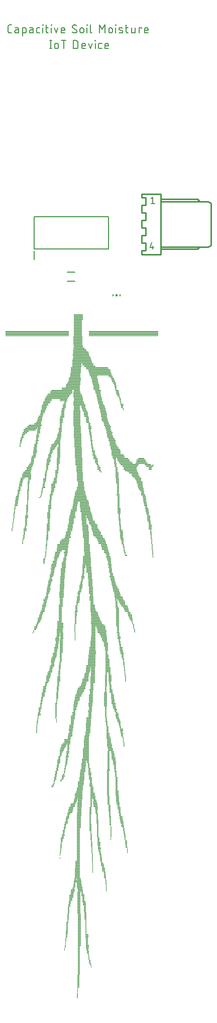
<source format=gbr>
G04 EAGLE Gerber RS-274X export*
G75*
%MOMM*%
%FSLAX34Y34*%
%LPD*%
%INSilkscreen Top*%
%IPPOS*%
%AMOC8*
5,1,8,0,0,1.08239X$1,22.5*%
G01*
%ADD10R,0.086363X0.084581*%
%ADD11R,0.086363X0.084838*%
%ADD12R,0.170181X0.084838*%
%ADD13R,0.170181X0.084581*%
%ADD14R,0.083819X0.084581*%
%ADD15R,0.083819X0.084838*%
%ADD16R,0.337819X0.084581*%
%ADD17R,0.337819X0.084838*%
%ADD18R,0.421637X0.084838*%
%ADD19R,0.421637X0.084581*%
%ADD20R,0.254000X0.084838*%
%ADD21R,0.254000X0.084581*%
%ADD22R,0.167637X0.084581*%
%ADD23R,0.167637X0.084838*%
%ADD24R,0.424181X0.084581*%
%ADD25R,0.424181X0.084838*%
%ADD26R,0.340363X0.084581*%
%ADD27R,0.340363X0.084838*%
%ADD28R,0.508000X0.084581*%
%ADD29R,0.508000X0.084838*%
%ADD30R,0.591819X0.084838*%
%ADD31R,0.591819X0.084581*%
%ADD32R,0.594363X0.084838*%
%ADD33R,0.594363X0.084581*%
%ADD34R,0.678181X0.084838*%
%ADD35R,0.678181X0.084581*%
%ADD36R,0.929638X0.084581*%
%ADD37R,0.929638X0.084838*%
%ADD38R,0.845819X0.084581*%
%ADD39R,0.845819X0.084838*%
%ADD40R,0.932181X0.084581*%
%ADD41R,0.932181X0.084838*%
%ADD42R,0.848363X0.084581*%
%ADD43R,0.848363X0.084838*%
%ADD44R,0.762000X0.084581*%
%ADD45R,0.762000X0.084838*%
%ADD46R,0.675638X0.084838*%
%ADD47R,0.675638X0.084581*%
%ADD48R,1.270000X0.084581*%
%ADD49R,1.270000X0.084838*%
%ADD50R,1.186181X0.084581*%
%ADD51R,1.016000X0.084581*%
%ADD52R,1.016000X0.084838*%
%ADD53R,1.183638X0.084581*%
%ADD54R,1.183638X0.084838*%
%ADD55R,1.099819X0.084581*%
%ADD56R,1.099819X0.084838*%
%ADD57R,1.186181X0.084838*%
%ADD58R,1.524000X0.084581*%
%ADD59R,1.524000X0.084838*%
%ADD60R,1.102363X0.084838*%
%ADD61R,1.102363X0.084581*%
%ADD62R,1.356363X0.084838*%
%ADD63R,1.356363X0.084581*%
%ADD64R,1.440181X0.084581*%
%ADD65R,1.440181X0.084838*%
%ADD66R,1.437638X0.084581*%
%ADD67R,1.437638X0.084838*%
%ADD68R,2.286000X0.084581*%
%ADD69R,2.286000X0.084838*%
%ADD70R,1.948181X0.084581*%
%ADD71R,1.948181X0.084838*%
%ADD72R,1.861819X0.084581*%
%ADD73R,1.861819X0.084838*%
%ADD74R,1.778000X0.084581*%
%ADD75R,1.778000X0.084838*%
%ADD76R,1.607819X0.084581*%
%ADD77R,1.607819X0.084838*%
%ADD78R,1.353819X0.084581*%
%ADD79R,1.353819X0.084838*%
%ADD80R,1.864363X0.084581*%
%ADD81R,1.864363X0.084838*%
%ADD82R,1.610363X0.084838*%
%ADD83R,1.694181X0.084838*%
%ADD84R,1.694181X0.084581*%
%ADD85R,1.691638X0.084581*%
%ADD86R,1.691638X0.084838*%
%ADD87R,1.610363X0.084581*%
%ADD88R,2.456181X0.084838*%
%ADD89R,2.456181X0.084581*%
%ADD90R,2.118362X0.084581*%
%ADD91R,2.118362X0.084838*%
%ADD92R,2.032000X0.084581*%
%ADD93R,2.032000X0.084838*%
%ADD94R,2.202181X0.084581*%
%ADD95R,2.202181X0.084838*%
%ADD96R,2.540000X0.084838*%
%ADD97R,2.540000X0.084581*%
%ADD98R,2.964181X0.084838*%
%ADD99R,2.964181X0.084581*%
%ADD100R,1.945638X0.084838*%
%ADD101R,1.945638X0.084581*%
%ADD102R,2.115819X0.084581*%
%ADD103R,2.115819X0.084838*%
%ADD104R,3.810000X0.084838*%
%ADD105R,3.810000X0.084581*%
%ADD106R,3.893819X0.084838*%
%ADD107R,3.893819X0.084581*%
%ADD108R,3.977638X0.084581*%
%ADD109R,3.977638X0.084838*%
%ADD110R,3.723638X0.084581*%
%ADD111R,3.723638X0.084838*%
%ADD112R,3.639819X0.084838*%
%ADD113R,3.639819X0.084581*%
%ADD114R,3.556000X0.084838*%
%ADD115R,3.048000X0.084581*%
%ADD116R,3.048000X0.084838*%
%ADD117R,2.453638X0.084581*%
%ADD118R,2.453638X0.084838*%
%ADD119R,2.372362X0.084581*%
%ADD120R,2.372362X0.084838*%
%ADD121R,3.726181X0.084838*%
%ADD122R,3.726181X0.084581*%
%ADD123R,3.642363X0.084581*%
%ADD124R,3.642363X0.084838*%
%ADD125R,3.388362X0.084581*%
%ADD126R,3.302000X0.084838*%
%ADD127R,3.302000X0.084581*%
%ADD128R,3.218181X0.084838*%
%ADD129R,3.218181X0.084581*%
%ADD130R,2.961638X0.084581*%
%ADD131R,2.794000X0.084838*%
%ADD132R,2.794000X0.084581*%
%ADD133R,2.707638X0.084838*%
%ADD134R,2.707638X0.084581*%
%ADD135R,2.623819X0.084581*%
%ADD136R,2.623819X0.084838*%
%ADD137R,10.751819X0.084581*%
%ADD138R,11.767819X0.084581*%
%ADD139R,10.751819X0.084838*%
%ADD140R,11.767819X0.084838*%
%ADD141C,0.152400*%
%ADD142C,0.254000*%
%ADD143C,0.177800*%
%ADD144R,0.150000X0.300000*%
%ADD145R,0.300000X0.300000*%
%ADD146C,0.200000*%


D10*
X147320Y345408D03*
D11*
X147320Y346255D03*
D10*
X147320Y347102D03*
X147320Y347948D03*
D11*
X147320Y348795D03*
D10*
X147320Y349642D03*
X147320Y350488D03*
D12*
X147739Y351335D03*
D13*
X147739Y352182D03*
X147739Y353028D03*
D12*
X147739Y353875D03*
D14*
X148170Y354722D03*
X148170Y355568D03*
D15*
X148170Y356415D03*
D14*
X148170Y357262D03*
X148170Y358108D03*
D15*
X148170Y358955D03*
D14*
X148170Y359802D03*
X148170Y360648D03*
D15*
X148170Y361495D03*
D14*
X148170Y362342D03*
D16*
X149440Y363188D03*
D17*
X149440Y364035D03*
D16*
X149440Y364882D03*
X149440Y365728D03*
D17*
X149440Y366575D03*
D16*
X149440Y367422D03*
X149440Y368268D03*
D17*
X149440Y369115D03*
D16*
X149440Y369962D03*
X149440Y370808D03*
D17*
X149440Y371655D03*
D16*
X149440Y372502D03*
X149440Y373348D03*
D17*
X149440Y374195D03*
D16*
X149440Y375042D03*
X149440Y375888D03*
D17*
X149440Y376735D03*
D16*
X149440Y377582D03*
X149440Y378428D03*
D17*
X149440Y379275D03*
D16*
X149440Y380122D03*
X149440Y380968D03*
D17*
X149440Y381815D03*
D16*
X149440Y382662D03*
X149440Y383508D03*
D18*
X149860Y384355D03*
D19*
X149860Y385202D03*
X149860Y386048D03*
D18*
X149860Y386895D03*
D19*
X149860Y387742D03*
X149860Y388588D03*
D18*
X149860Y389435D03*
D16*
X150279Y390282D03*
X150279Y391128D03*
D17*
X150279Y391975D03*
D16*
X150279Y392822D03*
X150279Y393668D03*
D17*
X150279Y394515D03*
D16*
X150279Y395362D03*
X150279Y396208D03*
D17*
X150279Y397055D03*
D15*
X171030Y397055D03*
D16*
X150279Y397902D03*
D14*
X171030Y397902D03*
D16*
X150279Y398748D03*
D14*
X171030Y398748D03*
D17*
X150279Y399595D03*
D11*
X170180Y399595D03*
D16*
X150279Y400442D03*
D10*
X170180Y400442D03*
D16*
X150279Y401288D03*
D10*
X170180Y401288D03*
D17*
X150279Y402135D03*
D20*
X169341Y402135D03*
D16*
X150279Y402982D03*
D21*
X169341Y402982D03*
D16*
X150279Y403828D03*
D21*
X169341Y403828D03*
D17*
X150279Y404675D03*
D20*
X169341Y404675D03*
D16*
X150279Y405522D03*
D21*
X168478Y405522D03*
D16*
X150279Y406368D03*
D21*
X168478Y406368D03*
D17*
X150279Y407215D03*
D20*
X168478Y407215D03*
D16*
X150279Y408062D03*
D21*
X168478Y408062D03*
D16*
X150279Y408908D03*
D21*
X168478Y408908D03*
D17*
X150279Y409755D03*
D12*
X167220Y409755D03*
D16*
X150279Y410602D03*
D13*
X167220Y410602D03*
D16*
X150279Y411448D03*
D13*
X167220Y411448D03*
D17*
X150279Y412295D03*
D12*
X167220Y412295D03*
D16*
X150279Y413142D03*
D13*
X167220Y413142D03*
D16*
X150279Y413988D03*
D13*
X167220Y413988D03*
D17*
X150279Y414835D03*
D12*
X167220Y414835D03*
D16*
X150279Y415682D03*
D13*
X167220Y415682D03*
D16*
X150279Y416528D03*
D22*
X166370Y416528D03*
D17*
X150279Y417375D03*
D23*
X166370Y417375D03*
D16*
X150279Y418222D03*
D22*
X166370Y418222D03*
D16*
X150279Y419068D03*
D22*
X166370Y419068D03*
D17*
X150279Y419915D03*
D23*
X166370Y419915D03*
D16*
X150279Y420762D03*
D19*
X165100Y420762D03*
D16*
X150279Y421608D03*
D19*
X165100Y421608D03*
D17*
X150279Y422455D03*
D18*
X165100Y422455D03*
D16*
X150279Y423302D03*
D19*
X165100Y423302D03*
D16*
X150279Y424148D03*
D19*
X165100Y424148D03*
D17*
X150279Y424995D03*
D18*
X165100Y424995D03*
D14*
X126149Y425842D03*
D16*
X150279Y425842D03*
X164680Y425842D03*
D14*
X126149Y426688D03*
D16*
X150279Y426688D03*
X164680Y426688D03*
D15*
X126149Y427535D03*
D17*
X150279Y427535D03*
X164680Y427535D03*
D14*
X126149Y428382D03*
D16*
X150279Y428382D03*
X164680Y428382D03*
D14*
X126149Y429228D03*
D16*
X150279Y429228D03*
D24*
X164249Y429228D03*
D11*
X127000Y430075D03*
D17*
X150279Y430075D03*
D25*
X164249Y430075D03*
D10*
X127000Y430922D03*
D16*
X150279Y430922D03*
D24*
X164249Y430922D03*
D10*
X127000Y431768D03*
D16*
X150279Y431768D03*
D24*
X164249Y431768D03*
D11*
X127000Y432615D03*
D17*
X150279Y432615D03*
D25*
X164249Y432615D03*
D13*
X127419Y433462D03*
D24*
X150710Y433462D03*
X164249Y433462D03*
D13*
X127419Y434308D03*
D24*
X150710Y434308D03*
X164249Y434308D03*
D12*
X127419Y435155D03*
D25*
X150710Y435155D03*
X164249Y435155D03*
D14*
X127850Y436002D03*
D24*
X150710Y436002D03*
D26*
X163830Y436002D03*
D14*
X127850Y436848D03*
D24*
X150710Y436848D03*
D26*
X163830Y436848D03*
D15*
X127850Y437695D03*
D25*
X150710Y437695D03*
D27*
X163830Y437695D03*
D14*
X127850Y438542D03*
D24*
X150710Y438542D03*
D26*
X163830Y438542D03*
D14*
X127850Y439388D03*
D24*
X150710Y439388D03*
D26*
X163830Y439388D03*
D23*
X128270Y440235D03*
D25*
X150710Y440235D03*
D27*
X163830Y440235D03*
D22*
X128270Y441082D03*
D24*
X150710Y441082D03*
D26*
X163830Y441082D03*
D22*
X128270Y441928D03*
D24*
X150710Y441928D03*
D26*
X163830Y441928D03*
D23*
X128270Y442775D03*
D25*
X150710Y442775D03*
D27*
X163830Y442775D03*
D22*
X128270Y443622D03*
D24*
X150710Y443622D03*
D26*
X163830Y443622D03*
D22*
X128270Y444468D03*
D24*
X150710Y444468D03*
D26*
X163830Y444468D03*
D23*
X128270Y445315D03*
D25*
X150710Y445315D03*
D27*
X163830Y445315D03*
D22*
X128270Y446162D03*
D24*
X150710Y446162D03*
D26*
X163830Y446162D03*
D21*
X129540Y447008D03*
D24*
X150710Y447008D03*
X163410Y447008D03*
D20*
X129540Y447855D03*
D25*
X150710Y447855D03*
X163410Y447855D03*
D21*
X129540Y448702D03*
D24*
X150710Y448702D03*
X163410Y448702D03*
D21*
X129540Y449548D03*
D24*
X150710Y449548D03*
X163410Y449548D03*
D20*
X129540Y450395D03*
D25*
X150710Y450395D03*
X163410Y450395D03*
D21*
X129540Y451242D03*
D24*
X150710Y451242D03*
X163410Y451242D03*
D21*
X129540Y452088D03*
D24*
X150710Y452088D03*
X163410Y452088D03*
D20*
X129540Y452935D03*
D25*
X150710Y452935D03*
D12*
X162140Y452935D03*
D16*
X129959Y453782D03*
D24*
X150710Y453782D03*
D13*
X162140Y453782D03*
D16*
X129959Y454628D03*
D24*
X150710Y454628D03*
D13*
X162140Y454628D03*
D17*
X129959Y455475D03*
D25*
X150710Y455475D03*
D12*
X162140Y455475D03*
D16*
X129959Y456322D03*
D24*
X150710Y456322D03*
D13*
X162140Y456322D03*
D16*
X129959Y457168D03*
D24*
X150710Y457168D03*
D13*
X162140Y457168D03*
D17*
X129959Y458015D03*
D25*
X150710Y458015D03*
D12*
X162140Y458015D03*
D16*
X129959Y458862D03*
D24*
X150710Y458862D03*
D13*
X162140Y458862D03*
D21*
X130378Y459708D03*
D24*
X150710Y459708D03*
D13*
X162140Y459708D03*
D20*
X130378Y460555D03*
D25*
X150710Y460555D03*
D12*
X162140Y460555D03*
D21*
X130378Y461402D03*
D24*
X150710Y461402D03*
D13*
X162140Y461402D03*
D21*
X130378Y462248D03*
D24*
X150710Y462248D03*
D13*
X162140Y462248D03*
D20*
X130378Y463095D03*
D25*
X150710Y463095D03*
D12*
X162140Y463095D03*
D21*
X130378Y463942D03*
D24*
X150710Y463942D03*
D13*
X162140Y463942D03*
D21*
X130378Y464788D03*
D24*
X150710Y464788D03*
D13*
X162140Y464788D03*
D20*
X130378Y465635D03*
D25*
X150710Y465635D03*
D12*
X162140Y465635D03*
D21*
X130378Y466482D03*
D24*
X150710Y466482D03*
D13*
X162140Y466482D03*
D21*
X130378Y467328D03*
D24*
X150710Y467328D03*
D13*
X162140Y467328D03*
D20*
X130378Y468175D03*
D25*
X150710Y468175D03*
D12*
X162140Y468175D03*
D21*
X130378Y469022D03*
D24*
X150710Y469022D03*
D13*
X162140Y469022D03*
D21*
X130378Y469868D03*
D24*
X150710Y469868D03*
D13*
X162140Y469868D03*
D27*
X130810Y470715D03*
D25*
X150710Y470715D03*
D12*
X162140Y470715D03*
D26*
X130810Y471562D03*
D24*
X150710Y471562D03*
D13*
X162140Y471562D03*
D26*
X130810Y472408D03*
D24*
X150710Y472408D03*
D13*
X162140Y472408D03*
D12*
X131660Y473255D03*
D25*
X150710Y473255D03*
D12*
X162140Y473255D03*
D13*
X131660Y474102D03*
D24*
X150710Y474102D03*
D13*
X162140Y474102D03*
X131660Y474948D03*
D24*
X150710Y474948D03*
D13*
X162140Y474948D03*
D12*
X131660Y475795D03*
D25*
X150710Y475795D03*
D12*
X162140Y475795D03*
D13*
X131660Y476642D03*
D24*
X150710Y476642D03*
D13*
X162140Y476642D03*
D21*
X132080Y477488D03*
D24*
X150710Y477488D03*
D26*
X161290Y477488D03*
D20*
X132080Y478335D03*
D25*
X150710Y478335D03*
D27*
X161290Y478335D03*
D21*
X132080Y479182D03*
D24*
X150710Y479182D03*
D26*
X161290Y479182D03*
D21*
X132080Y480028D03*
D24*
X150710Y480028D03*
D26*
X161290Y480028D03*
D20*
X132080Y480875D03*
D25*
X150710Y480875D03*
D27*
X161290Y480875D03*
D21*
X132080Y481722D03*
D24*
X150710Y481722D03*
D26*
X161290Y481722D03*
D21*
X132080Y482568D03*
D24*
X150710Y482568D03*
D26*
X161290Y482568D03*
D20*
X132080Y483415D03*
D25*
X150710Y483415D03*
D27*
X161290Y483415D03*
D21*
X132080Y484262D03*
D24*
X150710Y484262D03*
D26*
X161290Y484262D03*
D21*
X132080Y485108D03*
D24*
X150710Y485108D03*
D26*
X161290Y485108D03*
D20*
X132080Y485955D03*
D25*
X150710Y485955D03*
D27*
X161290Y485955D03*
D21*
X132080Y486802D03*
D24*
X150710Y486802D03*
D26*
X161290Y486802D03*
D21*
X132918Y487648D03*
D28*
X150291Y487648D03*
D26*
X161290Y487648D03*
D20*
X132918Y488495D03*
D29*
X150291Y488495D03*
D27*
X161290Y488495D03*
D21*
X132918Y489342D03*
D28*
X150291Y489342D03*
D26*
X161290Y489342D03*
D21*
X132918Y490188D03*
D28*
X150291Y490188D03*
D16*
X160439Y490188D03*
D20*
X132918Y491035D03*
D29*
X150291Y491035D03*
D17*
X160439Y491035D03*
D21*
X132918Y491882D03*
D28*
X150291Y491882D03*
D16*
X160439Y491882D03*
D21*
X132918Y492728D03*
D28*
X150291Y492728D03*
D16*
X160439Y492728D03*
D20*
X132918Y493575D03*
D29*
X150291Y493575D03*
D17*
X160439Y493575D03*
D21*
X132918Y494422D03*
D28*
X150291Y494422D03*
D16*
X160439Y494422D03*
D21*
X132918Y495268D03*
D28*
X150291Y495268D03*
D16*
X160439Y495268D03*
D20*
X132918Y496115D03*
D29*
X150291Y496115D03*
D17*
X160439Y496115D03*
D21*
X132918Y496962D03*
D28*
X150291Y496962D03*
D16*
X160439Y496962D03*
D21*
X132918Y497808D03*
D28*
X150291Y497808D03*
D16*
X160439Y497808D03*
D17*
X134200Y498655D03*
D29*
X150291Y498655D03*
D17*
X160439Y498655D03*
D16*
X134200Y499502D03*
D28*
X150291Y499502D03*
D16*
X160439Y499502D03*
X134200Y500348D03*
D28*
X150291Y500348D03*
D16*
X160439Y500348D03*
D17*
X134200Y501195D03*
D29*
X150291Y501195D03*
D25*
X159169Y501195D03*
D16*
X134200Y502042D03*
D28*
X150291Y502042D03*
D24*
X159169Y502042D03*
D16*
X134200Y502888D03*
D28*
X150291Y502888D03*
D24*
X159169Y502888D03*
D17*
X134200Y503735D03*
D29*
X150291Y503735D03*
D25*
X159169Y503735D03*
D19*
X134620Y504582D03*
D28*
X150291Y504582D03*
D24*
X159169Y504582D03*
D19*
X134620Y505428D03*
D28*
X150291Y505428D03*
D24*
X159169Y505428D03*
D18*
X134620Y506275D03*
D29*
X150291Y506275D03*
D25*
X159169Y506275D03*
D16*
X135039Y507122D03*
D28*
X150291Y507122D03*
X158750Y507122D03*
D16*
X135039Y507968D03*
D28*
X150291Y507968D03*
X158750Y507968D03*
D30*
X136309Y508815D03*
D29*
X150291Y508815D03*
D17*
X157899Y508815D03*
D31*
X136309Y509662D03*
D28*
X150291Y509662D03*
D16*
X157899Y509662D03*
D31*
X136309Y510508D03*
D28*
X150291Y510508D03*
D16*
X157899Y510508D03*
D30*
X136309Y511355D03*
D29*
X150291Y511355D03*
D18*
X157480Y511355D03*
D31*
X136309Y512202D03*
D28*
X150291Y512202D03*
D19*
X157480Y512202D03*
D31*
X136309Y513048D03*
D28*
X150291Y513048D03*
D19*
X157480Y513048D03*
D32*
X137160Y513895D03*
D29*
X150291Y513895D03*
D18*
X157480Y513895D03*
D33*
X137160Y514742D03*
D28*
X150291Y514742D03*
D19*
X157480Y514742D03*
D33*
X137160Y515588D03*
D28*
X150291Y515588D03*
D19*
X157480Y515588D03*
D34*
X137579Y516435D03*
D29*
X150291Y516435D03*
D25*
X156629Y516435D03*
D35*
X137579Y517282D03*
D28*
X150291Y517282D03*
D24*
X156629Y517282D03*
D35*
X137579Y518128D03*
D28*
X150291Y518128D03*
D24*
X156629Y518128D03*
D34*
X137579Y518975D03*
D29*
X150291Y518975D03*
D25*
X156629Y518975D03*
D28*
X138430Y519822D03*
X150291Y519822D03*
D24*
X156629Y519822D03*
D28*
X139268Y520668D03*
X150291Y520668D03*
D21*
X155778Y520668D03*
D29*
X139268Y521515D03*
X150291Y521515D03*
D20*
X155778Y521515D03*
D28*
X139268Y522362D03*
X150291Y522362D03*
D21*
X155778Y522362D03*
D28*
X139268Y523208D03*
X150291Y523208D03*
D21*
X155778Y523208D03*
D29*
X139268Y524055D03*
X150291Y524055D03*
D20*
X155778Y524055D03*
D33*
X139700Y524902D03*
D36*
X152400Y524902D03*
D14*
X196430Y524902D03*
D33*
X139700Y525748D03*
D36*
X152400Y525748D03*
D14*
X196430Y525748D03*
D32*
X139700Y526595D03*
D37*
X152400Y526595D03*
D15*
X196430Y526595D03*
D33*
X139700Y527442D03*
D36*
X152400Y527442D03*
D14*
X196430Y527442D03*
D26*
X140970Y528288D03*
D38*
X151980Y528288D03*
D14*
X196430Y528288D03*
D27*
X140970Y529135D03*
D39*
X151980Y529135D03*
D15*
X196430Y529135D03*
D26*
X140970Y529982D03*
D38*
X151980Y529982D03*
D14*
X196430Y529982D03*
D16*
X141820Y530828D03*
D40*
X151549Y530828D03*
D14*
X196430Y530828D03*
D17*
X141820Y531675D03*
D41*
X151549Y531675D03*
D15*
X196430Y531675D03*
D16*
X142659Y532522D03*
D42*
X151130Y532522D03*
D14*
X196430Y532522D03*
D16*
X142659Y533368D03*
D42*
X151130Y533368D03*
D14*
X196430Y533368D03*
D17*
X142659Y534215D03*
D43*
X151130Y534215D03*
D15*
X196430Y534215D03*
D16*
X142659Y535062D03*
D42*
X151130Y535062D03*
D14*
X196430Y535062D03*
D16*
X142659Y535908D03*
D42*
X151130Y535908D03*
D14*
X196430Y535908D03*
D17*
X142659Y536755D03*
D43*
X151130Y536755D03*
D15*
X196430Y536755D03*
D21*
X143078Y537602D03*
D44*
X150698Y537602D03*
D13*
X195999Y537602D03*
D21*
X143078Y538448D03*
D44*
X150698Y538448D03*
D13*
X195999Y538448D03*
D20*
X143078Y539295D03*
D45*
X150698Y539295D03*
D12*
X195999Y539295D03*
D24*
X143929Y540142D03*
D44*
X150698Y540142D03*
D13*
X195999Y540142D03*
D24*
X143929Y540988D03*
D44*
X150698Y540988D03*
D13*
X195999Y540988D03*
D25*
X143929Y541835D03*
D45*
X150698Y541835D03*
D12*
X195999Y541835D03*
D24*
X143929Y542682D03*
D44*
X150698Y542682D03*
D13*
X195999Y542682D03*
D16*
X144360Y543528D03*
D33*
X149860Y543528D03*
D10*
X195580Y543528D03*
D17*
X144360Y544375D03*
D32*
X149860Y544375D03*
D12*
X195160Y544375D03*
D16*
X144360Y545222D03*
D33*
X149860Y545222D03*
D13*
X195160Y545222D03*
D16*
X144360Y546068D03*
D33*
X149860Y546068D03*
D13*
X195160Y546068D03*
D17*
X144360Y546915D03*
D32*
X149860Y546915D03*
D12*
X195160Y546915D03*
D36*
X147320Y547762D03*
D26*
X194310Y547762D03*
D36*
X147320Y548608D03*
D26*
X194310Y548608D03*
D37*
X147320Y549455D03*
D27*
X194310Y549455D03*
D36*
X147320Y550302D03*
D26*
X194310Y550302D03*
D36*
X147320Y551148D03*
D26*
X194310Y551148D03*
D39*
X147739Y551995D03*
D20*
X193878Y551995D03*
D38*
X147739Y552842D03*
D21*
X193878Y552842D03*
D38*
X147739Y553688D03*
D21*
X193878Y553688D03*
D39*
X147739Y554535D03*
D20*
X193878Y554535D03*
D38*
X147739Y555382D03*
D21*
X193878Y555382D03*
D38*
X147739Y556228D03*
D14*
X173570Y556228D03*
D19*
X193040Y556228D03*
D39*
X147739Y557075D03*
D15*
X173570Y557075D03*
D18*
X193040Y557075D03*
D38*
X147739Y557922D03*
D14*
X173570Y557922D03*
D19*
X193040Y557922D03*
D38*
X147739Y558768D03*
D14*
X173570Y558768D03*
D28*
X191770Y558768D03*
D39*
X147739Y559615D03*
D15*
X173570Y559615D03*
D29*
X191770Y559615D03*
D38*
X147739Y560462D03*
D14*
X173570Y560462D03*
D28*
X191770Y560462D03*
D38*
X147739Y561308D03*
D14*
X173570Y561308D03*
D28*
X191770Y561308D03*
D39*
X147739Y562155D03*
D15*
X173570Y562155D03*
D29*
X191770Y562155D03*
D38*
X147739Y563002D03*
D14*
X173570Y563002D03*
D28*
X191770Y563002D03*
D44*
X148158Y563848D03*
D14*
X173570Y563848D03*
D31*
X191350Y563848D03*
D45*
X148158Y564695D03*
D15*
X173570Y564695D03*
D30*
X191350Y564695D03*
D44*
X148158Y565542D03*
D14*
X173570Y565542D03*
D19*
X190500Y565542D03*
D44*
X148158Y566388D03*
D14*
X173570Y566388D03*
D19*
X190500Y566388D03*
D45*
X148158Y567235D03*
D15*
X173570Y567235D03*
D18*
X190500Y567235D03*
D44*
X148158Y568082D03*
D14*
X173570Y568082D03*
D28*
X190068Y568082D03*
D44*
X148158Y568928D03*
D14*
X173570Y568928D03*
D28*
X190068Y568928D03*
D45*
X148158Y569775D03*
D15*
X173570Y569775D03*
D29*
X190068Y569775D03*
D44*
X148158Y570622D03*
D14*
X173570Y570622D03*
D28*
X190068Y570622D03*
D44*
X148158Y571468D03*
D14*
X173570Y571468D03*
D26*
X189230Y571468D03*
D45*
X148158Y572315D03*
D15*
X173570Y572315D03*
D27*
X189230Y572315D03*
D44*
X148158Y573162D03*
D14*
X173570Y573162D03*
D26*
X189230Y573162D03*
D44*
X148158Y574008D03*
D13*
X173139Y574008D03*
D21*
X187960Y574008D03*
D45*
X148158Y574855D03*
D12*
X173139Y574855D03*
D20*
X187960Y574855D03*
D44*
X148158Y575702D03*
D13*
X173139Y575702D03*
D21*
X187960Y575702D03*
D31*
X149009Y576548D03*
D13*
X173139Y576548D03*
D16*
X187540Y576548D03*
D30*
X149009Y577395D03*
D12*
X173139Y577395D03*
D17*
X187540Y577395D03*
D31*
X149009Y578242D03*
D13*
X173139Y578242D03*
D16*
X187540Y578242D03*
D31*
X149009Y579088D03*
D13*
X173139Y579088D03*
D16*
X187540Y579088D03*
D15*
X118529Y579935D03*
D30*
X149009Y579935D03*
D12*
X173139Y579935D03*
D17*
X187540Y579935D03*
D14*
X118529Y580782D03*
D31*
X149009Y580782D03*
D13*
X173139Y580782D03*
D16*
X187540Y580782D03*
D14*
X118529Y581628D03*
D31*
X149009Y581628D03*
D13*
X173139Y581628D03*
D16*
X187540Y581628D03*
D30*
X149009Y582475D03*
D12*
X173139Y582475D03*
D20*
X187121Y582475D03*
D31*
X149009Y583322D03*
D13*
X173139Y583322D03*
D21*
X187121Y583322D03*
D31*
X149009Y584168D03*
D13*
X173139Y584168D03*
D21*
X187121Y584168D03*
D15*
X118529Y585015D03*
D30*
X149009Y585015D03*
D12*
X173139Y585015D03*
D27*
X186690Y585015D03*
D14*
X118529Y585862D03*
D31*
X149009Y585862D03*
D13*
X173139Y585862D03*
D26*
X186690Y585862D03*
D14*
X118529Y586708D03*
D31*
X149009Y586708D03*
D13*
X173139Y586708D03*
D26*
X186690Y586708D03*
D12*
X118960Y587555D03*
D30*
X149009Y587555D03*
D12*
X173139Y587555D03*
D20*
X186258Y587555D03*
D13*
X118960Y588402D03*
D31*
X149009Y588402D03*
D13*
X173139Y588402D03*
D21*
X186258Y588402D03*
D13*
X118960Y589248D03*
D31*
X149009Y589248D03*
D13*
X172300Y589248D03*
D19*
X185420Y589248D03*
D14*
X231990Y589248D03*
D12*
X118960Y590095D03*
D30*
X149009Y590095D03*
D12*
X172300Y590095D03*
D18*
X185420Y590095D03*
D15*
X231990Y590095D03*
D13*
X118960Y590942D03*
D31*
X149009Y590942D03*
D13*
X172300Y590942D03*
D19*
X185420Y590942D03*
D14*
X231990Y590942D03*
D10*
X119380Y591788D03*
D31*
X149009Y591788D03*
D13*
X172300Y591788D03*
D16*
X185000Y591788D03*
D14*
X231990Y591788D03*
D11*
X119380Y592635D03*
D30*
X149009Y592635D03*
D12*
X172300Y592635D03*
D17*
X185000Y592635D03*
D15*
X231990Y592635D03*
D10*
X119380Y593482D03*
D31*
X149009Y593482D03*
D13*
X172300Y593482D03*
D16*
X185000Y593482D03*
D14*
X231990Y593482D03*
D10*
X119380Y594328D03*
D31*
X149009Y594328D03*
D13*
X172300Y594328D03*
D16*
X185000Y594328D03*
D14*
X231990Y594328D03*
D11*
X119380Y595175D03*
D30*
X149009Y595175D03*
D12*
X172300Y595175D03*
D25*
X184569Y595175D03*
D15*
X231990Y595175D03*
D10*
X119380Y596022D03*
D31*
X149009Y596022D03*
D13*
X172300Y596022D03*
D24*
X184569Y596022D03*
D14*
X231990Y596022D03*
D10*
X119380Y596868D03*
D31*
X149009Y596868D03*
D13*
X172300Y596868D03*
D24*
X184569Y596868D03*
D14*
X231990Y596868D03*
D20*
X120218Y597715D03*
D30*
X149009Y597715D03*
D12*
X172300Y597715D03*
D25*
X184569Y597715D03*
D17*
X230720Y597715D03*
D21*
X120218Y598562D03*
D31*
X149009Y598562D03*
D13*
X172300Y598562D03*
D24*
X184569Y598562D03*
D16*
X230720Y598562D03*
D21*
X120218Y599408D03*
D31*
X149009Y599408D03*
D21*
X171881Y599408D03*
D26*
X184150Y599408D03*
D21*
X230301Y599408D03*
D20*
X120218Y600255D03*
D30*
X149009Y600255D03*
D20*
X171881Y600255D03*
D27*
X184150Y600255D03*
D20*
X230301Y600255D03*
D21*
X120218Y601102D03*
D31*
X149009Y601102D03*
D21*
X171881Y601102D03*
D26*
X184150Y601102D03*
D21*
X230301Y601102D03*
X120218Y601948D03*
D31*
X149009Y601948D03*
D21*
X171881Y601948D03*
D24*
X183730Y601948D03*
D21*
X230301Y601948D03*
D20*
X120218Y602795D03*
D30*
X149009Y602795D03*
D20*
X171881Y602795D03*
D25*
X183730Y602795D03*
D20*
X230301Y602795D03*
D21*
X120218Y603642D03*
D31*
X149009Y603642D03*
D21*
X171881Y603642D03*
D24*
X183730Y603642D03*
D21*
X230301Y603642D03*
D22*
X120650Y604488D03*
D31*
X149009Y604488D03*
D21*
X171881Y604488D03*
D24*
X183730Y604488D03*
D26*
X229870Y604488D03*
D23*
X120650Y605335D03*
D30*
X149009Y605335D03*
D20*
X171881Y605335D03*
D25*
X183730Y605335D03*
D27*
X229870Y605335D03*
D22*
X120650Y606182D03*
D31*
X149009Y606182D03*
D21*
X171881Y606182D03*
D24*
X183730Y606182D03*
D26*
X229870Y606182D03*
D22*
X120650Y607028D03*
D31*
X149009Y607028D03*
D21*
X171881Y607028D03*
D24*
X183730Y607028D03*
D26*
X229870Y607028D03*
D23*
X120650Y607875D03*
D30*
X149009Y607875D03*
D20*
X171881Y607875D03*
D25*
X183730Y607875D03*
D27*
X229870Y607875D03*
D16*
X121500Y608722D03*
D31*
X149009Y608722D03*
D22*
X171450Y608722D03*
D16*
X183299Y608722D03*
D26*
X229870Y608722D03*
D16*
X121500Y609568D03*
D31*
X149009Y609568D03*
D22*
X171450Y609568D03*
D16*
X183299Y609568D03*
D26*
X229870Y609568D03*
D17*
X121500Y610415D03*
D30*
X149009Y610415D03*
D23*
X171450Y610415D03*
D17*
X183299Y610415D03*
D27*
X229870Y610415D03*
D16*
X121500Y611262D03*
D31*
X149009Y611262D03*
D21*
X171018Y611262D03*
D16*
X183299Y611262D03*
D14*
X204050Y611262D03*
D13*
X228180Y611262D03*
D16*
X121500Y612108D03*
D31*
X149009Y612108D03*
D21*
X171018Y612108D03*
D16*
X183299Y612108D03*
D14*
X204050Y612108D03*
D13*
X228180Y612108D03*
D29*
X122351Y612955D03*
D30*
X149009Y612955D03*
D20*
X171018Y612955D03*
D18*
X182880Y612955D03*
D15*
X204050Y612955D03*
D12*
X228180Y612955D03*
D28*
X122351Y613802D03*
D31*
X149009Y613802D03*
D21*
X171018Y613802D03*
D19*
X182880Y613802D03*
D14*
X204050Y613802D03*
D13*
X228180Y613802D03*
D28*
X122351Y614648D03*
D31*
X149009Y614648D03*
D21*
X171018Y614648D03*
D19*
X182880Y614648D03*
D14*
X204050Y614648D03*
D13*
X228180Y614648D03*
D27*
X123190Y615495D03*
D30*
X149009Y615495D03*
D20*
X171018Y615495D03*
X182041Y615495D03*
D23*
X204470Y615495D03*
D20*
X227761Y615495D03*
D26*
X123190Y616342D03*
D31*
X149009Y616342D03*
D21*
X171018Y616342D03*
X182041Y616342D03*
D22*
X204470Y616342D03*
D21*
X227761Y616342D03*
D26*
X123190Y617188D03*
D31*
X149009Y617188D03*
D21*
X171018Y617188D03*
X182041Y617188D03*
D22*
X204470Y617188D03*
D21*
X227761Y617188D03*
D27*
X123190Y618035D03*
D30*
X149009Y618035D03*
D20*
X171018Y618035D03*
X182041Y618035D03*
D23*
X204470Y618035D03*
D20*
X227761Y618035D03*
D24*
X123609Y618882D03*
D31*
X149009Y618882D03*
D21*
X171018Y618882D03*
X182041Y618882D03*
D22*
X204470Y618882D03*
D21*
X227761Y618882D03*
D24*
X123609Y619728D03*
D31*
X149009Y619728D03*
D21*
X171018Y619728D03*
X182041Y619728D03*
D22*
X204470Y619728D03*
D21*
X227761Y619728D03*
D25*
X123609Y620575D03*
D30*
X149009Y620575D03*
D20*
X171018Y620575D03*
X182041Y620575D03*
D23*
X204470Y620575D03*
D20*
X227761Y620575D03*
D21*
X124460Y621422D03*
D31*
X149009Y621422D03*
D13*
X170599Y621422D03*
D21*
X182041Y621422D03*
D22*
X204470Y621422D03*
D21*
X226898Y621422D03*
X124460Y622268D03*
D31*
X149009Y622268D03*
D13*
X170599Y622268D03*
D21*
X182041Y622268D03*
D22*
X204470Y622268D03*
D21*
X226898Y622268D03*
D17*
X124879Y623115D03*
D29*
X149428Y623115D03*
D12*
X170599Y623115D03*
D20*
X182041Y623115D03*
D23*
X204470Y623115D03*
D20*
X226898Y623115D03*
D16*
X124879Y623962D03*
D28*
X149428Y623962D03*
D13*
X170599Y623962D03*
D21*
X182041Y623962D03*
D22*
X204470Y623962D03*
D21*
X226898Y623962D03*
D16*
X124879Y624808D03*
D28*
X149428Y624808D03*
D13*
X170599Y624808D03*
D21*
X182041Y624808D03*
D22*
X204470Y624808D03*
D21*
X226898Y624808D03*
D17*
X124879Y625655D03*
D29*
X149428Y625655D03*
D17*
X169760Y625655D03*
D20*
X182041Y625655D03*
D23*
X204470Y625655D03*
D20*
X226060Y625655D03*
D16*
X124879Y626502D03*
D28*
X149428Y626502D03*
D16*
X169760Y626502D03*
D21*
X182041Y626502D03*
D22*
X204470Y626502D03*
D21*
X226060Y626502D03*
D16*
X124879Y627348D03*
D28*
X149428Y627348D03*
D16*
X169760Y627348D03*
D21*
X182041Y627348D03*
D22*
X204470Y627348D03*
D21*
X226060Y627348D03*
D20*
X126161Y628195D03*
D29*
X149428Y628195D03*
D17*
X169760Y628195D03*
D20*
X182041Y628195D03*
D23*
X204470Y628195D03*
D20*
X226060Y628195D03*
D21*
X126161Y629042D03*
D28*
X149428Y629042D03*
D16*
X169760Y629042D03*
D21*
X182041Y629042D03*
D22*
X204470Y629042D03*
D21*
X226060Y629042D03*
X126161Y629888D03*
D28*
X149428Y629888D03*
D16*
X169760Y629888D03*
D21*
X182041Y629888D03*
D22*
X204470Y629888D03*
D21*
X226060Y629888D03*
D17*
X126580Y630735D03*
D32*
X149860Y630735D03*
D17*
X169760Y630735D03*
D20*
X182041Y630735D03*
D23*
X204470Y630735D03*
D20*
X225221Y630735D03*
D16*
X126580Y631582D03*
D33*
X149860Y631582D03*
D16*
X169760Y631582D03*
D21*
X182041Y631582D03*
D22*
X204470Y631582D03*
D21*
X225221Y631582D03*
D16*
X126580Y632428D03*
D33*
X149860Y632428D03*
D16*
X169760Y632428D03*
D21*
X182041Y632428D03*
D22*
X204470Y632428D03*
D21*
X225221Y632428D03*
D17*
X126580Y633275D03*
D32*
X149860Y633275D03*
D17*
X169760Y633275D03*
D20*
X182041Y633275D03*
D23*
X204470Y633275D03*
D20*
X225221Y633275D03*
D21*
X127000Y634122D03*
D33*
X149860Y634122D03*
D16*
X169760Y634122D03*
D21*
X182041Y634122D03*
D14*
X204050Y634122D03*
D28*
X223951Y634122D03*
D21*
X127000Y634968D03*
D33*
X149860Y634968D03*
D16*
X169760Y634968D03*
D21*
X182041Y634968D03*
D14*
X204050Y634968D03*
D28*
X223951Y634968D03*
D20*
X127000Y635815D03*
D32*
X149860Y635815D03*
D17*
X169760Y635815D03*
D20*
X182041Y635815D03*
D15*
X204050Y635815D03*
D29*
X223951Y635815D03*
D16*
X127419Y636662D03*
D33*
X149860Y636662D03*
D16*
X169760Y636662D03*
D21*
X182041Y636662D03*
X203200Y636662D03*
D19*
X223520Y636662D03*
D16*
X127419Y637508D03*
D33*
X149860Y637508D03*
D16*
X169760Y637508D03*
D21*
X182041Y637508D03*
X203200Y637508D03*
D19*
X223520Y637508D03*
D17*
X127419Y638355D03*
D32*
X149860Y638355D03*
D17*
X169760Y638355D03*
D20*
X182041Y638355D03*
X203200Y638355D03*
D18*
X223520Y638355D03*
D24*
X128689Y639202D03*
D33*
X149860Y639202D03*
D21*
X169341Y639202D03*
D26*
X181610Y639202D03*
D21*
X203200Y639202D03*
D28*
X223088Y639202D03*
D24*
X128689Y640048D03*
D33*
X149860Y640048D03*
D21*
X169341Y640048D03*
D26*
X181610Y640048D03*
D21*
X203200Y640048D03*
D28*
X223088Y640048D03*
D25*
X128689Y640895D03*
D32*
X149860Y640895D03*
D20*
X169341Y640895D03*
D27*
X181610Y640895D03*
D20*
X203200Y640895D03*
D29*
X223088Y640895D03*
D24*
X128689Y641742D03*
D33*
X149860Y641742D03*
D21*
X169341Y641742D03*
D26*
X181610Y641742D03*
D21*
X203200Y641742D03*
D28*
X223088Y641742D03*
D19*
X129540Y642588D03*
D33*
X149860Y642588D03*
D21*
X169341Y642588D03*
D26*
X181610Y642588D03*
D21*
X203200Y642588D03*
D28*
X222250Y642588D03*
D18*
X129540Y643435D03*
D32*
X149860Y643435D03*
D20*
X169341Y643435D03*
D27*
X181610Y643435D03*
D20*
X203200Y643435D03*
D29*
X222250Y643435D03*
D19*
X129540Y644282D03*
D33*
X149860Y644282D03*
D21*
X169341Y644282D03*
D26*
X181610Y644282D03*
D21*
X203200Y644282D03*
D28*
X222250Y644282D03*
D19*
X129540Y645128D03*
D33*
X149860Y645128D03*
D21*
X169341Y645128D03*
X181178Y645128D03*
X203200Y645128D03*
D28*
X222250Y645128D03*
D18*
X129540Y645975D03*
D32*
X149860Y645975D03*
D20*
X169341Y645975D03*
X181178Y645975D03*
X203200Y645975D03*
D29*
X222250Y645975D03*
D24*
X130390Y646822D03*
D33*
X149860Y646822D03*
D21*
X169341Y646822D03*
X181178Y646822D03*
X203200Y646822D03*
D28*
X221411Y646822D03*
D24*
X130390Y647668D03*
D33*
X149860Y647668D03*
D21*
X169341Y647668D03*
X181178Y647668D03*
X203200Y647668D03*
D28*
X221411Y647668D03*
D25*
X130390Y648515D03*
D32*
X149860Y648515D03*
D20*
X169341Y648515D03*
X181178Y648515D03*
X203200Y648515D03*
D29*
X221411Y648515D03*
D24*
X131229Y649362D03*
D33*
X149860Y649362D03*
D21*
X169341Y649362D03*
X181178Y649362D03*
D16*
X202780Y649362D03*
D28*
X221411Y649362D03*
D24*
X131229Y650208D03*
D33*
X149860Y650208D03*
D21*
X169341Y650208D03*
X181178Y650208D03*
D16*
X202780Y650208D03*
D28*
X221411Y650208D03*
D25*
X131229Y651055D03*
D32*
X149860Y651055D03*
D20*
X169341Y651055D03*
X181178Y651055D03*
D17*
X202780Y651055D03*
D29*
X221411Y651055D03*
D16*
X132499Y651902D03*
D44*
X150698Y651902D03*
D21*
X169341Y651902D03*
X181178Y651902D03*
X202361Y651902D03*
D26*
X219710Y651902D03*
D16*
X132499Y652748D03*
D44*
X150698Y652748D03*
D21*
X169341Y652748D03*
X181178Y652748D03*
X202361Y652748D03*
D26*
X219710Y652748D03*
D17*
X132499Y653595D03*
D45*
X150698Y653595D03*
D20*
X169341Y653595D03*
X181178Y653595D03*
X202361Y653595D03*
D27*
X219710Y653595D03*
D28*
X133350Y654442D03*
D44*
X150698Y654442D03*
D16*
X169760Y654442D03*
D19*
X180340Y654442D03*
D21*
X202361Y654442D03*
D26*
X219710Y654442D03*
D28*
X133350Y655288D03*
D44*
X150698Y655288D03*
D16*
X169760Y655288D03*
D19*
X180340Y655288D03*
D21*
X202361Y655288D03*
D26*
X219710Y655288D03*
D45*
X135458Y656135D03*
D46*
X151130Y656135D03*
D17*
X169760Y656135D03*
X179920Y656135D03*
D20*
X202361Y656135D03*
D17*
X218859Y656135D03*
D44*
X135458Y656982D03*
D47*
X151130Y656982D03*
D16*
X169760Y656982D03*
X179920Y656982D03*
D21*
X202361Y656982D03*
D16*
X218859Y656982D03*
D44*
X135458Y657828D03*
D47*
X151130Y657828D03*
D16*
X169760Y657828D03*
X179920Y657828D03*
D21*
X202361Y657828D03*
D16*
X218859Y657828D03*
D45*
X136321Y658675D03*
D46*
X151130Y658675D03*
D17*
X169760Y658675D03*
X179920Y658675D03*
D27*
X201930Y658675D03*
D17*
X218859Y658675D03*
D44*
X136321Y659522D03*
D47*
X151130Y659522D03*
D16*
X169760Y659522D03*
X179920Y659522D03*
D26*
X201930Y659522D03*
D16*
X218859Y659522D03*
D44*
X136321Y660368D03*
D47*
X151130Y660368D03*
D16*
X169760Y660368D03*
X179920Y660368D03*
D26*
X201930Y660368D03*
D16*
X218859Y660368D03*
D45*
X136321Y661215D03*
D46*
X151130Y661215D03*
D17*
X169760Y661215D03*
X179920Y661215D03*
D27*
X201930Y661215D03*
D17*
X218859Y661215D03*
D44*
X136321Y662062D03*
D47*
X151130Y662062D03*
D16*
X169760Y662062D03*
X179920Y662062D03*
D26*
X201930Y662062D03*
D16*
X218859Y662062D03*
D44*
X137160Y662908D03*
D47*
X151130Y662908D03*
D16*
X169760Y662908D03*
D24*
X179489Y662908D03*
D26*
X201930Y662908D03*
D24*
X217589Y662908D03*
D45*
X137160Y663755D03*
D46*
X151130Y663755D03*
D17*
X169760Y663755D03*
D25*
X179489Y663755D03*
D27*
X201930Y663755D03*
D25*
X217589Y663755D03*
D44*
X137160Y664602D03*
D47*
X151130Y664602D03*
D16*
X169760Y664602D03*
D24*
X179489Y664602D03*
D26*
X201930Y664602D03*
D24*
X217589Y664602D03*
D44*
X137160Y665448D03*
D47*
X151130Y665448D03*
D16*
X169760Y665448D03*
D24*
X179489Y665448D03*
D26*
X201930Y665448D03*
D24*
X217589Y665448D03*
D45*
X137998Y666295D03*
X151561Y666295D03*
D17*
X169760Y666295D03*
D27*
X179070Y666295D03*
X201930Y666295D03*
D25*
X217589Y666295D03*
D44*
X139700Y667142D03*
X151561Y667142D03*
D21*
X171018Y667142D03*
D33*
X177800Y667142D03*
D26*
X201930Y667142D03*
X217170Y667142D03*
D44*
X139700Y667988D03*
X151561Y667988D03*
D21*
X171018Y667988D03*
D33*
X177800Y667988D03*
D26*
X201930Y667988D03*
X217170Y667988D03*
D45*
X139700Y668835D03*
X151561Y668835D03*
D20*
X171018Y668835D03*
D32*
X177800Y668835D03*
D27*
X201930Y668835D03*
X217170Y668835D03*
D44*
X139700Y669682D03*
X151561Y669682D03*
D21*
X171018Y669682D03*
D33*
X177800Y669682D03*
D26*
X201930Y669682D03*
X217170Y669682D03*
D44*
X140538Y670528D03*
X151561Y670528D03*
D21*
X171018Y670528D03*
D33*
X177800Y670528D03*
D16*
X200240Y670528D03*
D28*
X216331Y670528D03*
D45*
X140538Y671375D03*
X151561Y671375D03*
D20*
X171018Y671375D03*
D32*
X177800Y671375D03*
D17*
X200240Y671375D03*
D29*
X216331Y671375D03*
D44*
X140538Y672222D03*
X151561Y672222D03*
D21*
X171018Y672222D03*
D33*
X177800Y672222D03*
D16*
X200240Y672222D03*
D28*
X216331Y672222D03*
D31*
X143090Y673068D03*
D44*
X151561Y673068D03*
D21*
X171018Y673068D03*
D35*
X177380Y673068D03*
D16*
X200240Y673068D03*
D28*
X216331Y673068D03*
D30*
X143090Y673915D03*
D45*
X151561Y673915D03*
D20*
X171018Y673915D03*
D34*
X177380Y673915D03*
D17*
X200240Y673915D03*
D29*
X216331Y673915D03*
D31*
X143090Y674762D03*
D44*
X151561Y674762D03*
D21*
X171018Y674762D03*
D35*
X177380Y674762D03*
D16*
X200240Y674762D03*
D28*
X216331Y674762D03*
D31*
X143929Y675608D03*
D35*
X151980Y675608D03*
D21*
X171018Y675608D03*
D31*
X176949Y675608D03*
D16*
X200240Y675608D03*
D28*
X215468Y675608D03*
D30*
X143929Y676455D03*
D34*
X151980Y676455D03*
D20*
X171018Y676455D03*
D30*
X176949Y676455D03*
D17*
X200240Y676455D03*
D29*
X215468Y676455D03*
D31*
X143929Y677302D03*
D35*
X151980Y677302D03*
D21*
X171018Y677302D03*
D31*
X176949Y677302D03*
D16*
X200240Y677302D03*
D28*
X215468Y677302D03*
D33*
X144780Y678148D03*
D35*
X151980Y678148D03*
D21*
X171018Y678148D03*
D31*
X176949Y678148D03*
D16*
X200240Y678148D03*
D28*
X215468Y678148D03*
D32*
X144780Y678995D03*
D34*
X151980Y678995D03*
D20*
X171018Y678995D03*
D30*
X176949Y678995D03*
D17*
X200240Y678995D03*
D29*
X215468Y678995D03*
D28*
X145211Y679842D03*
D44*
X152400Y679842D03*
D21*
X171018Y679842D03*
D28*
X175691Y679842D03*
D16*
X200240Y679842D03*
D24*
X215049Y679842D03*
D28*
X145211Y680688D03*
D44*
X152400Y680688D03*
D21*
X171018Y680688D03*
D28*
X175691Y680688D03*
D16*
X200240Y680688D03*
D24*
X215049Y680688D03*
D29*
X145211Y681535D03*
D45*
X152400Y681535D03*
D20*
X171018Y681535D03*
D29*
X175691Y681535D03*
D17*
X200240Y681535D03*
D25*
X215049Y681535D03*
D48*
X149860Y682382D03*
D42*
X173990Y682382D03*
D16*
X200240Y682382D03*
D24*
X215049Y682382D03*
D48*
X149860Y683228D03*
D42*
X173990Y683228D03*
D16*
X200240Y683228D03*
D24*
X215049Y683228D03*
D49*
X149860Y684075D03*
D43*
X173990Y684075D03*
D17*
X200240Y684075D03*
D25*
X215049Y684075D03*
D48*
X149860Y684922D03*
D42*
X173990Y684922D03*
D16*
X200240Y684922D03*
D24*
X215049Y684922D03*
D48*
X149860Y685768D03*
D44*
X173558Y685768D03*
D26*
X199390Y685768D03*
D28*
X214630Y685768D03*
D49*
X149860Y686615D03*
D45*
X173558Y686615D03*
D27*
X199390Y686615D03*
D29*
X214630Y686615D03*
D48*
X149860Y687462D03*
D44*
X173558Y687462D03*
D26*
X199390Y687462D03*
D28*
X214630Y687462D03*
D48*
X149860Y688308D03*
D44*
X173558Y688308D03*
D26*
X199390Y688308D03*
D28*
X214630Y688308D03*
D49*
X149860Y689155D03*
D45*
X173558Y689155D03*
D27*
X199390Y689155D03*
D29*
X214630Y689155D03*
D50*
X150279Y690002D03*
D44*
X173558Y690002D03*
D26*
X199390Y690002D03*
D28*
X214630Y690002D03*
D51*
X151130Y690848D03*
D28*
X172288Y690848D03*
D26*
X199390Y690848D03*
D28*
X214630Y690848D03*
D52*
X151130Y691695D03*
D29*
X172288Y691695D03*
D27*
X199390Y691695D03*
D29*
X214630Y691695D03*
D51*
X151130Y692542D03*
D28*
X172288Y692542D03*
D26*
X199390Y692542D03*
D28*
X214630Y692542D03*
D51*
X151130Y693388D03*
D28*
X172288Y693388D03*
D26*
X199390Y693388D03*
D28*
X214630Y693388D03*
D52*
X151968Y694235D03*
D29*
X172288Y694235D03*
D27*
X199390Y694235D03*
D17*
X213779Y694235D03*
D51*
X151968Y695082D03*
D28*
X172288Y695082D03*
D26*
X199390Y695082D03*
D16*
X213779Y695082D03*
D51*
X151968Y695928D03*
D28*
X172288Y695928D03*
D26*
X199390Y695928D03*
D16*
X213779Y695928D03*
D52*
X151968Y696775D03*
D25*
X171869Y696775D03*
D27*
X199390Y696775D03*
D17*
X213779Y696775D03*
D51*
X151968Y697622D03*
D24*
X171869Y697622D03*
D26*
X199390Y697622D03*
D16*
X213779Y697622D03*
D51*
X151968Y698468D03*
D24*
X171869Y698468D03*
D26*
X199390Y698468D03*
D16*
X213779Y698468D03*
D20*
X104978Y699315D03*
D37*
X152400Y699315D03*
D25*
X171869Y699315D03*
D27*
X199390Y699315D03*
D17*
X213779Y699315D03*
D21*
X104978Y700162D03*
D36*
X152400Y700162D03*
D24*
X171869Y700162D03*
D26*
X199390Y700162D03*
D16*
X213779Y700162D03*
X106260Y701008D03*
D36*
X152400Y701008D03*
D28*
X170611Y701008D03*
D26*
X199390Y701008D03*
D16*
X213779Y701008D03*
D17*
X106260Y701855D03*
D37*
X152400Y701855D03*
D29*
X170611Y701855D03*
D27*
X199390Y701855D03*
D17*
X213779Y701855D03*
D16*
X106260Y702702D03*
D36*
X152400Y702702D03*
D28*
X170611Y702702D03*
D26*
X199390Y702702D03*
D16*
X213779Y702702D03*
D21*
X107518Y703548D03*
D51*
X153670Y703548D03*
D28*
X170611Y703548D03*
D26*
X199390Y703548D03*
D16*
X213779Y703548D03*
D20*
X107518Y704395D03*
D52*
X153670Y704395D03*
D29*
X170611Y704395D03*
D27*
X199390Y704395D03*
D17*
X213779Y704395D03*
D21*
X107518Y705242D03*
D51*
X153670Y705242D03*
D28*
X170611Y705242D03*
D26*
X199390Y705242D03*
D16*
X213779Y705242D03*
D13*
X108800Y706088D03*
D51*
X153670Y706088D03*
D19*
X170180Y706088D03*
D26*
X199390Y706088D03*
D16*
X213779Y706088D03*
D12*
X108800Y706935D03*
D52*
X153670Y706935D03*
D18*
X170180Y706935D03*
D27*
X199390Y706935D03*
D17*
X213779Y706935D03*
D13*
X108800Y707782D03*
D51*
X153670Y707782D03*
D19*
X170180Y707782D03*
D26*
X199390Y707782D03*
D16*
X213779Y707782D03*
D13*
X108800Y708628D03*
D51*
X153670Y708628D03*
D19*
X170180Y708628D03*
D26*
X199390Y708628D03*
D16*
X213779Y708628D03*
D20*
X109220Y709475D03*
X120218Y709475D03*
D45*
X154940Y709475D03*
D18*
X170180Y709475D03*
D27*
X199390Y709475D03*
D17*
X213779Y709475D03*
D21*
X109220Y710322D03*
X120218Y710322D03*
D44*
X154940Y710322D03*
D19*
X170180Y710322D03*
D26*
X199390Y710322D03*
D16*
X213779Y710322D03*
D21*
X109220Y711168D03*
X120218Y711168D03*
D44*
X154940Y711168D03*
D19*
X170180Y711168D03*
D26*
X199390Y711168D03*
D16*
X213779Y711168D03*
D27*
X110490Y712015D03*
D17*
X121500Y712015D03*
D39*
X155359Y712015D03*
D25*
X169329Y712015D03*
D27*
X199390Y712015D03*
D17*
X213779Y712015D03*
D26*
X110490Y712862D03*
D16*
X121500Y712862D03*
D38*
X155359Y712862D03*
D24*
X169329Y712862D03*
D26*
X199390Y712862D03*
D16*
X213779Y712862D03*
D26*
X110490Y713708D03*
X123190Y713708D03*
D38*
X155359Y713708D03*
D24*
X169329Y713708D03*
D26*
X199390Y713708D03*
D19*
X213360Y713708D03*
D27*
X110490Y714555D03*
X123190Y714555D03*
D39*
X155359Y714555D03*
D25*
X169329Y714555D03*
D27*
X199390Y714555D03*
D18*
X213360Y714555D03*
D26*
X110490Y715402D03*
X123190Y715402D03*
D38*
X155359Y715402D03*
D24*
X169329Y715402D03*
D26*
X199390Y715402D03*
D19*
X213360Y715402D03*
D26*
X110490Y716248D03*
X123190Y716248D03*
D38*
X155359Y716248D03*
D24*
X169329Y716248D03*
D26*
X199390Y716248D03*
D19*
X213360Y716248D03*
D27*
X110490Y717095D03*
X123190Y717095D03*
D39*
X155359Y717095D03*
D25*
X169329Y717095D03*
D27*
X199390Y717095D03*
D18*
X213360Y717095D03*
D16*
X111340Y717942D03*
D24*
X123609Y717942D03*
D44*
X155778Y717942D03*
D26*
X168910Y717942D03*
X199390Y717942D03*
D21*
X212521Y717942D03*
D16*
X111340Y718788D03*
D24*
X123609Y718788D03*
D44*
X155778Y718788D03*
D26*
X168910Y718788D03*
X199390Y718788D03*
D21*
X212521Y718788D03*
D17*
X111340Y719635D03*
D25*
X123609Y719635D03*
D45*
X155778Y719635D03*
D27*
X168910Y719635D03*
X199390Y719635D03*
D20*
X212521Y719635D03*
D16*
X111340Y720482D03*
D21*
X124460Y720482D03*
D44*
X155778Y720482D03*
D24*
X168490Y720482D03*
D26*
X199390Y720482D03*
D21*
X212521Y720482D03*
D16*
X111340Y721328D03*
D21*
X124460Y721328D03*
D44*
X155778Y721328D03*
D24*
X168490Y721328D03*
D26*
X199390Y721328D03*
D21*
X212521Y721328D03*
D17*
X111340Y722175D03*
D20*
X124460Y722175D03*
D45*
X155778Y722175D03*
D25*
X168490Y722175D03*
D27*
X199390Y722175D03*
D20*
X212521Y722175D03*
D16*
X112179Y723022D03*
D22*
X125730Y723022D03*
D44*
X155778Y723022D03*
D24*
X168490Y723022D03*
D26*
X199390Y723022D03*
D21*
X212521Y723022D03*
D16*
X112179Y723868D03*
D22*
X125730Y723868D03*
D44*
X155778Y723868D03*
D24*
X168490Y723868D03*
D26*
X199390Y723868D03*
D21*
X212521Y723868D03*
D17*
X112179Y724715D03*
D20*
X126161Y724715D03*
D39*
X157060Y724715D03*
D17*
X168059Y724715D03*
D27*
X199390Y724715D03*
X212090Y724715D03*
D16*
X112179Y725562D03*
D21*
X126161Y725562D03*
D38*
X157060Y725562D03*
D16*
X168059Y725562D03*
D26*
X199390Y725562D03*
X212090Y725562D03*
D16*
X112179Y726408D03*
D21*
X126161Y726408D03*
D38*
X157060Y726408D03*
D16*
X168059Y726408D03*
D26*
X199390Y726408D03*
X212090Y726408D03*
D17*
X113880Y727255D03*
D12*
X126580Y727255D03*
D39*
X157060Y727255D03*
D17*
X168059Y727255D03*
D25*
X199809Y727255D03*
D20*
X211658Y727255D03*
D16*
X113880Y728102D03*
D13*
X126580Y728102D03*
D38*
X157060Y728102D03*
D16*
X168059Y728102D03*
D24*
X199809Y728102D03*
D21*
X211658Y728102D03*
D16*
X113880Y728948D03*
D13*
X126580Y728948D03*
D38*
X157060Y728948D03*
D16*
X168059Y728948D03*
D24*
X199809Y728948D03*
D21*
X211658Y728948D03*
D17*
X113880Y729795D03*
D20*
X127000Y729795D03*
D34*
X157899Y729795D03*
D18*
X167640Y729795D03*
D17*
X200240Y729795D03*
X211239Y729795D03*
D16*
X113880Y730642D03*
D21*
X127000Y730642D03*
D35*
X157899Y730642D03*
D19*
X167640Y730642D03*
D16*
X200240Y730642D03*
X211239Y730642D03*
X113880Y731488D03*
D21*
X127000Y731488D03*
D35*
X157899Y731488D03*
D19*
X167640Y731488D03*
D16*
X200240Y731488D03*
X211239Y731488D03*
D17*
X113880Y732335D03*
D20*
X127000Y732335D03*
D34*
X157899Y732335D03*
D18*
X167640Y732335D03*
D17*
X200240Y732335D03*
X211239Y732335D03*
D16*
X114719Y733182D03*
D13*
X127419Y733182D03*
D35*
X157899Y733182D03*
D21*
X166801Y733182D03*
D16*
X200240Y733182D03*
X211239Y733182D03*
X114719Y734028D03*
D21*
X127838Y734028D03*
D44*
X158318Y734028D03*
D21*
X166801Y734028D03*
D16*
X200240Y734028D03*
X211239Y734028D03*
D17*
X114719Y734875D03*
D20*
X127838Y734875D03*
D45*
X158318Y734875D03*
D20*
X166801Y734875D03*
D17*
X200240Y734875D03*
X211239Y734875D03*
D16*
X114719Y735722D03*
D21*
X127838Y735722D03*
D44*
X158318Y735722D03*
D21*
X166801Y735722D03*
D16*
X200240Y735722D03*
X211239Y735722D03*
X114719Y736568D03*
D21*
X127838Y736568D03*
D44*
X158318Y736568D03*
D21*
X166801Y736568D03*
D16*
X200240Y736568D03*
X211239Y736568D03*
D27*
X115570Y737415D03*
D17*
X129120Y737415D03*
D45*
X158318Y737415D03*
D20*
X166801Y737415D03*
D17*
X200240Y737415D03*
D25*
X209969Y737415D03*
D26*
X115570Y738262D03*
D16*
X129120Y738262D03*
D44*
X158318Y738262D03*
D21*
X166801Y738262D03*
D16*
X200240Y738262D03*
D24*
X209969Y738262D03*
D26*
X115570Y739108D03*
D16*
X129120Y739108D03*
D44*
X158318Y739108D03*
D21*
X166801Y739108D03*
D16*
X200240Y739108D03*
D24*
X209969Y739108D03*
D25*
X115989Y739955D03*
D17*
X129120Y739955D03*
D46*
X158750Y739955D03*
D18*
X165100Y739955D03*
D17*
X200240Y739955D03*
D25*
X209969Y739955D03*
D24*
X115989Y740802D03*
D16*
X129120Y740802D03*
D47*
X158750Y740802D03*
D19*
X165100Y740802D03*
D16*
X200240Y740802D03*
D24*
X209969Y740802D03*
X115989Y741648D03*
D16*
X129120Y741648D03*
D47*
X158750Y741648D03*
D19*
X165100Y741648D03*
D16*
X200240Y741648D03*
D24*
X209969Y741648D03*
D25*
X115989Y742495D03*
D17*
X129120Y742495D03*
D46*
X158750Y742495D03*
D18*
X165100Y742495D03*
D17*
X200240Y742495D03*
D25*
X209969Y742495D03*
D24*
X115989Y743342D03*
D16*
X129120Y743342D03*
D47*
X158750Y743342D03*
D19*
X165100Y743342D03*
D16*
X200240Y743342D03*
D24*
X209969Y743342D03*
X115989Y744188D03*
D19*
X129540Y744188D03*
D53*
X161290Y744188D03*
D16*
X200240Y744188D03*
D31*
X209130Y744188D03*
D25*
X115989Y745035D03*
D18*
X129540Y745035D03*
D54*
X161290Y745035D03*
D17*
X200240Y745035D03*
D30*
X209130Y745035D03*
D24*
X115989Y745882D03*
D19*
X129540Y745882D03*
D53*
X161290Y745882D03*
D16*
X200240Y745882D03*
D31*
X209130Y745882D03*
D16*
X117259Y746728D03*
D19*
X129540Y746728D03*
D53*
X161290Y746728D03*
D16*
X200240Y746728D03*
D33*
X208280Y746728D03*
D17*
X117259Y747575D03*
D18*
X129540Y747575D03*
D54*
X161290Y747575D03*
D17*
X200240Y747575D03*
D32*
X208280Y747575D03*
D16*
X117259Y748422D03*
X129959Y748422D03*
D55*
X161709Y748422D03*
D16*
X200240Y748422D03*
D33*
X208280Y748422D03*
D16*
X117259Y749268D03*
X129959Y749268D03*
D55*
X161709Y749268D03*
D16*
X200240Y749268D03*
D33*
X208280Y749268D03*
D17*
X117259Y750115D03*
X129959Y750115D03*
D56*
X161709Y750115D03*
D17*
X200240Y750115D03*
D32*
X208280Y750115D03*
D26*
X118110Y750962D03*
D24*
X130390Y750962D03*
D55*
X161709Y750962D03*
D16*
X200240Y750962D03*
D28*
X207848Y750962D03*
D26*
X118110Y751808D03*
D24*
X130390Y751808D03*
D55*
X161709Y751808D03*
D16*
X200240Y751808D03*
D28*
X207848Y751808D03*
D27*
X118110Y752655D03*
D25*
X130390Y752655D03*
D56*
X161709Y752655D03*
D17*
X200240Y752655D03*
D29*
X207848Y752655D03*
D19*
X119380Y753502D03*
D26*
X130810Y753502D03*
D55*
X161709Y753502D03*
D16*
X200240Y753502D03*
D31*
X207429Y753502D03*
D19*
X119380Y754348D03*
D26*
X130810Y754348D03*
D55*
X161709Y754348D03*
D16*
X200240Y754348D03*
D31*
X207429Y754348D03*
D18*
X119380Y755195D03*
D27*
X130810Y755195D03*
D56*
X161709Y755195D03*
D17*
X200240Y755195D03*
D30*
X207429Y755195D03*
D19*
X119380Y756042D03*
D26*
X130810Y756042D03*
D55*
X161709Y756042D03*
D16*
X200240Y756042D03*
D31*
X207429Y756042D03*
D19*
X119380Y756888D03*
D24*
X131229Y756888D03*
D55*
X161709Y756888D03*
D16*
X200240Y756888D03*
D31*
X206590Y756888D03*
D29*
X120650Y757735D03*
D25*
X131229Y757735D03*
D52*
X162128Y757735D03*
D17*
X200240Y757735D03*
D30*
X206590Y757735D03*
D28*
X120650Y758582D03*
D24*
X131229Y758582D03*
D51*
X162128Y758582D03*
D16*
X200240Y758582D03*
D31*
X206590Y758582D03*
D28*
X120650Y759428D03*
D24*
X131229Y759428D03*
D51*
X162128Y759428D03*
D16*
X200240Y759428D03*
D31*
X206590Y759428D03*
D29*
X120650Y760275D03*
D25*
X131229Y760275D03*
D52*
X162128Y760275D03*
D17*
X200240Y760275D03*
D30*
X206590Y760275D03*
D35*
X121500Y761122D03*
D21*
X132080Y761122D03*
D51*
X162128Y761122D03*
D36*
X203200Y761122D03*
D35*
X121500Y761968D03*
D21*
X132080Y761968D03*
D51*
X162128Y761968D03*
D36*
X203200Y761968D03*
D34*
X121500Y762815D03*
D20*
X132080Y762815D03*
D52*
X162128Y762815D03*
D37*
X203200Y762815D03*
D35*
X122339Y763662D03*
D16*
X132499Y763662D03*
D51*
X162128Y763662D03*
D36*
X203200Y763662D03*
D35*
X122339Y764508D03*
D16*
X132499Y764508D03*
D51*
X162128Y764508D03*
D36*
X203200Y764508D03*
D34*
X122339Y765355D03*
D17*
X132499Y765355D03*
D52*
X162128Y765355D03*
D37*
X203200Y765355D03*
D44*
X123621Y766202D03*
D16*
X132499Y766202D03*
D38*
X162979Y766202D03*
D44*
X202361Y766202D03*
X123621Y767048D03*
D16*
X132499Y767048D03*
D38*
X162979Y767048D03*
D44*
X202361Y767048D03*
D37*
X124460Y767895D03*
D17*
X132499Y767895D03*
D39*
X162979Y767895D03*
D43*
X201930Y767895D03*
D11*
X226060Y767895D03*
D36*
X124460Y768742D03*
D16*
X132499Y768742D03*
D38*
X162979Y768742D03*
D42*
X201930Y768742D03*
D10*
X226060Y768742D03*
D36*
X124460Y769588D03*
D16*
X132499Y769588D03*
D38*
X162979Y769588D03*
D42*
X201930Y769588D03*
D10*
X226060Y769588D03*
D37*
X124460Y770435D03*
D17*
X132499Y770435D03*
D39*
X162979Y770435D03*
D43*
X201930Y770435D03*
D11*
X226060Y770435D03*
D36*
X124460Y771282D03*
D16*
X132499Y771282D03*
D38*
X162979Y771282D03*
D42*
X201930Y771282D03*
D10*
X226060Y771282D03*
D48*
X129540Y772128D03*
D38*
X162979Y772128D03*
D44*
X201498Y772128D03*
D10*
X226060Y772128D03*
D49*
X129540Y772975D03*
D39*
X162979Y772975D03*
D45*
X201498Y772975D03*
D11*
X226060Y772975D03*
D48*
X129540Y773822D03*
D38*
X162979Y773822D03*
D44*
X201498Y773822D03*
D10*
X226060Y773822D03*
D55*
X130390Y774668D03*
D38*
X162979Y774668D03*
D35*
X201079Y774668D03*
D13*
X225640Y774668D03*
D56*
X130390Y775515D03*
D39*
X162979Y775515D03*
D34*
X201079Y775515D03*
D12*
X225640Y775515D03*
D55*
X130390Y776362D03*
D38*
X162979Y776362D03*
D35*
X201079Y776362D03*
D13*
X225640Y776362D03*
D51*
X130810Y777208D03*
D38*
X162979Y777208D03*
D35*
X201079Y777208D03*
D14*
X225209Y777208D03*
D52*
X130810Y778055D03*
D39*
X162979Y778055D03*
D34*
X201079Y778055D03*
D15*
X225209Y778055D03*
D51*
X130810Y778902D03*
D38*
X162979Y778902D03*
D35*
X201079Y778902D03*
D14*
X225209Y778902D03*
D51*
X130810Y779748D03*
D38*
X162979Y779748D03*
D35*
X201079Y779748D03*
D14*
X225209Y779748D03*
D39*
X132499Y780595D03*
D45*
X163398Y780595D03*
D34*
X200240Y780595D03*
D23*
X224790Y780595D03*
D31*
X133769Y781442D03*
D44*
X163398Y781442D03*
D35*
X200240Y781442D03*
D22*
X224790Y781442D03*
D31*
X133769Y782288D03*
D44*
X163398Y782288D03*
D35*
X200240Y782288D03*
D22*
X224790Y782288D03*
D30*
X133769Y783135D03*
D45*
X163398Y783135D03*
D34*
X200240Y783135D03*
D23*
X224790Y783135D03*
D31*
X133769Y783982D03*
D44*
X163398Y783982D03*
D35*
X200240Y783982D03*
D22*
X224790Y783982D03*
D44*
X135458Y784828D03*
D42*
X163830Y784828D03*
D28*
X199390Y784828D03*
D16*
X223100Y784828D03*
D45*
X135458Y785675D03*
D43*
X163830Y785675D03*
D29*
X199390Y785675D03*
D17*
X223100Y785675D03*
D44*
X135458Y786522D03*
D42*
X163830Y786522D03*
D28*
X199390Y786522D03*
D16*
X223100Y786522D03*
D47*
X135890Y787368D03*
D35*
X164680Y787368D03*
D28*
X199390Y787368D03*
D16*
X223100Y787368D03*
D46*
X135890Y788215D03*
D34*
X164680Y788215D03*
D29*
X199390Y788215D03*
D17*
X223100Y788215D03*
D47*
X135890Y789062D03*
D35*
X164680Y789062D03*
D28*
X199390Y789062D03*
D16*
X223100Y789062D03*
D47*
X135890Y789908D03*
D35*
X164680Y789908D03*
D24*
X198970Y789908D03*
X222669Y789908D03*
D46*
X135890Y790755D03*
D34*
X164680Y790755D03*
D25*
X198970Y790755D03*
X222669Y790755D03*
D10*
X78740Y791602D03*
D31*
X136309Y791602D03*
D38*
X165519Y791602D03*
D19*
X198120Y791602D03*
D26*
X222250Y791602D03*
D10*
X78740Y792448D03*
D31*
X136309Y792448D03*
D38*
X165519Y792448D03*
D19*
X198120Y792448D03*
D26*
X222250Y792448D03*
D11*
X78740Y793295D03*
D30*
X136309Y793295D03*
D39*
X165519Y793295D03*
D18*
X198120Y793295D03*
D27*
X222250Y793295D03*
D10*
X78740Y794142D03*
D35*
X136740Y794142D03*
D44*
X165938Y794142D03*
D19*
X198120Y794142D03*
D24*
X221830Y794142D03*
D10*
X78740Y794988D03*
D35*
X136740Y794988D03*
D44*
X165938Y794988D03*
D19*
X198120Y794988D03*
D24*
X221830Y794988D03*
D11*
X78740Y795835D03*
D34*
X136740Y795835D03*
D45*
X165938Y795835D03*
D18*
X198120Y795835D03*
D25*
X221830Y795835D03*
D10*
X78740Y796682D03*
D35*
X136740Y796682D03*
D44*
X165938Y796682D03*
D19*
X198120Y796682D03*
D24*
X221830Y796682D03*
D10*
X78740Y797528D03*
D35*
X136740Y797528D03*
D44*
X165938Y797528D03*
D19*
X198120Y797528D03*
D24*
X221830Y797528D03*
D11*
X78740Y798375D03*
D32*
X137160Y798375D03*
D45*
X165938Y798375D03*
D18*
X198120Y798375D03*
D20*
X220141Y798375D03*
D10*
X78740Y799222D03*
D33*
X137160Y799222D03*
D44*
X165938Y799222D03*
D19*
X198120Y799222D03*
D21*
X220141Y799222D03*
D10*
X78740Y800068D03*
D33*
X137160Y800068D03*
D44*
X165938Y800068D03*
D19*
X198120Y800068D03*
D21*
X220141Y800068D03*
D12*
X79159Y800915D03*
D34*
X137579Y800915D03*
D45*
X165938Y800915D03*
D18*
X198120Y800915D03*
D20*
X220141Y800915D03*
D13*
X79159Y801762D03*
D35*
X137579Y801762D03*
D44*
X165938Y801762D03*
D19*
X198120Y801762D03*
D21*
X220141Y801762D03*
D14*
X79590Y802608D03*
D35*
X137579Y802608D03*
D42*
X166370Y802608D03*
D21*
X197281Y802608D03*
X219278Y802608D03*
D15*
X79590Y803455D03*
D34*
X137579Y803455D03*
D43*
X166370Y803455D03*
D20*
X197281Y803455D03*
X219278Y803455D03*
D14*
X79590Y804302D03*
D35*
X137579Y804302D03*
D42*
X166370Y804302D03*
D21*
X197281Y804302D03*
X219278Y804302D03*
D22*
X80010Y805148D03*
D31*
X138849Y805148D03*
D42*
X166370Y805148D03*
D21*
X197281Y805148D03*
D16*
X218859Y805148D03*
D23*
X80010Y805995D03*
D30*
X138849Y805995D03*
D43*
X166370Y805995D03*
D20*
X197281Y805995D03*
D17*
X218859Y805995D03*
D22*
X80010Y806842D03*
D31*
X138849Y806842D03*
D42*
X166370Y806842D03*
D21*
X197281Y806842D03*
D16*
X218859Y806842D03*
D22*
X80010Y807688D03*
D31*
X138849Y807688D03*
D42*
X166370Y807688D03*
D21*
X197281Y807688D03*
D16*
X218859Y807688D03*
D20*
X80441Y808535D03*
D15*
X112610Y808535D03*
D30*
X138849Y808535D03*
D45*
X166801Y808535D03*
D27*
X196850Y808535D03*
D25*
X217589Y808535D03*
D21*
X80441Y809382D03*
D14*
X112610Y809382D03*
D31*
X138849Y809382D03*
D44*
X166801Y809382D03*
D26*
X196850Y809382D03*
D24*
X217589Y809382D03*
D21*
X80441Y810228D03*
D14*
X112610Y810228D03*
D31*
X138849Y810228D03*
D44*
X166801Y810228D03*
D26*
X196850Y810228D03*
D24*
X217589Y810228D03*
D12*
X80860Y811075D03*
D15*
X112610Y811075D03*
D30*
X138849Y811075D03*
D45*
X166801Y811075D03*
D20*
X196418Y811075D03*
D30*
X216750Y811075D03*
D13*
X80860Y811922D03*
D14*
X112610Y811922D03*
D31*
X138849Y811922D03*
D44*
X166801Y811922D03*
D21*
X196418Y811922D03*
D31*
X216750Y811922D03*
D13*
X80860Y812768D03*
D14*
X112610Y812768D03*
D31*
X138849Y812768D03*
D44*
X166801Y812768D03*
D21*
X196418Y812768D03*
D31*
X216750Y812768D03*
D12*
X80860Y813615D03*
D15*
X112610Y813615D03*
D32*
X139700Y813615D03*
D45*
X166801Y813615D03*
D20*
X196418Y813615D03*
D29*
X216331Y813615D03*
D13*
X80860Y814462D03*
D14*
X112610Y814462D03*
D33*
X139700Y814462D03*
D44*
X166801Y814462D03*
D21*
X196418Y814462D03*
D28*
X216331Y814462D03*
D13*
X81699Y815308D03*
X111340Y815308D03*
D33*
X139700Y815308D03*
D38*
X167220Y815308D03*
D21*
X196418Y815308D03*
D28*
X215468Y815308D03*
D12*
X81699Y816155D03*
X111340Y816155D03*
D32*
X139700Y816155D03*
D39*
X167220Y816155D03*
D20*
X196418Y816155D03*
D29*
X215468Y816155D03*
D13*
X81699Y817002D03*
X111340Y817002D03*
D33*
X139700Y817002D03*
D38*
X167220Y817002D03*
D21*
X196418Y817002D03*
D28*
X215468Y817002D03*
D13*
X81699Y817848D03*
D21*
X111760Y817848D03*
D35*
X140119Y817848D03*
D31*
X168490Y817848D03*
D21*
X195580Y817848D03*
D28*
X214630Y817848D03*
D12*
X81699Y818695D03*
D20*
X111760Y818695D03*
D34*
X140119Y818695D03*
D30*
X168490Y818695D03*
D20*
X195580Y818695D03*
D29*
X214630Y818695D03*
D13*
X81699Y819542D03*
D21*
X111760Y819542D03*
D35*
X140119Y819542D03*
D31*
X168490Y819542D03*
D21*
X195580Y819542D03*
D28*
X214630Y819542D03*
D24*
X82969Y820388D03*
D21*
X111760Y820388D03*
D24*
X141389Y820388D03*
D31*
X168490Y820388D03*
D21*
X195580Y820388D03*
D31*
X214210Y820388D03*
D25*
X82969Y821235D03*
D20*
X111760Y821235D03*
D25*
X141389Y821235D03*
D30*
X168490Y821235D03*
D20*
X195580Y821235D03*
D30*
X214210Y821235D03*
D24*
X82969Y822082D03*
D21*
X111760Y822082D03*
D24*
X141389Y822082D03*
D31*
X168490Y822082D03*
D21*
X195580Y822082D03*
D31*
X214210Y822082D03*
D24*
X82969Y822928D03*
D21*
X111760Y822928D03*
D24*
X141389Y822928D03*
D31*
X168490Y822928D03*
D21*
X195580Y822928D03*
D31*
X214210Y822928D03*
D17*
X83400Y823775D03*
D20*
X111760Y823775D03*
D29*
X141808Y823775D03*
D30*
X168490Y823775D03*
D20*
X195580Y823775D03*
D18*
X213360Y823775D03*
D16*
X83400Y824622D03*
D21*
X111760Y824622D03*
D28*
X141808Y824622D03*
D31*
X168490Y824622D03*
D21*
X195580Y824622D03*
D19*
X213360Y824622D03*
D16*
X83400Y825468D03*
D21*
X111760Y825468D03*
D28*
X141808Y825468D03*
D31*
X168490Y825468D03*
D21*
X195580Y825468D03*
D19*
X213360Y825468D03*
D18*
X83820Y826315D03*
D20*
X111760Y826315D03*
D18*
X142240Y826315D03*
D46*
X168910Y826315D03*
D20*
X195580Y826315D03*
D27*
X212090Y826315D03*
D19*
X83820Y827162D03*
D21*
X111760Y827162D03*
D19*
X142240Y827162D03*
D47*
X168910Y827162D03*
D21*
X195580Y827162D03*
D26*
X212090Y827162D03*
D19*
X83820Y828008D03*
D21*
X111760Y828008D03*
D19*
X142240Y828008D03*
D47*
X168910Y828008D03*
D21*
X195580Y828008D03*
D26*
X212090Y828008D03*
D17*
X84239Y828855D03*
D20*
X111760Y828855D03*
D30*
X143090Y828855D03*
X169329Y828855D03*
D20*
X195580Y828855D03*
D25*
X211670Y828855D03*
D16*
X84239Y829702D03*
D21*
X111760Y829702D03*
D31*
X143090Y829702D03*
X169329Y829702D03*
D21*
X195580Y829702D03*
D24*
X211670Y829702D03*
D16*
X84239Y830548D03*
D21*
X111760Y830548D03*
D31*
X143090Y830548D03*
X169329Y830548D03*
D21*
X195580Y830548D03*
D24*
X211670Y830548D03*
D17*
X84239Y831395D03*
D20*
X111760Y831395D03*
D30*
X143090Y831395D03*
X169329Y831395D03*
D20*
X195580Y831395D03*
D25*
X211670Y831395D03*
D24*
X84670Y832242D03*
D21*
X111760Y832242D03*
D28*
X143510Y832242D03*
D31*
X169329Y832242D03*
D21*
X195580Y832242D03*
D28*
X210388Y832242D03*
D24*
X84670Y833088D03*
D21*
X111760Y833088D03*
D28*
X143510Y833088D03*
D31*
X169329Y833088D03*
D21*
X195580Y833088D03*
D28*
X210388Y833088D03*
D25*
X84670Y833935D03*
D20*
X111760Y833935D03*
D29*
X143510Y833935D03*
D30*
X169329Y833935D03*
D20*
X195580Y833935D03*
D29*
X210388Y833935D03*
D13*
X85940Y834782D03*
D21*
X111760Y834782D03*
D31*
X143929Y834782D03*
X169329Y834782D03*
D21*
X195580Y834782D03*
D24*
X209969Y834782D03*
D21*
X86360Y835628D03*
X111760Y835628D03*
D35*
X144360Y835628D03*
X169760Y835628D03*
D24*
X194729Y835628D03*
D31*
X209130Y835628D03*
D20*
X86360Y836475D03*
X111760Y836475D03*
D34*
X144360Y836475D03*
X169760Y836475D03*
D25*
X194729Y836475D03*
D30*
X209130Y836475D03*
D21*
X86360Y837322D03*
X111760Y837322D03*
D35*
X144360Y837322D03*
X169760Y837322D03*
D24*
X194729Y837322D03*
D31*
X209130Y837322D03*
D21*
X86360Y838168D03*
X111760Y838168D03*
D35*
X144360Y838168D03*
X169760Y838168D03*
D24*
X194729Y838168D03*
D31*
X209130Y838168D03*
D17*
X86779Y839015D03*
X112179Y839015D03*
D32*
X144780Y839015D03*
D34*
X169760Y839015D03*
D25*
X194729Y839015D03*
D32*
X208280Y839015D03*
D16*
X86779Y839862D03*
X112179Y839862D03*
D33*
X144780Y839862D03*
D35*
X169760Y839862D03*
D24*
X194729Y839862D03*
D33*
X208280Y839862D03*
D16*
X86779Y840708D03*
X112179Y840708D03*
D33*
X144780Y840708D03*
D35*
X169760Y840708D03*
D24*
X194729Y840708D03*
D33*
X208280Y840708D03*
D20*
X87198Y841555D03*
D23*
X113030Y841555D03*
D34*
X145199Y841555D03*
D32*
X170180Y841555D03*
D25*
X194729Y841555D03*
D29*
X207848Y841555D03*
D21*
X87198Y842402D03*
D22*
X113030Y842402D03*
D35*
X145199Y842402D03*
D33*
X170180Y842402D03*
D24*
X194729Y842402D03*
D28*
X207848Y842402D03*
D21*
X87198Y843248D03*
D22*
X113030Y843248D03*
D35*
X145199Y843248D03*
D33*
X170180Y843248D03*
D24*
X194729Y843248D03*
D28*
X207848Y843248D03*
D27*
X87630Y844095D03*
D23*
X113030Y844095D03*
D39*
X146900Y844095D03*
D32*
X170180Y844095D03*
D25*
X194729Y844095D03*
D29*
X207848Y844095D03*
D26*
X87630Y844942D03*
D22*
X113030Y844942D03*
D38*
X146900Y844942D03*
D33*
X170180Y844942D03*
D24*
X194729Y844942D03*
D28*
X207848Y844942D03*
D26*
X87630Y845788D03*
D22*
X113030Y845788D03*
D38*
X146900Y845788D03*
D33*
X170180Y845788D03*
D24*
X194729Y845788D03*
D28*
X207848Y845788D03*
D27*
X87630Y846635D03*
D23*
X113030Y846635D03*
D39*
X146900Y846635D03*
D32*
X170180Y846635D03*
D25*
X194729Y846635D03*
D29*
X207848Y846635D03*
D21*
X88061Y847482D03*
D22*
X113030Y847482D03*
D38*
X147739Y847482D03*
D33*
X170180Y847482D03*
D24*
X194729Y847482D03*
D31*
X207429Y847482D03*
D16*
X88480Y848328D03*
X113880Y848328D03*
D38*
X147739Y848328D03*
D35*
X170599Y848328D03*
D24*
X194729Y848328D03*
D28*
X207010Y848328D03*
D17*
X88480Y849175D03*
X113880Y849175D03*
D39*
X147739Y849175D03*
D34*
X170599Y849175D03*
D25*
X194729Y849175D03*
D29*
X207010Y849175D03*
D16*
X88480Y850022D03*
X113880Y850022D03*
D38*
X147739Y850022D03*
D35*
X170599Y850022D03*
D24*
X194729Y850022D03*
D28*
X207010Y850022D03*
D16*
X88480Y850868D03*
X113880Y850868D03*
D38*
X147739Y850868D03*
D35*
X170599Y850868D03*
D24*
X194729Y850868D03*
D28*
X207010Y850868D03*
D29*
X90170Y851715D03*
D17*
X113880Y851715D03*
D52*
X149428Y851715D03*
D34*
X170599Y851715D03*
D25*
X194729Y851715D03*
D30*
X206590Y851715D03*
D28*
X90170Y852562D03*
D16*
X113880Y852562D03*
D51*
X149428Y852562D03*
D35*
X170599Y852562D03*
D24*
X194729Y852562D03*
D31*
X206590Y852562D03*
D28*
X90170Y853408D03*
D16*
X113880Y853408D03*
D51*
X149428Y853408D03*
D35*
X170599Y853408D03*
D24*
X194729Y853408D03*
D31*
X206590Y853408D03*
D29*
X90170Y854255D03*
D17*
X113880Y854255D03*
D52*
X149428Y854255D03*
D34*
X170599Y854255D03*
D25*
X194729Y854255D03*
D30*
X206590Y854255D03*
D28*
X90170Y855102D03*
D16*
X113880Y855102D03*
D51*
X149428Y855102D03*
D35*
X170599Y855102D03*
D24*
X194729Y855102D03*
D31*
X206590Y855102D03*
D28*
X90170Y855948D03*
D16*
X113880Y855948D03*
D40*
X150710Y855948D03*
D31*
X171030Y855948D03*
D24*
X194729Y855948D03*
D19*
X205740Y855948D03*
D29*
X90170Y856795D03*
D17*
X113880Y856795D03*
D41*
X150710Y856795D03*
D30*
X171030Y856795D03*
D25*
X194729Y856795D03*
D18*
X205740Y856795D03*
D28*
X90170Y857642D03*
D16*
X113880Y857642D03*
D40*
X150710Y857642D03*
D31*
X171030Y857642D03*
D24*
X194729Y857642D03*
D19*
X205740Y857642D03*
D28*
X91008Y858488D03*
D16*
X113880Y858488D03*
D51*
X151968Y858488D03*
D31*
X171030Y858488D03*
D24*
X194729Y858488D03*
X204050Y858488D03*
D29*
X91871Y859335D03*
D20*
X114300Y859335D03*
D57*
X152819Y859335D03*
D30*
X171030Y859335D03*
D20*
X195580Y859335D03*
D25*
X204050Y859335D03*
D28*
X91871Y860182D03*
D21*
X114300Y860182D03*
D50*
X152819Y860182D03*
D31*
X171030Y860182D03*
D21*
X195580Y860182D03*
D24*
X204050Y860182D03*
D28*
X91871Y861028D03*
D21*
X114300Y861028D03*
D50*
X152819Y861028D03*
D31*
X171030Y861028D03*
D21*
X195580Y861028D03*
D24*
X204050Y861028D03*
D29*
X91871Y861875D03*
D20*
X114300Y861875D03*
D57*
X152819Y861875D03*
D30*
X171030Y861875D03*
D20*
X195580Y861875D03*
D25*
X204050Y861875D03*
D28*
X91871Y862722D03*
D16*
X114719Y862722D03*
D53*
X153670Y862722D03*
D47*
X171450Y862722D03*
D21*
X195580Y862722D03*
D24*
X204050Y862722D03*
D28*
X91871Y863568D03*
D16*
X114719Y863568D03*
D53*
X153670Y863568D03*
D47*
X171450Y863568D03*
D21*
X195580Y863568D03*
D24*
X204050Y863568D03*
D29*
X91871Y864415D03*
D17*
X114719Y864415D03*
D54*
X153670Y864415D03*
D46*
X171450Y864415D03*
D20*
X195580Y864415D03*
D25*
X204050Y864415D03*
D28*
X92710Y865262D03*
D16*
X114719Y865262D03*
D48*
X154940Y865262D03*
D28*
X172288Y865262D03*
D21*
X195580Y865262D03*
D16*
X203619Y865262D03*
D28*
X92710Y866108D03*
D16*
X114719Y866108D03*
D48*
X154940Y866108D03*
D28*
X172288Y866108D03*
D21*
X195580Y866108D03*
D16*
X203619Y866108D03*
D29*
X92710Y866955D03*
D17*
X114719Y866955D03*
D49*
X154940Y866955D03*
D29*
X172288Y866955D03*
D20*
X195580Y866955D03*
D17*
X203619Y866955D03*
D28*
X92710Y867802D03*
D16*
X114719Y867802D03*
D51*
X156210Y867802D03*
D28*
X172288Y867802D03*
D21*
X195580Y867802D03*
D19*
X203200Y867802D03*
D28*
X92710Y868648D03*
D16*
X114719Y868648D03*
D51*
X156210Y868648D03*
D28*
X172288Y868648D03*
D21*
X195580Y868648D03*
D19*
X203200Y868648D03*
D17*
X94399Y869495D03*
D27*
X115570Y869495D03*
D37*
X157480Y869495D03*
D29*
X172288Y869495D03*
D17*
X195999Y869495D03*
D18*
X203200Y869495D03*
D16*
X94399Y870342D03*
D26*
X115570Y870342D03*
D36*
X157480Y870342D03*
D28*
X172288Y870342D03*
D16*
X195999Y870342D03*
D19*
X203200Y870342D03*
D16*
X94399Y871188D03*
D26*
X115570Y871188D03*
D36*
X157480Y871188D03*
D28*
X172288Y871188D03*
D16*
X195999Y871188D03*
D19*
X203200Y871188D03*
D27*
X95250Y872035D03*
X115570Y872035D03*
D43*
X158750Y872035D03*
D29*
X172288Y872035D03*
D17*
X195999Y872035D03*
X202780Y872035D03*
D26*
X95250Y872882D03*
X115570Y872882D03*
D42*
X158750Y872882D03*
D28*
X172288Y872882D03*
D16*
X195999Y872882D03*
X202780Y872882D03*
D26*
X95250Y873728D03*
X115570Y873728D03*
D42*
X158750Y873728D03*
D28*
X172288Y873728D03*
D16*
X195999Y873728D03*
X202780Y873728D03*
D27*
X95250Y874575D03*
X115570Y874575D03*
D43*
X158750Y874575D03*
D29*
X172288Y874575D03*
D17*
X195999Y874575D03*
X202780Y874575D03*
D28*
X96088Y875422D03*
D26*
X115570Y875422D03*
D44*
X159181Y875422D03*
X173558Y875422D03*
D16*
X195999Y875422D03*
X202780Y875422D03*
D28*
X96088Y876268D03*
D26*
X115570Y876268D03*
D44*
X159181Y876268D03*
X173558Y876268D03*
D16*
X195999Y876268D03*
X202780Y876268D03*
D29*
X96088Y877115D03*
D27*
X115570Y877115D03*
D45*
X159181Y877115D03*
X173558Y877115D03*
D17*
X195999Y877115D03*
X202780Y877115D03*
D31*
X97370Y877962D03*
D24*
X115989Y877962D03*
D40*
X160870Y877962D03*
D44*
X173558Y877962D03*
D16*
X195999Y877962D03*
D24*
X202349Y877962D03*
D10*
X228600Y877962D03*
D31*
X97370Y878808D03*
D24*
X115989Y878808D03*
D40*
X160870Y878808D03*
D44*
X173558Y878808D03*
D16*
X195999Y878808D03*
D24*
X202349Y878808D03*
D10*
X228600Y878808D03*
D30*
X97370Y879655D03*
D25*
X115989Y879655D03*
D41*
X160870Y879655D03*
D45*
X173558Y879655D03*
D17*
X195999Y879655D03*
D25*
X202349Y879655D03*
D11*
X228600Y879655D03*
D31*
X97370Y880502D03*
D24*
X115989Y880502D03*
D40*
X160870Y880502D03*
D44*
X173558Y880502D03*
D16*
X195999Y880502D03*
D24*
X202349Y880502D03*
D10*
X228600Y880502D03*
D31*
X97370Y881348D03*
D24*
X115989Y881348D03*
D40*
X160870Y881348D03*
D44*
X173558Y881348D03*
D16*
X195999Y881348D03*
D24*
X202349Y881348D03*
D10*
X228600Y881348D03*
D46*
X97790Y882195D03*
D25*
X115989Y882195D03*
D41*
X161709Y882195D03*
D45*
X173558Y882195D03*
D17*
X195999Y882195D03*
D25*
X202349Y882195D03*
D11*
X228600Y882195D03*
D35*
X98640Y883042D03*
D24*
X115989Y883042D03*
D44*
X162560Y883042D03*
X173558Y883042D03*
D16*
X195999Y883042D03*
D24*
X202349Y883042D03*
D10*
X228600Y883042D03*
D35*
X98640Y883888D03*
D24*
X115989Y883888D03*
D44*
X162560Y883888D03*
X173558Y883888D03*
D16*
X195999Y883888D03*
D24*
X202349Y883888D03*
D10*
X228600Y883888D03*
D34*
X98640Y884735D03*
D25*
X115989Y884735D03*
D45*
X162560Y884735D03*
X173558Y884735D03*
D17*
X195999Y884735D03*
D25*
X202349Y884735D03*
D11*
X228600Y884735D03*
D35*
X98640Y885582D03*
D24*
X115989Y885582D03*
D44*
X162560Y885582D03*
X173558Y885582D03*
D16*
X195999Y885582D03*
D24*
X202349Y885582D03*
D10*
X228600Y885582D03*
D33*
X99060Y886428D03*
D21*
X116840Y886428D03*
D44*
X163398Y886428D03*
D47*
X173990Y886428D03*
D16*
X195999Y886428D03*
D24*
X202349Y886428D03*
D13*
X228180Y886428D03*
D32*
X99060Y887275D03*
D20*
X116840Y887275D03*
D45*
X163398Y887275D03*
D46*
X173990Y887275D03*
D17*
X195999Y887275D03*
D25*
X202349Y887275D03*
D12*
X228180Y887275D03*
D33*
X99060Y888122D03*
D21*
X116840Y888122D03*
D44*
X163398Y888122D03*
D47*
X173990Y888122D03*
D16*
X195999Y888122D03*
D24*
X202349Y888122D03*
D13*
X228180Y888122D03*
D31*
X99910Y888968D03*
D16*
X117259Y888968D03*
D44*
X163398Y888968D03*
D47*
X173990Y888968D03*
D21*
X196418Y888968D03*
D26*
X201930Y888968D03*
D13*
X228180Y888968D03*
D30*
X99910Y889815D03*
D17*
X117259Y889815D03*
D45*
X163398Y889815D03*
D46*
X173990Y889815D03*
D20*
X196418Y889815D03*
D27*
X201930Y889815D03*
D12*
X228180Y889815D03*
D31*
X99910Y890662D03*
D16*
X117259Y890662D03*
D44*
X163398Y890662D03*
D47*
X173990Y890662D03*
D21*
X196418Y890662D03*
D26*
X201930Y890662D03*
D13*
X228180Y890662D03*
D47*
X100330Y891508D03*
D16*
X117259Y891508D03*
D35*
X164680Y891508D03*
D47*
X173990Y891508D03*
D21*
X196418Y891508D03*
D26*
X201930Y891508D03*
D14*
X227749Y891508D03*
D46*
X100330Y892355D03*
D17*
X117259Y892355D03*
D34*
X164680Y892355D03*
D46*
X173990Y892355D03*
D20*
X196418Y892355D03*
D27*
X201930Y892355D03*
D15*
X227749Y892355D03*
D33*
X101600Y893202D03*
D16*
X117259Y893202D03*
D33*
X165100Y893202D03*
D47*
X173990Y893202D03*
D42*
X199390Y893202D03*
D14*
X227749Y893202D03*
D33*
X101600Y894048D03*
D16*
X117259Y894048D03*
D33*
X165100Y894048D03*
D47*
X173990Y894048D03*
D42*
X199390Y894048D03*
D14*
X227749Y894048D03*
D32*
X101600Y894895D03*
D17*
X117259Y894895D03*
D32*
X165100Y894895D03*
D46*
X173990Y894895D03*
D43*
X199390Y894895D03*
D15*
X227749Y894895D03*
D24*
X102450Y895742D03*
D21*
X117678Y895742D03*
D44*
X165938Y895742D03*
D47*
X173990Y895742D03*
D42*
X199390Y895742D03*
D22*
X227330Y895742D03*
D24*
X102450Y896588D03*
D21*
X117678Y896588D03*
D44*
X165938Y896588D03*
D47*
X173990Y896588D03*
D42*
X199390Y896588D03*
D22*
X227330Y896588D03*
D25*
X102450Y897435D03*
D20*
X117678Y897435D03*
D45*
X165938Y897435D03*
D46*
X173990Y897435D03*
D43*
X199390Y897435D03*
D23*
X227330Y897435D03*
D24*
X102450Y898282D03*
D21*
X117678Y898282D03*
D44*
X165938Y898282D03*
D47*
X173990Y898282D03*
D42*
X199390Y898282D03*
D22*
X227330Y898282D03*
D28*
X103708Y899128D03*
D26*
X118110Y899128D03*
D44*
X165938Y899128D03*
D47*
X173990Y899128D03*
D42*
X199390Y899128D03*
D22*
X227330Y899128D03*
D29*
X103708Y899975D03*
D27*
X118110Y899975D03*
D45*
X165938Y899975D03*
D46*
X173990Y899975D03*
D43*
X199390Y899975D03*
D23*
X227330Y899975D03*
D28*
X103708Y900822D03*
D26*
X118110Y900822D03*
D44*
X165938Y900822D03*
D47*
X173990Y900822D03*
D42*
X199390Y900822D03*
D22*
X227330Y900822D03*
D35*
X104559Y901668D03*
D26*
X118110Y901668D03*
D58*
X170611Y901668D03*
D35*
X198539Y901668D03*
D13*
X226479Y901668D03*
D34*
X104559Y902515D03*
D27*
X118110Y902515D03*
D59*
X170611Y902515D03*
D34*
X198539Y902515D03*
D12*
X226479Y902515D03*
D47*
X105410Y903362D03*
D26*
X118110Y903362D03*
D58*
X170611Y903362D03*
D35*
X198539Y903362D03*
D13*
X226479Y903362D03*
D47*
X105410Y904208D03*
D26*
X118110Y904208D03*
D58*
X170611Y904208D03*
D35*
X198539Y904208D03*
D13*
X226479Y904208D03*
D46*
X105410Y905055D03*
D27*
X118110Y905055D03*
D59*
X170611Y905055D03*
D34*
X198539Y905055D03*
D12*
X226479Y905055D03*
D31*
X105829Y905902D03*
D21*
X118541Y905902D03*
D48*
X171881Y905902D03*
D35*
X198539Y905902D03*
D21*
X226060Y905902D03*
D31*
X105829Y906748D03*
D21*
X118541Y906748D03*
D48*
X171881Y906748D03*
D35*
X198539Y906748D03*
D21*
X226060Y906748D03*
D30*
X105829Y907595D03*
D20*
X118541Y907595D03*
D49*
X171881Y907595D03*
D34*
X198539Y907595D03*
D20*
X226060Y907595D03*
D31*
X105829Y908442D03*
D21*
X118541Y908442D03*
D48*
X171881Y908442D03*
D35*
X198539Y908442D03*
D21*
X226060Y908442D03*
D31*
X105829Y909288D03*
D21*
X118541Y909288D03*
D48*
X171881Y909288D03*
D35*
X198539Y909288D03*
D21*
X226060Y909288D03*
D34*
X106260Y910135D03*
D18*
X119380Y910135D03*
D49*
X171881Y910135D03*
D32*
X198120Y910135D03*
D12*
X225640Y910135D03*
D35*
X106260Y910982D03*
D19*
X119380Y910982D03*
D48*
X171881Y910982D03*
D33*
X198120Y910982D03*
D13*
X225640Y910982D03*
D35*
X106260Y911828D03*
D19*
X119380Y911828D03*
D48*
X171881Y911828D03*
D33*
X198120Y911828D03*
D13*
X225640Y911828D03*
D32*
X106680Y912675D03*
D18*
X119380Y912675D03*
D49*
X171881Y912675D03*
D32*
X198120Y912675D03*
D20*
X225221Y912675D03*
D33*
X106680Y913522D03*
D19*
X119380Y913522D03*
D48*
X171881Y913522D03*
D33*
X198120Y913522D03*
D21*
X225221Y913522D03*
D33*
X106680Y914368D03*
D19*
X119380Y914368D03*
D48*
X171881Y914368D03*
D33*
X198120Y914368D03*
D21*
X225221Y914368D03*
D34*
X107099Y915215D03*
D18*
X119380Y915215D03*
D57*
X172300Y915215D03*
D29*
X197688Y915215D03*
D20*
X225221Y915215D03*
D35*
X107099Y916062D03*
D19*
X119380Y916062D03*
D50*
X172300Y916062D03*
D28*
X197688Y916062D03*
D21*
X225221Y916062D03*
D44*
X108381Y916908D03*
D19*
X119380Y916908D03*
D50*
X172300Y916908D03*
D28*
X197688Y916908D03*
D19*
X223520Y916908D03*
D45*
X108381Y917755D03*
D18*
X119380Y917755D03*
D57*
X172300Y917755D03*
D29*
X197688Y917755D03*
D18*
X223520Y917755D03*
D44*
X108381Y918602D03*
D19*
X119380Y918602D03*
D50*
X172300Y918602D03*
D28*
X197688Y918602D03*
D19*
X223520Y918602D03*
D33*
X109220Y919448D03*
D19*
X119380Y919448D03*
D50*
X172300Y919448D03*
D28*
X197688Y919448D03*
D19*
X223520Y919448D03*
D32*
X109220Y920295D03*
D18*
X119380Y920295D03*
D57*
X172300Y920295D03*
D29*
X197688Y920295D03*
D18*
X223520Y920295D03*
D33*
X109220Y921142D03*
D19*
X119380Y921142D03*
D50*
X172300Y921142D03*
D28*
X197688Y921142D03*
D19*
X223520Y921142D03*
D33*
X109220Y921988D03*
D19*
X119380Y921988D03*
D50*
X172300Y921988D03*
D28*
X197688Y921988D03*
D19*
X223520Y921988D03*
D34*
X109639Y922835D03*
D18*
X119380Y922835D03*
D60*
X172720Y922835D03*
D27*
X196850Y922835D03*
D25*
X222669Y922835D03*
D35*
X109639Y923682D03*
D19*
X119380Y923682D03*
D61*
X172720Y923682D03*
D26*
X196850Y923682D03*
D24*
X222669Y923682D03*
D35*
X109639Y924528D03*
D19*
X119380Y924528D03*
D61*
X172720Y924528D03*
D26*
X196850Y924528D03*
D24*
X222669Y924528D03*
D29*
X110490Y925375D03*
X120650Y925375D03*
D60*
X172720Y925375D03*
D27*
X196850Y925375D03*
D25*
X222669Y925375D03*
D28*
X110490Y926222D03*
X120650Y926222D03*
D61*
X172720Y926222D03*
D26*
X196850Y926222D03*
D24*
X222669Y926222D03*
D31*
X110909Y927068D03*
D28*
X120650Y927068D03*
D61*
X172720Y927068D03*
D26*
X196850Y927068D03*
D24*
X221830Y927068D03*
D30*
X110909Y927915D03*
D29*
X120650Y927915D03*
D60*
X172720Y927915D03*
D27*
X196850Y927915D03*
D25*
X221830Y927915D03*
D31*
X110909Y928762D03*
D28*
X120650Y928762D03*
D61*
X172720Y928762D03*
D26*
X196850Y928762D03*
D24*
X221830Y928762D03*
D28*
X111328Y929608D03*
X120650Y929608D03*
D51*
X173151Y929608D03*
D24*
X196430Y929608D03*
D28*
X221411Y929608D03*
D29*
X111328Y930455D03*
X120650Y930455D03*
D52*
X173151Y930455D03*
D25*
X196430Y930455D03*
D29*
X221411Y930455D03*
D28*
X111328Y931302D03*
X120650Y931302D03*
D51*
X173151Y931302D03*
D24*
X196430Y931302D03*
D28*
X221411Y931302D03*
D35*
X112179Y932148D03*
D28*
X120650Y932148D03*
D51*
X173151Y932148D03*
D24*
X196430Y932148D03*
D28*
X221411Y932148D03*
D34*
X112179Y932995D03*
D29*
X120650Y932995D03*
D52*
X173151Y932995D03*
D25*
X196430Y932995D03*
D29*
X221411Y932995D03*
D35*
X112179Y933842D03*
D28*
X120650Y933842D03*
D51*
X173151Y933842D03*
D24*
X196430Y933842D03*
D28*
X221411Y933842D03*
D35*
X112179Y934688D03*
D28*
X120650Y934688D03*
D51*
X173151Y934688D03*
D24*
X196430Y934688D03*
D28*
X221411Y934688D03*
D34*
X112179Y935535D03*
D29*
X120650Y935535D03*
D52*
X173151Y935535D03*
D25*
X196430Y935535D03*
D29*
X221411Y935535D03*
D31*
X112610Y936382D03*
D28*
X120650Y936382D03*
D42*
X173990Y936382D03*
D33*
X195580Y936382D03*
D21*
X220141Y936382D03*
D31*
X112610Y937228D03*
D28*
X120650Y937228D03*
D42*
X173990Y937228D03*
D33*
X195580Y937228D03*
D21*
X220141Y937228D03*
D30*
X112610Y938075D03*
D29*
X120650Y938075D03*
D43*
X173990Y938075D03*
D32*
X195580Y938075D03*
D20*
X220141Y938075D03*
D31*
X112610Y938922D03*
D28*
X120650Y938922D03*
D42*
X173990Y938922D03*
D33*
X195580Y938922D03*
D26*
X219710Y938922D03*
D31*
X112610Y939768D03*
D28*
X120650Y939768D03*
D42*
X173990Y939768D03*
D33*
X195580Y939768D03*
D26*
X219710Y939768D03*
D30*
X113449Y940615D03*
D29*
X120650Y940615D03*
D43*
X173990Y940615D03*
D32*
X195580Y940615D03*
D20*
X219278Y940615D03*
D31*
X113449Y941462D03*
D28*
X120650Y941462D03*
D42*
X173990Y941462D03*
D33*
X195580Y941462D03*
D21*
X219278Y941462D03*
D31*
X113449Y942308D03*
D28*
X120650Y942308D03*
D42*
X173990Y942308D03*
D33*
X195580Y942308D03*
D21*
X219278Y942308D03*
D30*
X113449Y943155D03*
D29*
X120650Y943155D03*
D43*
X173990Y943155D03*
D46*
X194310Y943155D03*
D17*
X218859Y943155D03*
D31*
X113449Y944002D03*
D28*
X120650Y944002D03*
D42*
X173990Y944002D03*
D47*
X194310Y944002D03*
D16*
X218859Y944002D03*
D31*
X113449Y944848D03*
D28*
X120650Y944848D03*
D42*
X173990Y944848D03*
D47*
X194310Y944848D03*
D16*
X218859Y944848D03*
D30*
X113449Y945695D03*
D29*
X120650Y945695D03*
D43*
X173990Y945695D03*
D46*
X194310Y945695D03*
D17*
X218859Y945695D03*
D35*
X113880Y946542D03*
D28*
X120650Y946542D03*
D14*
X143929Y946542D03*
D44*
X174421Y946542D03*
D38*
X193459Y946542D03*
D21*
X218440Y946542D03*
D35*
X113880Y947388D03*
D28*
X120650Y947388D03*
D14*
X143929Y947388D03*
D44*
X174421Y947388D03*
D38*
X193459Y947388D03*
D21*
X218440Y947388D03*
D34*
X113880Y948235D03*
D29*
X120650Y948235D03*
D15*
X143929Y948235D03*
D45*
X174421Y948235D03*
D39*
X193459Y948235D03*
D20*
X218440Y948235D03*
D35*
X113880Y949082D03*
D24*
X121069Y949082D03*
D14*
X143929Y949082D03*
D44*
X174421Y949082D03*
D36*
X193040Y949082D03*
D24*
X217589Y949082D03*
D35*
X113880Y949928D03*
D24*
X121069Y949928D03*
D14*
X143929Y949928D03*
D44*
X174421Y949928D03*
D36*
X193040Y949928D03*
D24*
X217589Y949928D03*
D29*
X114731Y950775D03*
D25*
X121069Y950775D03*
D15*
X143929Y950775D03*
D45*
X174421Y950775D03*
D52*
X192608Y950775D03*
D25*
X217589Y950775D03*
D28*
X114731Y951622D03*
D24*
X121069Y951622D03*
D14*
X143929Y951622D03*
D44*
X174421Y951622D03*
D51*
X192608Y951622D03*
D24*
X217589Y951622D03*
D28*
X114731Y952468D03*
D24*
X121069Y952468D03*
D14*
X143929Y952468D03*
D44*
X174421Y952468D03*
D51*
X192608Y952468D03*
D24*
X217589Y952468D03*
D30*
X115150Y953315D03*
D25*
X121069Y953315D03*
D15*
X143929Y953315D03*
D34*
X174840Y953315D03*
D56*
X191350Y953315D03*
D27*
X217170Y953315D03*
D31*
X115150Y954162D03*
D24*
X121069Y954162D03*
D14*
X143929Y954162D03*
D35*
X174840Y954162D03*
D55*
X191350Y954162D03*
D26*
X217170Y954162D03*
D31*
X115150Y955008D03*
D24*
X121069Y955008D03*
D14*
X143929Y955008D03*
D35*
X174840Y955008D03*
D55*
X191350Y955008D03*
D26*
X217170Y955008D03*
D29*
X115570Y955855D03*
D25*
X121069Y955855D03*
D15*
X143929Y955855D03*
D34*
X174840Y955855D03*
D57*
X190919Y955855D03*
D27*
X217170Y955855D03*
D28*
X115570Y956702D03*
D24*
X121069Y956702D03*
D14*
X143929Y956702D03*
D35*
X174840Y956702D03*
D50*
X190919Y956702D03*
D26*
X217170Y956702D03*
D28*
X115570Y957548D03*
D24*
X121069Y957548D03*
D14*
X143929Y957548D03*
D35*
X174840Y957548D03*
D50*
X190919Y957548D03*
D26*
X217170Y957548D03*
D15*
X72809Y958395D03*
D29*
X115570Y958395D03*
D25*
X121069Y958395D03*
D15*
X143929Y958395D03*
D34*
X174840Y958395D03*
D62*
X189230Y958395D03*
D29*
X216331Y958395D03*
D14*
X72809Y959242D03*
D28*
X115570Y959242D03*
D24*
X121069Y959242D03*
D14*
X143929Y959242D03*
D35*
X174840Y959242D03*
D63*
X189230Y959242D03*
D28*
X216331Y959242D03*
D13*
X74079Y960088D03*
D51*
X118110Y960088D03*
D22*
X143510Y960088D03*
D35*
X174840Y960088D03*
D64*
X188810Y960088D03*
D19*
X215900Y960088D03*
D10*
X243840Y960088D03*
D12*
X74079Y960935D03*
D52*
X118110Y960935D03*
D23*
X143510Y960935D03*
D34*
X174840Y960935D03*
D65*
X188810Y960935D03*
D18*
X215900Y960935D03*
D11*
X243840Y960935D03*
D13*
X74079Y961782D03*
D51*
X118110Y961782D03*
D22*
X143510Y961782D03*
D35*
X174840Y961782D03*
D64*
X188810Y961782D03*
D19*
X215900Y961782D03*
D10*
X243840Y961782D03*
D13*
X74079Y962628D03*
D51*
X118110Y962628D03*
D22*
X143510Y962628D03*
D35*
X174840Y962628D03*
D64*
X188810Y962628D03*
D19*
X215900Y962628D03*
D10*
X243840Y962628D03*
D12*
X74079Y963475D03*
D52*
X118110Y963475D03*
D23*
X143510Y963475D03*
D34*
X174840Y963475D03*
D65*
X188810Y963475D03*
D18*
X215900Y963475D03*
D11*
X243840Y963475D03*
D19*
X76200Y964322D03*
D51*
X118110Y964322D03*
D22*
X143510Y964322D03*
D35*
X174840Y964322D03*
D66*
X187960Y964322D03*
D19*
X215900Y964322D03*
D10*
X243840Y964322D03*
D19*
X76200Y965168D03*
D51*
X118110Y965168D03*
D22*
X143510Y965168D03*
D35*
X174840Y965168D03*
D66*
X187960Y965168D03*
D19*
X215900Y965168D03*
D10*
X243840Y965168D03*
D18*
X76200Y966015D03*
D52*
X118110Y966015D03*
D23*
X143510Y966015D03*
D34*
X174840Y966015D03*
D67*
X187960Y966015D03*
D18*
X215900Y966015D03*
D11*
X243840Y966015D03*
D24*
X77050Y966862D03*
D40*
X118529Y966862D03*
D22*
X143510Y966862D03*
D35*
X174840Y966862D03*
D64*
X187109Y966862D03*
D19*
X215900Y966862D03*
D22*
X242570Y966862D03*
D24*
X77050Y967708D03*
D40*
X118529Y967708D03*
D22*
X143510Y967708D03*
D35*
X174840Y967708D03*
D64*
X187109Y967708D03*
D19*
X215900Y967708D03*
D22*
X242570Y967708D03*
D25*
X77050Y968555D03*
D41*
X118529Y968555D03*
D23*
X143510Y968555D03*
D34*
X174840Y968555D03*
D65*
X187109Y968555D03*
D18*
X215900Y968555D03*
D23*
X242570Y968555D03*
D24*
X77050Y969402D03*
D40*
X118529Y969402D03*
D22*
X143510Y969402D03*
D35*
X174840Y969402D03*
D64*
X187109Y969402D03*
D19*
X215900Y969402D03*
D22*
X242570Y969402D03*
D16*
X79159Y970248D03*
D40*
X118529Y970248D03*
D22*
X143510Y970248D03*
D68*
X182880Y970248D03*
D24*
X215049Y970248D03*
D22*
X242570Y970248D03*
D17*
X79159Y971095D03*
D41*
X118529Y971095D03*
D23*
X143510Y971095D03*
D69*
X182880Y971095D03*
D25*
X215049Y971095D03*
D23*
X242570Y971095D03*
D16*
X79159Y971942D03*
D40*
X118529Y971942D03*
D22*
X143510Y971942D03*
D68*
X182880Y971942D03*
D24*
X215049Y971942D03*
D22*
X242570Y971942D03*
D26*
X80010Y972788D03*
D40*
X118529Y972788D03*
D14*
X143929Y972788D03*
D70*
X181190Y972788D03*
D24*
X215049Y972788D03*
D21*
X242138Y972788D03*
D27*
X80010Y973635D03*
D41*
X118529Y973635D03*
D15*
X143929Y973635D03*
D71*
X181190Y973635D03*
D25*
X215049Y973635D03*
D20*
X242138Y973635D03*
D16*
X80860Y974482D03*
D40*
X118529Y974482D03*
D21*
X144780Y974482D03*
D72*
X179920Y974482D03*
D24*
X215049Y974482D03*
D13*
X240880Y974482D03*
D16*
X80860Y975328D03*
D40*
X118529Y975328D03*
D21*
X144780Y975328D03*
D72*
X179920Y975328D03*
D24*
X215049Y975328D03*
D13*
X240880Y975328D03*
D17*
X80860Y976175D03*
D41*
X118529Y976175D03*
D20*
X144780Y976175D03*
D73*
X179920Y976175D03*
D25*
X215049Y976175D03*
D12*
X240880Y976175D03*
D28*
X82550Y977022D03*
D44*
X117678Y977022D03*
D21*
X144780Y977022D03*
D74*
X179501Y977022D03*
D24*
X215049Y977022D03*
D22*
X240030Y977022D03*
D28*
X82550Y977868D03*
D44*
X117678Y977868D03*
D21*
X144780Y977868D03*
D74*
X179501Y977868D03*
D24*
X215049Y977868D03*
D22*
X240030Y977868D03*
D29*
X82550Y978715D03*
D45*
X117678Y978715D03*
D20*
X144780Y978715D03*
D75*
X179501Y978715D03*
D25*
X215049Y978715D03*
D23*
X240030Y978715D03*
D28*
X83388Y979562D03*
D31*
X118529Y979562D03*
D21*
X144780Y979562D03*
D76*
X178650Y979562D03*
D24*
X215049Y979562D03*
D19*
X238760Y979562D03*
D28*
X83388Y980408D03*
D31*
X118529Y980408D03*
D21*
X144780Y980408D03*
D76*
X178650Y980408D03*
D24*
X215049Y980408D03*
D19*
X238760Y980408D03*
D29*
X83388Y981255D03*
D30*
X118529Y981255D03*
D20*
X144780Y981255D03*
D77*
X178650Y981255D03*
D25*
X215049Y981255D03*
D18*
X238760Y981255D03*
D33*
X83820Y982102D03*
D31*
X118529Y982102D03*
D21*
X144780Y982102D03*
D58*
X178231Y982102D03*
D24*
X215049Y982102D03*
X237909Y982102D03*
D33*
X83820Y982948D03*
D31*
X118529Y982948D03*
D21*
X144780Y982948D03*
D58*
X178231Y982948D03*
D24*
X215049Y982948D03*
X237909Y982948D03*
D30*
X84670Y983795D03*
X118529Y983795D03*
D20*
X144780Y983795D03*
D67*
X177800Y983795D03*
D25*
X215049Y983795D03*
D29*
X237490Y983795D03*
D31*
X84670Y984642D03*
X118529Y984642D03*
D21*
X144780Y984642D03*
D66*
X177800Y984642D03*
D24*
X215049Y984642D03*
D28*
X237490Y984642D03*
D31*
X84670Y985488D03*
X118529Y985488D03*
D21*
X144780Y985488D03*
D66*
X177800Y985488D03*
D24*
X215049Y985488D03*
D28*
X237490Y985488D03*
D30*
X85509Y986335D03*
X118529Y986335D03*
D17*
X145199Y986335D03*
D49*
X176961Y986335D03*
D25*
X215049Y986335D03*
D32*
X236220Y986335D03*
D31*
X85509Y987182D03*
X118529Y987182D03*
D16*
X145199Y987182D03*
D48*
X176961Y987182D03*
D24*
X215049Y987182D03*
D33*
X236220Y987182D03*
D31*
X85509Y988028D03*
X118529Y988028D03*
D16*
X145199Y988028D03*
D48*
X176961Y988028D03*
D24*
X215049Y988028D03*
D33*
X236220Y988028D03*
D30*
X85509Y988875D03*
X118529Y988875D03*
D17*
X145199Y988875D03*
D49*
X176961Y988875D03*
D25*
X215049Y988875D03*
D32*
X236220Y988875D03*
D31*
X85509Y989722D03*
X118529Y989722D03*
D16*
X145199Y989722D03*
D48*
X176961Y989722D03*
D24*
X215049Y989722D03*
D33*
X236220Y989722D03*
D24*
X87210Y990568D03*
D31*
X118529Y990568D03*
D16*
X145199Y990568D03*
D53*
X176530Y990568D03*
D24*
X215049Y990568D03*
X234530Y990568D03*
D25*
X87210Y991415D03*
D30*
X118529Y991415D03*
D17*
X145199Y991415D03*
D54*
X176530Y991415D03*
D25*
X215049Y991415D03*
X234530Y991415D03*
D24*
X87210Y992262D03*
D31*
X118529Y992262D03*
D16*
X145199Y992262D03*
D53*
X176530Y992262D03*
D24*
X215049Y992262D03*
X234530Y992262D03*
X87210Y993108D03*
D31*
X118529Y993108D03*
D16*
X145199Y993108D03*
D53*
X176530Y993108D03*
D24*
X215049Y993108D03*
X234530Y993108D03*
D25*
X88049Y993955D03*
D29*
X118948Y993955D03*
D17*
X145199Y993955D03*
D52*
X175691Y993955D03*
D25*
X215049Y993955D03*
D46*
X232410Y993955D03*
D35*
X89319Y994802D03*
D28*
X118948Y994802D03*
D24*
X145630Y994802D03*
D51*
X174828Y994802D03*
D24*
X215049Y994802D03*
D35*
X231559Y994802D03*
X89319Y995648D03*
D28*
X118948Y995648D03*
D24*
X145630Y995648D03*
D51*
X174828Y995648D03*
D24*
X215049Y995648D03*
D35*
X231559Y995648D03*
D34*
X89319Y996495D03*
D29*
X118948Y996495D03*
D25*
X145630Y996495D03*
D52*
X174828Y996495D03*
D25*
X215049Y996495D03*
D34*
X231559Y996495D03*
D31*
X89750Y997342D03*
D28*
X118948Y997342D03*
D26*
X146050Y997342D03*
D42*
X173990Y997342D03*
D24*
X215049Y997342D03*
D44*
X230301Y997342D03*
D31*
X89750Y998188D03*
D28*
X118948Y998188D03*
D26*
X146050Y998188D03*
D42*
X173990Y998188D03*
D24*
X215049Y998188D03*
D44*
X230301Y998188D03*
D30*
X89750Y999035D03*
D29*
X118948Y999035D03*
D27*
X146050Y999035D03*
D43*
X173990Y999035D03*
D25*
X215049Y999035D03*
D45*
X230301Y999035D03*
D31*
X89750Y999882D03*
D28*
X118948Y999882D03*
D26*
X146050Y999882D03*
D42*
X173990Y999882D03*
D24*
X215049Y999882D03*
D44*
X230301Y999882D03*
D31*
X90589Y1000728D03*
D28*
X118948Y1000728D03*
D26*
X146050Y1000728D03*
D44*
X173558Y1000728D03*
D28*
X214630Y1000728D03*
D38*
X229019Y1000728D03*
D30*
X90589Y1001575D03*
D29*
X118948Y1001575D03*
D27*
X146050Y1001575D03*
D45*
X173558Y1001575D03*
D29*
X214630Y1001575D03*
D39*
X229019Y1001575D03*
D31*
X90589Y1002422D03*
D28*
X118948Y1002422D03*
D26*
X146050Y1002422D03*
D44*
X173558Y1002422D03*
D28*
X214630Y1002422D03*
D38*
X229019Y1002422D03*
D33*
X91440Y1003268D03*
D35*
X119799Y1003268D03*
D26*
X146050Y1003268D03*
D44*
X173558Y1003268D03*
D16*
X213779Y1003268D03*
D55*
X226910Y1003268D03*
D32*
X91440Y1004115D03*
D34*
X119799Y1004115D03*
D27*
X146050Y1004115D03*
D45*
X173558Y1004115D03*
D17*
X213779Y1004115D03*
D56*
X226910Y1004115D03*
D33*
X91440Y1004962D03*
D35*
X119799Y1004962D03*
D26*
X146050Y1004962D03*
D44*
X173558Y1004962D03*
D16*
X213779Y1004962D03*
D55*
X226910Y1004962D03*
D35*
X91859Y1005808D03*
X119799Y1005808D03*
D21*
X147320Y1005808D03*
D44*
X173558Y1005808D03*
D16*
X213779Y1005808D03*
D42*
X224790Y1005808D03*
D34*
X91859Y1006655D03*
X119799Y1006655D03*
D20*
X147320Y1006655D03*
D45*
X173558Y1006655D03*
D17*
X213779Y1006655D03*
D43*
X224790Y1006655D03*
D31*
X92290Y1007502D03*
X120230Y1007502D03*
D21*
X147320Y1007502D03*
D28*
X172288Y1007502D03*
D16*
X213779Y1007502D03*
D36*
X223520Y1007502D03*
D31*
X92290Y1008348D03*
X120230Y1008348D03*
D21*
X147320Y1008348D03*
D28*
X172288Y1008348D03*
D16*
X213779Y1008348D03*
D36*
X223520Y1008348D03*
D30*
X92290Y1009195D03*
X120230Y1009195D03*
D20*
X147320Y1009195D03*
D29*
X172288Y1009195D03*
D17*
X213779Y1009195D03*
D37*
X223520Y1009195D03*
D31*
X93129Y1010042D03*
X120230Y1010042D03*
D28*
X148590Y1010042D03*
X172288Y1010042D03*
D19*
X213360Y1010042D03*
D40*
X222669Y1010042D03*
D31*
X93129Y1010888D03*
X120230Y1010888D03*
D28*
X148590Y1010888D03*
X172288Y1010888D03*
D19*
X213360Y1010888D03*
D40*
X222669Y1010888D03*
D30*
X93129Y1011735D03*
X120230Y1011735D03*
D29*
X148590Y1011735D03*
X172288Y1011735D03*
D18*
X213360Y1011735D03*
D41*
X222669Y1011735D03*
D31*
X93129Y1012582D03*
X120230Y1012582D03*
D28*
X148590Y1012582D03*
X172288Y1012582D03*
D19*
X213360Y1012582D03*
D40*
X222669Y1012582D03*
D35*
X93560Y1013428D03*
D31*
X120230Y1013428D03*
D24*
X149009Y1013428D03*
D47*
X171450Y1013428D03*
D21*
X212521Y1013428D03*
D51*
X220548Y1013428D03*
D34*
X93560Y1014275D03*
D30*
X120230Y1014275D03*
D25*
X149009Y1014275D03*
D46*
X171450Y1014275D03*
D20*
X212521Y1014275D03*
D52*
X220548Y1014275D03*
D35*
X93560Y1015122D03*
D31*
X120230Y1015122D03*
D24*
X149009Y1015122D03*
D47*
X171450Y1015122D03*
D21*
X212521Y1015122D03*
D51*
X220548Y1015122D03*
D24*
X94830Y1015968D03*
D31*
X120230Y1015968D03*
D24*
X149009Y1015968D03*
D47*
X171450Y1015968D03*
D78*
X218020Y1015968D03*
D25*
X94830Y1016815D03*
D30*
X120230Y1016815D03*
D25*
X149009Y1016815D03*
D46*
X171450Y1016815D03*
D79*
X218020Y1016815D03*
D24*
X94830Y1017662D03*
D31*
X120230Y1017662D03*
D24*
X149009Y1017662D03*
D47*
X171450Y1017662D03*
D78*
X218020Y1017662D03*
D28*
X96088Y1018508D03*
D44*
X121081Y1018508D03*
D28*
X149428Y1018508D03*
D47*
X171450Y1018508D03*
D63*
X217170Y1018508D03*
D29*
X96088Y1019355D03*
D45*
X121081Y1019355D03*
D29*
X149428Y1019355D03*
D46*
X171450Y1019355D03*
D62*
X217170Y1019355D03*
D28*
X96088Y1020202D03*
D44*
X121081Y1020202D03*
D28*
X149428Y1020202D03*
D47*
X171450Y1020202D03*
D63*
X217170Y1020202D03*
D19*
X96520Y1021048D03*
D44*
X121081Y1021048D03*
D19*
X149860Y1021048D03*
D31*
X171030Y1021048D03*
D51*
X215468Y1021048D03*
D18*
X96520Y1021895D03*
D45*
X121081Y1021895D03*
D18*
X149860Y1021895D03*
D30*
X171030Y1021895D03*
D52*
X215468Y1021895D03*
D19*
X96520Y1022742D03*
D44*
X121081Y1022742D03*
D19*
X149860Y1022742D03*
D31*
X171030Y1022742D03*
D51*
X215468Y1022742D03*
D19*
X96520Y1023588D03*
D44*
X121081Y1023588D03*
D19*
X149860Y1023588D03*
D31*
X171030Y1023588D03*
D51*
X215468Y1023588D03*
D30*
X97370Y1024435D03*
D45*
X121081Y1024435D03*
D29*
X150291Y1024435D03*
D34*
X170599Y1024435D03*
D52*
X214630Y1024435D03*
D31*
X97370Y1025282D03*
D44*
X121081Y1025282D03*
D28*
X150291Y1025282D03*
D35*
X170599Y1025282D03*
D51*
X214630Y1025282D03*
D31*
X97370Y1026128D03*
D44*
X121081Y1026128D03*
D28*
X150291Y1026128D03*
D35*
X170599Y1026128D03*
D51*
X214630Y1026128D03*
D30*
X98209Y1026975D03*
D45*
X121081Y1026975D03*
D25*
X150710Y1026975D03*
D34*
X170599Y1026975D03*
D41*
X214210Y1026975D03*
D31*
X98209Y1027822D03*
D44*
X121081Y1027822D03*
D24*
X150710Y1027822D03*
D35*
X170599Y1027822D03*
D40*
X214210Y1027822D03*
D31*
X98209Y1028668D03*
D35*
X121500Y1028668D03*
D31*
X151549Y1028668D03*
D35*
X170599Y1028668D03*
D51*
X212928Y1028668D03*
D30*
X98209Y1029515D03*
D34*
X121500Y1029515D03*
D30*
X151549Y1029515D03*
D34*
X170599Y1029515D03*
D52*
X212928Y1029515D03*
D31*
X98209Y1030362D03*
D35*
X121500Y1030362D03*
D31*
X151549Y1030362D03*
D35*
X170599Y1030362D03*
D51*
X212928Y1030362D03*
D33*
X99060Y1031208D03*
D35*
X121500Y1031208D03*
D16*
X152819Y1031208D03*
D35*
X170599Y1031208D03*
D40*
X212509Y1031208D03*
D32*
X99060Y1032055D03*
D34*
X121500Y1032055D03*
D17*
X152819Y1032055D03*
D34*
X170599Y1032055D03*
D41*
X212509Y1032055D03*
D33*
X99060Y1032902D03*
D35*
X121500Y1032902D03*
D16*
X152819Y1032902D03*
D35*
X170599Y1032902D03*
D40*
X212509Y1032902D03*
D28*
X99491Y1033748D03*
D44*
X121920Y1033748D03*
D24*
X153250Y1033748D03*
D33*
X170180Y1033748D03*
D36*
X210820Y1033748D03*
D29*
X99491Y1034595D03*
D45*
X121920Y1034595D03*
D25*
X153250Y1034595D03*
D32*
X170180Y1034595D03*
D37*
X210820Y1034595D03*
D28*
X99491Y1035442D03*
D44*
X121920Y1035442D03*
D24*
X153250Y1035442D03*
D33*
X170180Y1035442D03*
D36*
X210820Y1035442D03*
D28*
X99491Y1036288D03*
D44*
X121920Y1036288D03*
D24*
X153250Y1036288D03*
D33*
X170180Y1036288D03*
D36*
X210820Y1036288D03*
D30*
X99910Y1037135D03*
D45*
X121920Y1037135D03*
D25*
X153250Y1037135D03*
D34*
X169760Y1037135D03*
D45*
X209981Y1037135D03*
D31*
X99910Y1037982D03*
D44*
X121920Y1037982D03*
D24*
X153250Y1037982D03*
D35*
X169760Y1037982D03*
D44*
X209981Y1037982D03*
D31*
X99910Y1038828D03*
D44*
X121920Y1038828D03*
D24*
X153250Y1038828D03*
D35*
X169760Y1038828D03*
D44*
X209981Y1038828D03*
D30*
X99910Y1039675D03*
D45*
X121920Y1039675D03*
D25*
X154089Y1039675D03*
D34*
X169760Y1039675D03*
D45*
X209118Y1039675D03*
D31*
X99910Y1040522D03*
D44*
X121920Y1040522D03*
D24*
X154089Y1040522D03*
D35*
X169760Y1040522D03*
D44*
X209118Y1040522D03*
D28*
X101168Y1041368D03*
D35*
X122339Y1041368D03*
D16*
X154520Y1041368D03*
D35*
X169760Y1041368D03*
X208699Y1041368D03*
D29*
X101168Y1042215D03*
D34*
X122339Y1042215D03*
D17*
X154520Y1042215D03*
D34*
X169760Y1042215D03*
X208699Y1042215D03*
D28*
X101168Y1043062D03*
D35*
X122339Y1043062D03*
D16*
X154520Y1043062D03*
D35*
X169760Y1043062D03*
X208699Y1043062D03*
D28*
X101168Y1043908D03*
D35*
X122339Y1043908D03*
D16*
X154520Y1043908D03*
D35*
X169760Y1043908D03*
X208699Y1043908D03*
D32*
X101600Y1044755D03*
D34*
X122339Y1044755D03*
D18*
X154940Y1044755D03*
D34*
X169760Y1044755D03*
X207860Y1044755D03*
D33*
X101600Y1045602D03*
D35*
X122339Y1045602D03*
D19*
X154940Y1045602D03*
D35*
X169760Y1045602D03*
X207860Y1045602D03*
D33*
X101600Y1046448D03*
D35*
X122339Y1046448D03*
D19*
X154940Y1046448D03*
D35*
X169760Y1046448D03*
X207860Y1046448D03*
D32*
X101600Y1047295D03*
D34*
X122339Y1047295D03*
D18*
X154940Y1047295D03*
D34*
X169760Y1047295D03*
X207860Y1047295D03*
D24*
X102450Y1048142D03*
D35*
X122339Y1048142D03*
D21*
X155778Y1048142D03*
D35*
X169760Y1048142D03*
D47*
X207010Y1048142D03*
D24*
X102450Y1048988D03*
D35*
X122339Y1048988D03*
D21*
X155778Y1048988D03*
D35*
X169760Y1048988D03*
D47*
X207010Y1048988D03*
D25*
X102450Y1049835D03*
D34*
X122339Y1049835D03*
D20*
X155778Y1049835D03*
D34*
X169760Y1049835D03*
D46*
X207010Y1049835D03*
D26*
X102870Y1050682D03*
D44*
X122758Y1050682D03*
D24*
X156629Y1050682D03*
D47*
X168910Y1050682D03*
X207010Y1050682D03*
D26*
X102870Y1051528D03*
D44*
X122758Y1051528D03*
D24*
X156629Y1051528D03*
D47*
X168910Y1051528D03*
X207010Y1051528D03*
D29*
X103708Y1052375D03*
D45*
X122758Y1052375D03*
D25*
X156629Y1052375D03*
D46*
X168910Y1052375D03*
D45*
X205740Y1052375D03*
D28*
X103708Y1053222D03*
D44*
X122758Y1053222D03*
D24*
X156629Y1053222D03*
D47*
X168910Y1053222D03*
D44*
X205740Y1053222D03*
D28*
X103708Y1054068D03*
D44*
X122758Y1054068D03*
D24*
X156629Y1054068D03*
D47*
X168910Y1054068D03*
D44*
X205740Y1054068D03*
D34*
X104559Y1054915D03*
D46*
X123190Y1054915D03*
D17*
X157060Y1054915D03*
D46*
X168910Y1054915D03*
D30*
X204889Y1054915D03*
D35*
X104559Y1055762D03*
D47*
X123190Y1055762D03*
D16*
X157060Y1055762D03*
D47*
X168910Y1055762D03*
D31*
X204889Y1055762D03*
D35*
X104559Y1056608D03*
D47*
X123190Y1056608D03*
D16*
X157060Y1056608D03*
D47*
X168910Y1056608D03*
D31*
X204889Y1056608D03*
D30*
X104990Y1057455D03*
D46*
X123190Y1057455D03*
D18*
X157480Y1057455D03*
D46*
X168910Y1057455D03*
D30*
X204889Y1057455D03*
D31*
X104990Y1058302D03*
D47*
X123190Y1058302D03*
D19*
X157480Y1058302D03*
D47*
X168910Y1058302D03*
D31*
X204889Y1058302D03*
X104990Y1059148D03*
D47*
X123190Y1059148D03*
D19*
X157480Y1059148D03*
D47*
X168910Y1059148D03*
D31*
X204889Y1059148D03*
D30*
X104990Y1059995D03*
D46*
X123190Y1059995D03*
D18*
X157480Y1059995D03*
D46*
X168910Y1059995D03*
D30*
X204889Y1059995D03*
D47*
X105410Y1060842D03*
D44*
X123621Y1060842D03*
D19*
X157480Y1060842D03*
D38*
X167220Y1060842D03*
D28*
X203631Y1060842D03*
D31*
X105829Y1061688D03*
D44*
X123621Y1061688D03*
D16*
X157899Y1061688D03*
D38*
X167220Y1061688D03*
D28*
X203631Y1061688D03*
D30*
X105829Y1062535D03*
D45*
X123621Y1062535D03*
D17*
X157899Y1062535D03*
D39*
X167220Y1062535D03*
D29*
X203631Y1062535D03*
D31*
X105829Y1063382D03*
D44*
X123621Y1063382D03*
D16*
X157899Y1063382D03*
D38*
X167220Y1063382D03*
D28*
X203631Y1063382D03*
D31*
X105829Y1064228D03*
D44*
X123621Y1064228D03*
D16*
X157899Y1064228D03*
D38*
X167220Y1064228D03*
D28*
X203631Y1064228D03*
D34*
X106260Y1065075D03*
D45*
X123621Y1065075D03*
D17*
X157899Y1065075D03*
D39*
X167220Y1065075D03*
D29*
X203631Y1065075D03*
D35*
X106260Y1065922D03*
D44*
X123621Y1065922D03*
D16*
X157899Y1065922D03*
D38*
X167220Y1065922D03*
D28*
X203631Y1065922D03*
D35*
X106260Y1066768D03*
D44*
X123621Y1066768D03*
D16*
X157899Y1066768D03*
D38*
X167220Y1066768D03*
D28*
X203631Y1066768D03*
D34*
X107099Y1067615D03*
D32*
X124460Y1067615D03*
D29*
X158750Y1067615D03*
D39*
X167220Y1067615D03*
D29*
X202768Y1067615D03*
D35*
X107099Y1068462D03*
D33*
X124460Y1068462D03*
D28*
X158750Y1068462D03*
D38*
X167220Y1068462D03*
D28*
X202768Y1068462D03*
D35*
X107099Y1069308D03*
D33*
X124460Y1069308D03*
D28*
X158750Y1069308D03*
D38*
X167220Y1069308D03*
D28*
X202768Y1069308D03*
D43*
X107950Y1070155D03*
D34*
X124879Y1070155D03*
D29*
X158750Y1070155D03*
D43*
X166370Y1070155D03*
D29*
X202768Y1070155D03*
D42*
X107950Y1071002D03*
D35*
X124879Y1071002D03*
D28*
X158750Y1071002D03*
D42*
X166370Y1071002D03*
D28*
X202768Y1071002D03*
D42*
X107950Y1071848D03*
D35*
X124879Y1071848D03*
D28*
X158750Y1071848D03*
D42*
X166370Y1071848D03*
D28*
X202768Y1071848D03*
D43*
X107950Y1072695D03*
D34*
X124879Y1072695D03*
D29*
X158750Y1072695D03*
D43*
X166370Y1072695D03*
D29*
X202768Y1072695D03*
D42*
X107950Y1073542D03*
D35*
X124879Y1073542D03*
D28*
X158750Y1073542D03*
D42*
X166370Y1073542D03*
D28*
X202768Y1073542D03*
D44*
X108381Y1074388D03*
D35*
X124879Y1074388D03*
D24*
X159169Y1074388D03*
D42*
X166370Y1074388D03*
D47*
X201930Y1074388D03*
D45*
X108381Y1075235D03*
D34*
X124879Y1075235D03*
D25*
X159169Y1075235D03*
D43*
X166370Y1075235D03*
D46*
X201930Y1075235D03*
D21*
X91440Y1076082D03*
D35*
X109639Y1076082D03*
X124879Y1076082D03*
D24*
X159169Y1076082D03*
D42*
X166370Y1076082D03*
D31*
X201510Y1076082D03*
D21*
X91440Y1076928D03*
D35*
X109639Y1076928D03*
X124879Y1076928D03*
D24*
X159169Y1076928D03*
D42*
X166370Y1076928D03*
D31*
X201510Y1076928D03*
D20*
X91440Y1077775D03*
D34*
X109639Y1077775D03*
X124879Y1077775D03*
D25*
X159169Y1077775D03*
D43*
X166370Y1077775D03*
D30*
X201510Y1077775D03*
D21*
X91440Y1078622D03*
D35*
X109639Y1078622D03*
D28*
X125730Y1078622D03*
D24*
X159169Y1078622D03*
D42*
X166370Y1078622D03*
D31*
X201510Y1078622D03*
D21*
X91440Y1079468D03*
D35*
X109639Y1079468D03*
D28*
X125730Y1079468D03*
D24*
X159169Y1079468D03*
D42*
X166370Y1079468D03*
D31*
X201510Y1079468D03*
D20*
X91440Y1080315D03*
D34*
X109639Y1080315D03*
D29*
X125730Y1080315D03*
D25*
X159169Y1080315D03*
D43*
X166370Y1080315D03*
D30*
X201510Y1080315D03*
D16*
X91859Y1081162D03*
D31*
X110909Y1081162D03*
X126149Y1081162D03*
D63*
X163830Y1081162D03*
D33*
X200660Y1081162D03*
D16*
X91859Y1082008D03*
D31*
X110909Y1082008D03*
X126149Y1082008D03*
D63*
X163830Y1082008D03*
D33*
X200660Y1082008D03*
D17*
X91859Y1082855D03*
D30*
X110909Y1082855D03*
X126149Y1082855D03*
D62*
X163830Y1082855D03*
D32*
X200660Y1082855D03*
D16*
X91859Y1083702D03*
D31*
X110909Y1083702D03*
X126149Y1083702D03*
D63*
X163830Y1083702D03*
D33*
X200660Y1083702D03*
D14*
X93129Y1084548D03*
D44*
X111760Y1084548D03*
D31*
X126149Y1084548D03*
D63*
X163830Y1084548D03*
D35*
X200240Y1084548D03*
D12*
X93560Y1085395D03*
D45*
X112598Y1085395D03*
D18*
X127000Y1085395D03*
D49*
X163398Y1085395D03*
D45*
X199821Y1085395D03*
D15*
X275170Y1085395D03*
D13*
X93560Y1086242D03*
D44*
X112598Y1086242D03*
D19*
X127000Y1086242D03*
D48*
X163398Y1086242D03*
D44*
X199821Y1086242D03*
D14*
X275170Y1086242D03*
D13*
X93560Y1087088D03*
D44*
X112598Y1087088D03*
D19*
X127000Y1087088D03*
D48*
X163398Y1087088D03*
D44*
X199821Y1087088D03*
D14*
X275170Y1087088D03*
D12*
X93560Y1087935D03*
D45*
X112598Y1087935D03*
D18*
X127000Y1087935D03*
D49*
X163398Y1087935D03*
D45*
X199821Y1087935D03*
D15*
X275170Y1087935D03*
D10*
X93980Y1088782D03*
D44*
X113461Y1088782D03*
D31*
X127850Y1088782D03*
D55*
X164249Y1088782D03*
D31*
X198970Y1088782D03*
D26*
X229870Y1088782D03*
D14*
X275170Y1088782D03*
D10*
X93980Y1089628D03*
D44*
X113461Y1089628D03*
D31*
X127850Y1089628D03*
D55*
X164249Y1089628D03*
D31*
X198970Y1089628D03*
D26*
X229870Y1089628D03*
D14*
X275170Y1089628D03*
D11*
X93980Y1090475D03*
D45*
X113461Y1090475D03*
D30*
X127850Y1090475D03*
D56*
X164249Y1090475D03*
D30*
X198970Y1090475D03*
D27*
X229870Y1090475D03*
D15*
X275170Y1090475D03*
D13*
X94399Y1091322D03*
D38*
X113880Y1091322D03*
D31*
X127850Y1091322D03*
D55*
X164249Y1091322D03*
D33*
X198120Y1091322D03*
D13*
X228180Y1091322D03*
X274739Y1091322D03*
X94399Y1092168D03*
D38*
X113880Y1092168D03*
D31*
X127850Y1092168D03*
D55*
X164249Y1092168D03*
D33*
X198120Y1092168D03*
D13*
X228180Y1092168D03*
X274739Y1092168D03*
D12*
X94399Y1093015D03*
D39*
X113880Y1093015D03*
D30*
X127850Y1093015D03*
D56*
X164249Y1093015D03*
D32*
X198120Y1093015D03*
D12*
X228180Y1093015D03*
X274739Y1093015D03*
D13*
X94399Y1093862D03*
D38*
X114719Y1093862D03*
D47*
X128270Y1093862D03*
D55*
X164249Y1093862D03*
D42*
X196850Y1093862D03*
D21*
X227761Y1093862D03*
D13*
X274739Y1093862D03*
X94399Y1094708D03*
D38*
X114719Y1094708D03*
D47*
X128270Y1094708D03*
D55*
X164249Y1094708D03*
D42*
X196850Y1094708D03*
D21*
X227761Y1094708D03*
D13*
X274739Y1094708D03*
D15*
X94830Y1095555D03*
D37*
X116840Y1095555D03*
D30*
X128689Y1095555D03*
D41*
X163410Y1095555D03*
D45*
X196418Y1095555D03*
D20*
X226898Y1095555D03*
D11*
X274320Y1095555D03*
D14*
X94830Y1096402D03*
D36*
X116840Y1096402D03*
D31*
X128689Y1096402D03*
D40*
X163410Y1096402D03*
D44*
X196418Y1096402D03*
D21*
X226898Y1096402D03*
D10*
X274320Y1096402D03*
D14*
X94830Y1097248D03*
D36*
X116840Y1097248D03*
D31*
X128689Y1097248D03*
D40*
X163410Y1097248D03*
D44*
X196418Y1097248D03*
D21*
X226898Y1097248D03*
D10*
X274320Y1097248D03*
D23*
X95250Y1098095D03*
D73*
X122339Y1098095D03*
D41*
X163410Y1098095D03*
X193890Y1098095D03*
D12*
X226479Y1098095D03*
X273900Y1098095D03*
D22*
X95250Y1098942D03*
D72*
X122339Y1098942D03*
D40*
X163410Y1098942D03*
X193890Y1098942D03*
D13*
X226479Y1098942D03*
X273900Y1098942D03*
D22*
X95250Y1099788D03*
D72*
X122339Y1099788D03*
D40*
X163410Y1099788D03*
X193890Y1099788D03*
D13*
X226479Y1099788D03*
X273900Y1099788D03*
D23*
X95250Y1100635D03*
D73*
X122339Y1100635D03*
D41*
X163410Y1100635D03*
X193890Y1100635D03*
D12*
X226479Y1100635D03*
X273900Y1100635D03*
D22*
X95250Y1101482D03*
D72*
X122339Y1101482D03*
D40*
X163410Y1101482D03*
X193890Y1101482D03*
D13*
X226479Y1101482D03*
X273900Y1101482D03*
D22*
X95250Y1102328D03*
D80*
X123190Y1102328D03*
D40*
X163410Y1102328D03*
D51*
X193471Y1102328D03*
D21*
X226060Y1102328D03*
D13*
X273900Y1102328D03*
D23*
X95250Y1103175D03*
D81*
X123190Y1103175D03*
D41*
X163410Y1103175D03*
D52*
X193471Y1103175D03*
D20*
X226060Y1103175D03*
D12*
X273900Y1103175D03*
D22*
X95250Y1104022D03*
D80*
X123190Y1104022D03*
D40*
X163410Y1104022D03*
D51*
X193471Y1104022D03*
D21*
X226060Y1104022D03*
D13*
X273900Y1104022D03*
D21*
X95681Y1104868D03*
D80*
X123190Y1104868D03*
D40*
X163410Y1104868D03*
D55*
X192189Y1104868D03*
D21*
X225221Y1104868D03*
D13*
X273900Y1104868D03*
D20*
X95681Y1105715D03*
D81*
X123190Y1105715D03*
D41*
X163410Y1105715D03*
D56*
X192189Y1105715D03*
D20*
X225221Y1105715D03*
D12*
X273900Y1105715D03*
D21*
X95681Y1106562D03*
D80*
X123190Y1106562D03*
D40*
X163410Y1106562D03*
D55*
X192189Y1106562D03*
D21*
X225221Y1106562D03*
D13*
X273900Y1106562D03*
D21*
X95681Y1107408D03*
D80*
X123190Y1107408D03*
D40*
X163410Y1107408D03*
D55*
X192189Y1107408D03*
D21*
X225221Y1107408D03*
D13*
X273900Y1107408D03*
D23*
X54610Y1108255D03*
D20*
X95681Y1108255D03*
D82*
X124460Y1108255D03*
D39*
X162979Y1108255D03*
D56*
X191350Y1108255D03*
D20*
X225221Y1108255D03*
X273481Y1108255D03*
D13*
X55460Y1109102D03*
X96100Y1109102D03*
D76*
X125310Y1109102D03*
D38*
X162979Y1109102D03*
D48*
X189661Y1109102D03*
D19*
X223520Y1109102D03*
D22*
X273050Y1109102D03*
D13*
X55460Y1109948D03*
X96100Y1109948D03*
D76*
X125310Y1109948D03*
D38*
X162979Y1109948D03*
D48*
X189661Y1109948D03*
D19*
X223520Y1109948D03*
D22*
X273050Y1109948D03*
D12*
X55460Y1110795D03*
X96100Y1110795D03*
D77*
X125310Y1110795D03*
D39*
X162979Y1110795D03*
D49*
X189661Y1110795D03*
D18*
X223520Y1110795D03*
D23*
X273050Y1110795D03*
D13*
X55460Y1111642D03*
X96100Y1111642D03*
D76*
X125310Y1111642D03*
D38*
X162979Y1111642D03*
D48*
X189661Y1111642D03*
D19*
X223520Y1111642D03*
D22*
X273050Y1111642D03*
D13*
X55460Y1112488D03*
X96100Y1112488D03*
D64*
X126149Y1112488D03*
D38*
X162979Y1112488D03*
D48*
X188798Y1112488D03*
D19*
X223520Y1112488D03*
D22*
X273050Y1112488D03*
D12*
X55460Y1113335D03*
X96100Y1113335D03*
D65*
X126149Y1113335D03*
D39*
X162979Y1113335D03*
D49*
X188798Y1113335D03*
D18*
X223520Y1113335D03*
D23*
X273050Y1113335D03*
D13*
X55460Y1114182D03*
X96100Y1114182D03*
D64*
X126149Y1114182D03*
D38*
X162979Y1114182D03*
D48*
X188798Y1114182D03*
D19*
X223520Y1114182D03*
D22*
X273050Y1114182D03*
D13*
X56299Y1115028D03*
D16*
X96939Y1115028D03*
D48*
X127838Y1115028D03*
D38*
X162979Y1115028D03*
D78*
X187540Y1115028D03*
D24*
X222669Y1115028D03*
D22*
X273050Y1115028D03*
D12*
X56299Y1115875D03*
D17*
X96939Y1115875D03*
D49*
X127838Y1115875D03*
D39*
X162979Y1115875D03*
D79*
X187540Y1115875D03*
D25*
X222669Y1115875D03*
D23*
X273050Y1115875D03*
D13*
X56299Y1116722D03*
D16*
X96939Y1116722D03*
D48*
X127838Y1116722D03*
D38*
X162979Y1116722D03*
D78*
X187540Y1116722D03*
D24*
X222669Y1116722D03*
D22*
X273050Y1116722D03*
D26*
X57150Y1117568D03*
D16*
X96939Y1117568D03*
D36*
X129540Y1117568D03*
D38*
X162979Y1117568D03*
D48*
X186258Y1117568D03*
D24*
X222669Y1117568D03*
D21*
X272618Y1117568D03*
D27*
X57150Y1118415D03*
D17*
X96939Y1118415D03*
D37*
X129540Y1118415D03*
D39*
X162979Y1118415D03*
D49*
X186258Y1118415D03*
D25*
X222669Y1118415D03*
D20*
X272618Y1118415D03*
D21*
X57581Y1119262D03*
D16*
X96939Y1119262D03*
D40*
X131229Y1119262D03*
X161709Y1119262D03*
D48*
X184581Y1119262D03*
D28*
X222250Y1119262D03*
D13*
X272199Y1119262D03*
D21*
X57581Y1120108D03*
D16*
X96939Y1120108D03*
D40*
X131229Y1120108D03*
X161709Y1120108D03*
D48*
X184581Y1120108D03*
D28*
X222250Y1120108D03*
D13*
X272199Y1120108D03*
D20*
X57581Y1120955D03*
D17*
X96939Y1120955D03*
D41*
X131229Y1120955D03*
X161709Y1120955D03*
D49*
X184581Y1120955D03*
D29*
X222250Y1120955D03*
D12*
X272199Y1120955D03*
D21*
X57581Y1121802D03*
D16*
X96939Y1121802D03*
D38*
X131660Y1121802D03*
D40*
X161709Y1121802D03*
D64*
X182029Y1121802D03*
D24*
X221830Y1121802D03*
D13*
X272199Y1121802D03*
D21*
X57581Y1122648D03*
D16*
X96939Y1122648D03*
D38*
X131660Y1122648D03*
D40*
X161709Y1122648D03*
D64*
X182029Y1122648D03*
D24*
X221830Y1122648D03*
D13*
X272199Y1122648D03*
D20*
X57581Y1123495D03*
D17*
X96939Y1123495D03*
D39*
X131660Y1123495D03*
D41*
X161709Y1123495D03*
D65*
X182029Y1123495D03*
D25*
X221830Y1123495D03*
D12*
X272199Y1123495D03*
D21*
X58420Y1124342D03*
X97358Y1124342D03*
D38*
X132499Y1124342D03*
D40*
X161709Y1124342D03*
D78*
X180759Y1124342D03*
D24*
X221830Y1124342D03*
D21*
X271780Y1124342D03*
X58420Y1125188D03*
X97358Y1125188D03*
D38*
X132499Y1125188D03*
D40*
X161709Y1125188D03*
D78*
X180759Y1125188D03*
D24*
X221830Y1125188D03*
D21*
X271780Y1125188D03*
D20*
X58420Y1126035D03*
X97358Y1126035D03*
D39*
X132499Y1126035D03*
D41*
X161709Y1126035D03*
D79*
X180759Y1126035D03*
D25*
X221830Y1126035D03*
D20*
X271780Y1126035D03*
D21*
X58420Y1126882D03*
X97358Y1126882D03*
D38*
X132499Y1126882D03*
D40*
X161709Y1126882D03*
D78*
X180759Y1126882D03*
D24*
X221830Y1126882D03*
D21*
X271780Y1126882D03*
X58420Y1127728D03*
X97358Y1127728D03*
D38*
X132499Y1127728D03*
D40*
X161709Y1127728D03*
D78*
X180759Y1127728D03*
D24*
X221830Y1127728D03*
D21*
X271780Y1127728D03*
D20*
X58420Y1128575D03*
X97358Y1128575D03*
D45*
X132918Y1128575D03*
D41*
X161709Y1128575D03*
D79*
X179920Y1128575D03*
D29*
X221411Y1128575D03*
D20*
X271780Y1128575D03*
D21*
X58420Y1129422D03*
X97358Y1129422D03*
D44*
X132918Y1129422D03*
D40*
X161709Y1129422D03*
D78*
X179920Y1129422D03*
D28*
X221411Y1129422D03*
D21*
X271780Y1129422D03*
D13*
X37680Y1130268D03*
D24*
X59270Y1130268D03*
X98209Y1130268D03*
D38*
X135039Y1130268D03*
D40*
X160870Y1130268D03*
D48*
X178638Y1130268D03*
D28*
X221411Y1130268D03*
D13*
X271360Y1130268D03*
D12*
X37680Y1131115D03*
D25*
X59270Y1131115D03*
X98209Y1131115D03*
D39*
X135039Y1131115D03*
D41*
X160870Y1131115D03*
D49*
X178638Y1131115D03*
D29*
X221411Y1131115D03*
D12*
X271360Y1131115D03*
D13*
X37680Y1131962D03*
D24*
X59270Y1131962D03*
X98209Y1131962D03*
D38*
X135039Y1131962D03*
D40*
X160870Y1131962D03*
D48*
X178638Y1131962D03*
D28*
X221411Y1131962D03*
D13*
X271360Y1131962D03*
X37680Y1132808D03*
D24*
X59270Y1132808D03*
X98209Y1132808D03*
D38*
X135039Y1132808D03*
D40*
X160870Y1132808D03*
D50*
X177380Y1132808D03*
D21*
X220141Y1132808D03*
D24*
X270090Y1132808D03*
D12*
X37680Y1133655D03*
D25*
X59270Y1133655D03*
X98209Y1133655D03*
D39*
X135039Y1133655D03*
D41*
X160870Y1133655D03*
D57*
X177380Y1133655D03*
D20*
X220141Y1133655D03*
D25*
X270090Y1133655D03*
D13*
X37680Y1134502D03*
D24*
X59270Y1134502D03*
X98209Y1134502D03*
D38*
X135039Y1134502D03*
D40*
X160870Y1134502D03*
D50*
X177380Y1134502D03*
D21*
X220141Y1134502D03*
D24*
X270090Y1134502D03*
D14*
X38950Y1135348D03*
D21*
X60121Y1135348D03*
D24*
X98209Y1135348D03*
D42*
X135890Y1135348D03*
D40*
X160870Y1135348D03*
D55*
X176110Y1135348D03*
D21*
X220141Y1135348D03*
D24*
X270090Y1135348D03*
D15*
X38950Y1136195D03*
D20*
X60121Y1136195D03*
D25*
X98209Y1136195D03*
D43*
X135890Y1136195D03*
D41*
X160870Y1136195D03*
D56*
X176110Y1136195D03*
D20*
X220141Y1136195D03*
D25*
X270090Y1136195D03*
D14*
X38950Y1137042D03*
D21*
X60121Y1137042D03*
D24*
X98209Y1137042D03*
D42*
X135890Y1137042D03*
D40*
X160870Y1137042D03*
D55*
X176110Y1137042D03*
D21*
X220141Y1137042D03*
D24*
X270090Y1137042D03*
D14*
X38950Y1137888D03*
D21*
X60121Y1137888D03*
D24*
X98209Y1137888D03*
D42*
X135890Y1137888D03*
D40*
X160870Y1137888D03*
D55*
X176110Y1137888D03*
D21*
X220141Y1137888D03*
D24*
X270090Y1137888D03*
D15*
X38950Y1138735D03*
D18*
X60960Y1138735D03*
D25*
X98209Y1138735D03*
D43*
X135890Y1138735D03*
D52*
X160451Y1138735D03*
D60*
X175260Y1138735D03*
D27*
X219710Y1138735D03*
D25*
X270090Y1138735D03*
D14*
X38950Y1139582D03*
D19*
X60960Y1139582D03*
D24*
X98209Y1139582D03*
D42*
X135890Y1139582D03*
D51*
X160451Y1139582D03*
D61*
X175260Y1139582D03*
D26*
X219710Y1139582D03*
D24*
X270090Y1139582D03*
D14*
X38950Y1140428D03*
D19*
X60960Y1140428D03*
D24*
X98209Y1140428D03*
D42*
X135890Y1140428D03*
D51*
X160451Y1140428D03*
D61*
X175260Y1140428D03*
D26*
X219710Y1140428D03*
D24*
X270090Y1140428D03*
D15*
X38950Y1141275D03*
D18*
X60960Y1141275D03*
D25*
X98209Y1141275D03*
D39*
X136740Y1141275D03*
D45*
X159181Y1141275D03*
D54*
X173990Y1141275D03*
D20*
X219278Y1141275D03*
D18*
X269240Y1141275D03*
D14*
X38950Y1142122D03*
D19*
X60960Y1142122D03*
D24*
X98209Y1142122D03*
D38*
X136740Y1142122D03*
D44*
X159181Y1142122D03*
D53*
X173990Y1142122D03*
D21*
X219278Y1142122D03*
D19*
X269240Y1142122D03*
D22*
X39370Y1142968D03*
D16*
X61379Y1142968D03*
D19*
X99060Y1142968D03*
D36*
X137160Y1142968D03*
D44*
X159181Y1142968D03*
D51*
X172288Y1142968D03*
D21*
X219278Y1142968D03*
D19*
X269240Y1142968D03*
D23*
X39370Y1143815D03*
D17*
X61379Y1143815D03*
D18*
X99060Y1143815D03*
D37*
X137160Y1143815D03*
D45*
X159181Y1143815D03*
D52*
X172288Y1143815D03*
D20*
X219278Y1143815D03*
D18*
X269240Y1143815D03*
D22*
X39370Y1144662D03*
D16*
X61379Y1144662D03*
D19*
X99060Y1144662D03*
D36*
X137160Y1144662D03*
D44*
X159181Y1144662D03*
D51*
X172288Y1144662D03*
D21*
X219278Y1144662D03*
D19*
X269240Y1144662D03*
D14*
X39789Y1145508D03*
D16*
X61379Y1145508D03*
D19*
X99060Y1145508D03*
D38*
X137579Y1145508D03*
D44*
X159181Y1145508D03*
D55*
X171869Y1145508D03*
D21*
X219278Y1145508D03*
D31*
X268389Y1145508D03*
D15*
X39789Y1146355D03*
D17*
X61379Y1146355D03*
D18*
X99060Y1146355D03*
D39*
X137579Y1146355D03*
D45*
X159181Y1146355D03*
D56*
X171869Y1146355D03*
D20*
X219278Y1146355D03*
D30*
X268389Y1146355D03*
D14*
X39789Y1147202D03*
D16*
X61379Y1147202D03*
D19*
X99060Y1147202D03*
D38*
X137579Y1147202D03*
D44*
X159181Y1147202D03*
D55*
X171869Y1147202D03*
D21*
X219278Y1147202D03*
D31*
X268389Y1147202D03*
D13*
X40220Y1148048D03*
D16*
X61379Y1148048D03*
D19*
X99060Y1148048D03*
D38*
X137579Y1148048D03*
D42*
X158750Y1148048D03*
D38*
X169760Y1148048D03*
D16*
X218859Y1148048D03*
D28*
X267970Y1148048D03*
D12*
X40220Y1148895D03*
D17*
X61379Y1148895D03*
D18*
X99060Y1148895D03*
D39*
X137579Y1148895D03*
D43*
X158750Y1148895D03*
D39*
X169760Y1148895D03*
D17*
X218859Y1148895D03*
D29*
X267970Y1148895D03*
D13*
X40220Y1149742D03*
D16*
X61379Y1149742D03*
D19*
X99060Y1149742D03*
D38*
X137579Y1149742D03*
D42*
X158750Y1149742D03*
D38*
X169760Y1149742D03*
D16*
X218859Y1149742D03*
D28*
X267970Y1149742D03*
D13*
X40220Y1150588D03*
D16*
X61379Y1150588D03*
D19*
X99060Y1150588D03*
D38*
X137579Y1150588D03*
D42*
X158750Y1150588D03*
D38*
X169760Y1150588D03*
D16*
X218859Y1150588D03*
D28*
X267970Y1150588D03*
D12*
X40220Y1151435D03*
D25*
X61810Y1151435D03*
D18*
X99060Y1151435D03*
D43*
X138430Y1151435D03*
X158750Y1151435D03*
D45*
X169341Y1151435D03*
D20*
X218440Y1151435D03*
D30*
X267550Y1151435D03*
D13*
X41059Y1152282D03*
D24*
X61810Y1152282D03*
D28*
X99491Y1152282D03*
D40*
X138849Y1152282D03*
D44*
X158318Y1152282D03*
D51*
X168071Y1152282D03*
D21*
X218440Y1152282D03*
D31*
X267550Y1152282D03*
D13*
X41059Y1153128D03*
D24*
X61810Y1153128D03*
D28*
X99491Y1153128D03*
D40*
X138849Y1153128D03*
D44*
X158318Y1153128D03*
D51*
X168071Y1153128D03*
D21*
X218440Y1153128D03*
D31*
X267550Y1153128D03*
D12*
X41059Y1153975D03*
D25*
X61810Y1153975D03*
D29*
X99491Y1153975D03*
D41*
X138849Y1153975D03*
D45*
X158318Y1153975D03*
D52*
X168071Y1153975D03*
D20*
X218440Y1153975D03*
D30*
X267550Y1153975D03*
D13*
X41059Y1154822D03*
D24*
X61810Y1154822D03*
D28*
X99491Y1154822D03*
D40*
X138849Y1154822D03*
D44*
X158318Y1154822D03*
D51*
X168071Y1154822D03*
D21*
X218440Y1154822D03*
D31*
X267550Y1154822D03*
D13*
X41059Y1155668D03*
D24*
X61810Y1155668D03*
D28*
X99491Y1155668D03*
D40*
X138849Y1155668D03*
D44*
X158318Y1155668D03*
D51*
X168071Y1155668D03*
D21*
X218440Y1155668D03*
D31*
X267550Y1155668D03*
D12*
X41059Y1156515D03*
D20*
X62661Y1156515D03*
D29*
X99491Y1156515D03*
D45*
X139700Y1156515D03*
D75*
X163398Y1156515D03*
D20*
X218440Y1156515D03*
D17*
X266280Y1156515D03*
D13*
X41059Y1157362D03*
D21*
X62661Y1157362D03*
D28*
X99491Y1157362D03*
D44*
X139700Y1157362D03*
D74*
X163398Y1157362D03*
D21*
X218440Y1157362D03*
D16*
X266280Y1157362D03*
D13*
X41059Y1158208D03*
D21*
X62661Y1158208D03*
D28*
X99491Y1158208D03*
D44*
X139700Y1158208D03*
D74*
X163398Y1158208D03*
D21*
X218440Y1158208D03*
D16*
X266280Y1158208D03*
D20*
X41478Y1159055D03*
X62661Y1159055D03*
D29*
X99491Y1159055D03*
D39*
X140119Y1159055D03*
D83*
X162979Y1159055D03*
D25*
X217589Y1159055D03*
X265849Y1159055D03*
D21*
X41478Y1159902D03*
X62661Y1159902D03*
D28*
X99491Y1159902D03*
D38*
X140119Y1159902D03*
D84*
X162979Y1159902D03*
D24*
X217589Y1159902D03*
X265849Y1159902D03*
D21*
X41478Y1160748D03*
X62661Y1160748D03*
D28*
X99491Y1160748D03*
D38*
X140119Y1160748D03*
D84*
X162979Y1160748D03*
D24*
X217589Y1160748D03*
X265849Y1160748D03*
D20*
X41478Y1161595D03*
X62661Y1161595D03*
D29*
X99491Y1161595D03*
D39*
X140119Y1161595D03*
D83*
X162979Y1161595D03*
D25*
X217589Y1161595D03*
X265849Y1161595D03*
D22*
X41910Y1162442D03*
D21*
X62661Y1162442D03*
D26*
X100330Y1162442D03*
D44*
X140538Y1162442D03*
D74*
X161721Y1162442D03*
D24*
X217589Y1162442D03*
D28*
X265430Y1162442D03*
D22*
X41910Y1163288D03*
D16*
X63080Y1163288D03*
D26*
X100330Y1163288D03*
D40*
X141389Y1163288D03*
D85*
X161290Y1163288D03*
D24*
X217589Y1163288D03*
X265010Y1163288D03*
D23*
X41910Y1164135D03*
D17*
X63080Y1164135D03*
D27*
X100330Y1164135D03*
D41*
X141389Y1164135D03*
D86*
X161290Y1164135D03*
D25*
X217589Y1164135D03*
X265010Y1164135D03*
D22*
X41910Y1164982D03*
D16*
X63080Y1164982D03*
D26*
X100330Y1164982D03*
D40*
X141389Y1164982D03*
D85*
X161290Y1164982D03*
D24*
X217589Y1164982D03*
X265010Y1164982D03*
D22*
X41910Y1165828D03*
D16*
X63080Y1165828D03*
D26*
X100330Y1165828D03*
D40*
X141389Y1165828D03*
D85*
X161290Y1165828D03*
D24*
X217589Y1165828D03*
X265010Y1165828D03*
D20*
X42341Y1166675D03*
D17*
X63080Y1166675D03*
D25*
X100749Y1166675D03*
D45*
X143078Y1166675D03*
D86*
X161290Y1166675D03*
D25*
X217589Y1166675D03*
D29*
X264591Y1166675D03*
D21*
X42341Y1167522D03*
D16*
X63080Y1167522D03*
D24*
X100749Y1167522D03*
D44*
X143078Y1167522D03*
D85*
X161290Y1167522D03*
D24*
X217589Y1167522D03*
D28*
X264591Y1167522D03*
D21*
X42341Y1168368D03*
D16*
X63080Y1168368D03*
D24*
X100749Y1168368D03*
D44*
X143078Y1168368D03*
D85*
X161290Y1168368D03*
D24*
X217589Y1168368D03*
D28*
X264591Y1168368D03*
D12*
X42760Y1169215D03*
D17*
X63080Y1169215D03*
D25*
X100749Y1169215D03*
D45*
X143078Y1169215D03*
D82*
X160020Y1169215D03*
D27*
X217170Y1169215D03*
D17*
X263740Y1169215D03*
D13*
X42760Y1170062D03*
D16*
X63080Y1170062D03*
D24*
X100749Y1170062D03*
D44*
X143078Y1170062D03*
D87*
X160020Y1170062D03*
D26*
X217170Y1170062D03*
D16*
X263740Y1170062D03*
D13*
X42760Y1170908D03*
D16*
X63080Y1170908D03*
D24*
X100749Y1170908D03*
D44*
X143078Y1170908D03*
D87*
X160020Y1170908D03*
D26*
X217170Y1170908D03*
D16*
X263740Y1170908D03*
D25*
X44030Y1171755D03*
D17*
X63080Y1171755D03*
D25*
X100749Y1171755D03*
D45*
X143941Y1171755D03*
D59*
X159588Y1171755D03*
D27*
X217170Y1171755D03*
D29*
X262890Y1171755D03*
D24*
X44030Y1172602D03*
D16*
X63080Y1172602D03*
D24*
X100749Y1172602D03*
D44*
X143941Y1172602D03*
D58*
X159588Y1172602D03*
D26*
X217170Y1172602D03*
D28*
X262890Y1172602D03*
D24*
X44030Y1173448D03*
D16*
X63080Y1173448D03*
D24*
X100749Y1173448D03*
D44*
X143941Y1173448D03*
D58*
X159588Y1173448D03*
D26*
X217170Y1173448D03*
D28*
X262890Y1173448D03*
D25*
X44030Y1174295D03*
D17*
X63080Y1174295D03*
D25*
X100749Y1174295D03*
D45*
X143941Y1174295D03*
D59*
X159588Y1174295D03*
D27*
X217170Y1174295D03*
D29*
X262890Y1174295D03*
D24*
X44030Y1175142D03*
D13*
X63919Y1175142D03*
D16*
X102019Y1175142D03*
D44*
X143941Y1175142D03*
D58*
X159588Y1175142D03*
D26*
X217170Y1175142D03*
D24*
X262470Y1175142D03*
X44869Y1175988D03*
D13*
X63919Y1175988D03*
D16*
X102019Y1175988D03*
D44*
X144780Y1175988D03*
D64*
X159169Y1175988D03*
D26*
X217170Y1175988D03*
D28*
X262051Y1175988D03*
D25*
X44869Y1176835D03*
D12*
X63919Y1176835D03*
D17*
X102019Y1176835D03*
D45*
X144780Y1176835D03*
D65*
X159169Y1176835D03*
D27*
X217170Y1176835D03*
D29*
X262051Y1176835D03*
D24*
X44869Y1177682D03*
D13*
X63919Y1177682D03*
D16*
X102019Y1177682D03*
D44*
X144780Y1177682D03*
D64*
X159169Y1177682D03*
D26*
X217170Y1177682D03*
D28*
X262051Y1177682D03*
D24*
X44869Y1178528D03*
D13*
X63919Y1178528D03*
D16*
X102019Y1178528D03*
D44*
X144780Y1178528D03*
D64*
X159169Y1178528D03*
D26*
X217170Y1178528D03*
D28*
X262051Y1178528D03*
D25*
X44869Y1179375D03*
D12*
X63919Y1179375D03*
D17*
X102019Y1179375D03*
D88*
X153250Y1179375D03*
D27*
X217170Y1179375D03*
D29*
X261188Y1179375D03*
D24*
X44869Y1180222D03*
D13*
X63919Y1180222D03*
D16*
X102019Y1180222D03*
D89*
X153250Y1180222D03*
D26*
X217170Y1180222D03*
D28*
X261188Y1180222D03*
D24*
X44869Y1181068D03*
D13*
X63919Y1181068D03*
D16*
X102019Y1181068D03*
D89*
X153250Y1181068D03*
D26*
X217170Y1181068D03*
D28*
X261188Y1181068D03*
D25*
X44869Y1181915D03*
D12*
X63919Y1181915D03*
D17*
X102019Y1181915D03*
D88*
X153250Y1181915D03*
D27*
X217170Y1181915D03*
D29*
X261188Y1181915D03*
D28*
X46151Y1182762D03*
D21*
X64338Y1182762D03*
D26*
X102870Y1182762D03*
D90*
X152400Y1182762D03*
D26*
X217170Y1182762D03*
D24*
X260769Y1182762D03*
D28*
X46151Y1183608D03*
D21*
X64338Y1183608D03*
D26*
X102870Y1183608D03*
D90*
X152400Y1183608D03*
D26*
X217170Y1183608D03*
D24*
X260769Y1183608D03*
D29*
X46151Y1184455D03*
D20*
X64338Y1184455D03*
D27*
X102870Y1184455D03*
D91*
X152400Y1184455D03*
D27*
X217170Y1184455D03*
D25*
X260769Y1184455D03*
D28*
X46151Y1185302D03*
D21*
X64338Y1185302D03*
D26*
X102870Y1185302D03*
D90*
X152400Y1185302D03*
D26*
X217170Y1185302D03*
D24*
X260769Y1185302D03*
D28*
X46151Y1186148D03*
D21*
X64338Y1186148D03*
D16*
X84239Y1186148D03*
D26*
X102870Y1186148D03*
D92*
X152831Y1186148D03*
D26*
X217170Y1186148D03*
D28*
X260350Y1186148D03*
D30*
X46570Y1186995D03*
D20*
X64338Y1186995D03*
D12*
X85940Y1186995D03*
D27*
X102870Y1186995D03*
D93*
X152831Y1186995D03*
D27*
X217170Y1186995D03*
D30*
X259930Y1186995D03*
D31*
X46570Y1187842D03*
D21*
X64338Y1187842D03*
D13*
X85940Y1187842D03*
D26*
X102870Y1187842D03*
D92*
X152831Y1187842D03*
D26*
X217170Y1187842D03*
D31*
X259930Y1187842D03*
X46570Y1188688D03*
D21*
X64338Y1188688D03*
D13*
X85940Y1188688D03*
D26*
X102870Y1188688D03*
D92*
X152831Y1188688D03*
D26*
X217170Y1188688D03*
D31*
X259930Y1188688D03*
D30*
X46570Y1189535D03*
D20*
X64338Y1189535D03*
D12*
X85940Y1189535D03*
D27*
X102870Y1189535D03*
D93*
X152831Y1189535D03*
D27*
X217170Y1189535D03*
D30*
X259930Y1189535D03*
D16*
X47840Y1190382D03*
D21*
X64338Y1190382D03*
D13*
X86779Y1190382D03*
D28*
X103708Y1190382D03*
D72*
X152819Y1190382D03*
D28*
X216331Y1190382D03*
D35*
X258660Y1190382D03*
D16*
X47840Y1191228D03*
D21*
X64338Y1191228D03*
D13*
X86779Y1191228D03*
D28*
X103708Y1191228D03*
D72*
X152819Y1191228D03*
D28*
X216331Y1191228D03*
D35*
X258660Y1191228D03*
D17*
X47840Y1192075D03*
D20*
X64338Y1192075D03*
D12*
X86779Y1192075D03*
D29*
X103708Y1192075D03*
D73*
X152819Y1192075D03*
D29*
X216331Y1192075D03*
D34*
X258660Y1192075D03*
D19*
X48260Y1192922D03*
D21*
X64338Y1192922D03*
D22*
X87630Y1192922D03*
D19*
X104140Y1192922D03*
D74*
X152400Y1192922D03*
D19*
X215900Y1192922D03*
D28*
X257810Y1192922D03*
D19*
X48260Y1193768D03*
D21*
X64338Y1193768D03*
D22*
X87630Y1193768D03*
D19*
X104140Y1193768D03*
D74*
X152400Y1193768D03*
D19*
X215900Y1193768D03*
D28*
X257810Y1193768D03*
D18*
X48260Y1194615D03*
D20*
X64338Y1194615D03*
D23*
X87630Y1194615D03*
D18*
X104140Y1194615D03*
D75*
X152400Y1194615D03*
D18*
X215900Y1194615D03*
D29*
X257810Y1194615D03*
D16*
X48679Y1195462D03*
D21*
X64338Y1195462D03*
X88061Y1195462D03*
D31*
X104990Y1195462D03*
D84*
X152819Y1195462D03*
D19*
X215900Y1195462D03*
D31*
X257390Y1195462D03*
D16*
X48679Y1196308D03*
D21*
X64338Y1196308D03*
X88061Y1196308D03*
D31*
X104990Y1196308D03*
D84*
X152819Y1196308D03*
D19*
X215900Y1196308D03*
D31*
X257390Y1196308D03*
D25*
X49110Y1197155D03*
D27*
X64770Y1197155D03*
D12*
X88480Y1197155D03*
D30*
X105829Y1197155D03*
D79*
X152819Y1197155D03*
D18*
X215900Y1197155D03*
D34*
X256120Y1197155D03*
D24*
X49110Y1198002D03*
D26*
X64770Y1198002D03*
D13*
X88480Y1198002D03*
D31*
X105829Y1198002D03*
D78*
X152819Y1198002D03*
D19*
X215900Y1198002D03*
D35*
X256120Y1198002D03*
D24*
X49110Y1198848D03*
D26*
X64770Y1198848D03*
D13*
X88480Y1198848D03*
D31*
X105829Y1198848D03*
D78*
X152819Y1198848D03*
D19*
X215900Y1198848D03*
D35*
X256120Y1198848D03*
D17*
X50380Y1199695D03*
D20*
X65201Y1199695D03*
X88900Y1199695D03*
D30*
X105829Y1199695D03*
D49*
X153238Y1199695D03*
D18*
X215900Y1199695D03*
D43*
X255270Y1199695D03*
D16*
X50380Y1200542D03*
D21*
X65201Y1200542D03*
X88900Y1200542D03*
D31*
X105829Y1200542D03*
D48*
X153238Y1200542D03*
D19*
X215900Y1200542D03*
D42*
X255270Y1200542D03*
D16*
X50380Y1201388D03*
D21*
X65201Y1201388D03*
X88900Y1201388D03*
D31*
X105829Y1201388D03*
D48*
X153238Y1201388D03*
D19*
X215900Y1201388D03*
D42*
X255270Y1201388D03*
D17*
X50380Y1202235D03*
D20*
X65201Y1202235D03*
X88900Y1202235D03*
D30*
X105829Y1202235D03*
D49*
X153238Y1202235D03*
D18*
X215900Y1202235D03*
D43*
X255270Y1202235D03*
D16*
X50380Y1203082D03*
D21*
X65201Y1203082D03*
D24*
X90589Y1203082D03*
D33*
X106680Y1203082D03*
D48*
X153238Y1203082D03*
D19*
X215900Y1203082D03*
D38*
X254419Y1203082D03*
D16*
X50380Y1203928D03*
D21*
X65201Y1203928D03*
D24*
X90589Y1203928D03*
D33*
X106680Y1203928D03*
D48*
X153238Y1203928D03*
D19*
X215900Y1203928D03*
D38*
X254419Y1203928D03*
D17*
X50380Y1204775D03*
D20*
X65201Y1204775D03*
D25*
X90589Y1204775D03*
D32*
X106680Y1204775D03*
D49*
X153238Y1204775D03*
D18*
X215900Y1204775D03*
D39*
X254419Y1204775D03*
D24*
X51650Y1205622D03*
D21*
X65201Y1205622D03*
D16*
X91020Y1205622D03*
D35*
X107099Y1205622D03*
D55*
X153250Y1205622D03*
D19*
X215900Y1205622D03*
D38*
X253580Y1205622D03*
D24*
X51650Y1206468D03*
D21*
X65201Y1206468D03*
D16*
X91020Y1206468D03*
D35*
X107099Y1206468D03*
D55*
X153250Y1206468D03*
D19*
X215900Y1206468D03*
D38*
X253580Y1206468D03*
D25*
X51650Y1207315D03*
D20*
X65201Y1207315D03*
D17*
X91020Y1207315D03*
D34*
X107099Y1207315D03*
D56*
X153250Y1207315D03*
D18*
X215900Y1207315D03*
D39*
X253580Y1207315D03*
D24*
X51650Y1208162D03*
D21*
X65201Y1208162D03*
D16*
X91020Y1208162D03*
D35*
X107099Y1208162D03*
D55*
X153250Y1208162D03*
D19*
X215900Y1208162D03*
D38*
X253580Y1208162D03*
D24*
X51650Y1209008D03*
D21*
X65201Y1209008D03*
D16*
X91020Y1209008D03*
D35*
X107099Y1209008D03*
D55*
X153250Y1209008D03*
D19*
X215900Y1209008D03*
D38*
X253580Y1209008D03*
D25*
X52489Y1209855D03*
D17*
X65620Y1209855D03*
D18*
X91440Y1209855D03*
D45*
X108381Y1209855D03*
D56*
X153250Y1209855D03*
D29*
X215468Y1209855D03*
D43*
X252730Y1209855D03*
D28*
X52908Y1210702D03*
D16*
X65620Y1210702D03*
X91859Y1210702D03*
D33*
X109220Y1210702D03*
D55*
X153250Y1210702D03*
D28*
X215468Y1210702D03*
D40*
X252310Y1210702D03*
D28*
X52908Y1211548D03*
D16*
X65620Y1211548D03*
X91859Y1211548D03*
D33*
X109220Y1211548D03*
D55*
X153250Y1211548D03*
D28*
X215468Y1211548D03*
D40*
X252310Y1211548D03*
D29*
X52908Y1212395D03*
D17*
X65620Y1212395D03*
X91859Y1212395D03*
D32*
X109220Y1212395D03*
D56*
X153250Y1212395D03*
D29*
X215468Y1212395D03*
D41*
X252310Y1212395D03*
D28*
X52908Y1213242D03*
D16*
X65620Y1213242D03*
X91859Y1213242D03*
D33*
X109220Y1213242D03*
D55*
X153250Y1213242D03*
D28*
X215468Y1213242D03*
D40*
X252310Y1213242D03*
D28*
X53771Y1214088D03*
D21*
X66040Y1214088D03*
D24*
X92290Y1214088D03*
D28*
X110490Y1214088D03*
D51*
X151968Y1214088D03*
D28*
X215468Y1214088D03*
D38*
X251040Y1214088D03*
D29*
X53771Y1214935D03*
D20*
X66040Y1214935D03*
D25*
X92290Y1214935D03*
D29*
X110490Y1214935D03*
D52*
X151968Y1214935D03*
D29*
X215468Y1214935D03*
D39*
X251040Y1214935D03*
D28*
X53771Y1215782D03*
D21*
X66040Y1215782D03*
D24*
X92290Y1215782D03*
D28*
X110490Y1215782D03*
D51*
X151968Y1215782D03*
D28*
X215468Y1215782D03*
D38*
X251040Y1215782D03*
D28*
X54610Y1216628D03*
D24*
X66890Y1216628D03*
X92290Y1216628D03*
D28*
X110490Y1216628D03*
D51*
X151968Y1216628D03*
D24*
X215049Y1216628D03*
D40*
X249770Y1216628D03*
D29*
X54610Y1217475D03*
D25*
X66890Y1217475D03*
X92290Y1217475D03*
D29*
X110490Y1217475D03*
D52*
X151968Y1217475D03*
D25*
X215049Y1217475D03*
D41*
X249770Y1217475D03*
D28*
X54610Y1218322D03*
D24*
X66890Y1218322D03*
X92290Y1218322D03*
D28*
X110490Y1218322D03*
D51*
X151968Y1218322D03*
D24*
X215049Y1218322D03*
D40*
X249770Y1218322D03*
D44*
X55880Y1219168D03*
D24*
X66890Y1219168D03*
D21*
X93980Y1219168D03*
D28*
X111328Y1219168D03*
D51*
X151968Y1219168D03*
D28*
X214630Y1219168D03*
D61*
X248920Y1219168D03*
D45*
X55880Y1220015D03*
D25*
X66890Y1220015D03*
D20*
X93980Y1220015D03*
D29*
X111328Y1220015D03*
D52*
X151968Y1220015D03*
D29*
X214630Y1220015D03*
D60*
X248920Y1220015D03*
D64*
X61810Y1220862D03*
D21*
X93980Y1220862D03*
D19*
X111760Y1220862D03*
D51*
X151968Y1220862D03*
D28*
X214630Y1220862D03*
D50*
X246799Y1220862D03*
D64*
X61810Y1221708D03*
D21*
X93980Y1221708D03*
D19*
X111760Y1221708D03*
D51*
X151968Y1221708D03*
D28*
X214630Y1221708D03*
D50*
X246799Y1221708D03*
D65*
X61810Y1222555D03*
D20*
X93980Y1222555D03*
D18*
X111760Y1222555D03*
D52*
X151968Y1222555D03*
D29*
X214630Y1222555D03*
D57*
X246799Y1222555D03*
D64*
X61810Y1223402D03*
D16*
X94399Y1223402D03*
D19*
X111760Y1223402D03*
D40*
X151549Y1223402D03*
D28*
X214630Y1223402D03*
D53*
X245110Y1223402D03*
D64*
X61810Y1224248D03*
D16*
X94399Y1224248D03*
D19*
X111760Y1224248D03*
D40*
X151549Y1224248D03*
D28*
X214630Y1224248D03*
D53*
X245110Y1224248D03*
D65*
X61810Y1225095D03*
D17*
X94399Y1225095D03*
D18*
X111760Y1225095D03*
D41*
X151549Y1225095D03*
D29*
X214630Y1225095D03*
D54*
X245110Y1225095D03*
D64*
X61810Y1225942D03*
D16*
X94399Y1225942D03*
D19*
X111760Y1225942D03*
D40*
X151549Y1225942D03*
D28*
X214630Y1225942D03*
D53*
X245110Y1225942D03*
D48*
X62661Y1226788D03*
D21*
X94818Y1226788D03*
D28*
X113030Y1226788D03*
D40*
X151549Y1226788D03*
D28*
X214630Y1226788D03*
D58*
X242570Y1226788D03*
D49*
X62661Y1227635D03*
D20*
X94818Y1227635D03*
D29*
X113030Y1227635D03*
D41*
X151549Y1227635D03*
D29*
X214630Y1227635D03*
D59*
X242570Y1227635D03*
D48*
X62661Y1228482D03*
D21*
X94818Y1228482D03*
D28*
X113030Y1228482D03*
D40*
X151549Y1228482D03*
D28*
X214630Y1228482D03*
D58*
X242570Y1228482D03*
D50*
X63080Y1229328D03*
D26*
X95250Y1229328D03*
D28*
X113030Y1229328D03*
D51*
X151130Y1229328D03*
D16*
X187540Y1229328D03*
D19*
X213360Y1229328D03*
D84*
X240880Y1229328D03*
D56*
X64350Y1230175D03*
D20*
X95681Y1230175D03*
D29*
X113030Y1230175D03*
D52*
X151130Y1230175D03*
D18*
X185420Y1230175D03*
X213360Y1230175D03*
D93*
X238328Y1230175D03*
D55*
X64350Y1231022D03*
D21*
X95681Y1231022D03*
D28*
X113030Y1231022D03*
D51*
X151130Y1231022D03*
D19*
X185420Y1231022D03*
X213360Y1231022D03*
D92*
X238328Y1231022D03*
D55*
X64350Y1231868D03*
D21*
X95681Y1231868D03*
D28*
X113030Y1231868D03*
D51*
X151130Y1231868D03*
D19*
X185420Y1231868D03*
X213360Y1231868D03*
D92*
X238328Y1231868D03*
D56*
X64350Y1232715D03*
D20*
X95681Y1232715D03*
D29*
X113030Y1232715D03*
D52*
X151130Y1232715D03*
D18*
X185420Y1232715D03*
X213360Y1232715D03*
D93*
X238328Y1232715D03*
D36*
X66040Y1233562D03*
D19*
X96520Y1233562D03*
X114300Y1233562D03*
D51*
X151130Y1233562D03*
D28*
X184150Y1233562D03*
D19*
X213360Y1233562D03*
D94*
X236639Y1233562D03*
D28*
X270510Y1233562D03*
D36*
X66040Y1234408D03*
D19*
X96520Y1234408D03*
X114300Y1234408D03*
D51*
X151130Y1234408D03*
D28*
X184150Y1234408D03*
D19*
X213360Y1234408D03*
D94*
X236639Y1234408D03*
D28*
X270510Y1234408D03*
D37*
X66040Y1235255D03*
D18*
X96520Y1235255D03*
X114300Y1235255D03*
D52*
X151130Y1235255D03*
D29*
X184150Y1235255D03*
D18*
X213360Y1235255D03*
D95*
X236639Y1235255D03*
D29*
X270510Y1235255D03*
D36*
X66040Y1236102D03*
D19*
X96520Y1236102D03*
X114300Y1236102D03*
D51*
X151130Y1236102D03*
D28*
X184150Y1236102D03*
D19*
X213360Y1236102D03*
D94*
X236639Y1236102D03*
D28*
X270510Y1236102D03*
D36*
X66040Y1236948D03*
D19*
X96520Y1236948D03*
X114300Y1236948D03*
D51*
X151130Y1236948D03*
D28*
X184150Y1236948D03*
D19*
X213360Y1236948D03*
D94*
X236639Y1236948D03*
D28*
X270510Y1236948D03*
D45*
X68580Y1237795D03*
D18*
X96520Y1237795D03*
X114300Y1237795D03*
D52*
X151130Y1237795D03*
D18*
X182880Y1237795D03*
D27*
X212090Y1237795D03*
D96*
X236651Y1237795D03*
D57*
X269659Y1237795D03*
D44*
X68580Y1238642D03*
D19*
X96520Y1238642D03*
X114300Y1238642D03*
D51*
X151130Y1238642D03*
D19*
X182880Y1238642D03*
D26*
X212090Y1238642D03*
D97*
X236651Y1238642D03*
D50*
X269659Y1238642D03*
D44*
X68580Y1239488D03*
D19*
X96520Y1239488D03*
X114300Y1239488D03*
D51*
X151130Y1239488D03*
D19*
X182880Y1239488D03*
D26*
X212090Y1239488D03*
D97*
X236651Y1239488D03*
D50*
X269659Y1239488D03*
D46*
X69850Y1240335D03*
D29*
X97790Y1240335D03*
D18*
X114300Y1240335D03*
D60*
X149860Y1240335D03*
D27*
X181610Y1240335D03*
X212090Y1240335D03*
D98*
X235369Y1240335D03*
D56*
X265849Y1240335D03*
D15*
X275170Y1240335D03*
D47*
X69850Y1241182D03*
D28*
X97790Y1241182D03*
D19*
X114300Y1241182D03*
D61*
X149860Y1241182D03*
D26*
X181610Y1241182D03*
X212090Y1241182D03*
D99*
X235369Y1241182D03*
D55*
X265849Y1241182D03*
D14*
X275170Y1241182D03*
D47*
X69850Y1242028D03*
D28*
X97790Y1242028D03*
D19*
X114300Y1242028D03*
D61*
X149860Y1242028D03*
D26*
X181610Y1242028D03*
X212090Y1242028D03*
D99*
X235369Y1242028D03*
D55*
X265849Y1242028D03*
D14*
X275170Y1242028D03*
D34*
X70700Y1242875D03*
D29*
X97790Y1242875D03*
D25*
X115150Y1242875D03*
D60*
X149860Y1242875D03*
D18*
X180340Y1242875D03*
D25*
X211670Y1242875D03*
D69*
X230301Y1242875D03*
D95*
X256120Y1242875D03*
D35*
X70700Y1243722D03*
D28*
X97790Y1243722D03*
D24*
X115150Y1243722D03*
D61*
X149860Y1243722D03*
D19*
X180340Y1243722D03*
D24*
X211670Y1243722D03*
D68*
X230301Y1243722D03*
D94*
X256120Y1243722D03*
D28*
X71551Y1244568D03*
X98628Y1244568D03*
D24*
X115150Y1244568D03*
D61*
X149860Y1244568D03*
D24*
X179489Y1244568D03*
D16*
X211239Y1244568D03*
D94*
X229019Y1244568D03*
D74*
X255701Y1244568D03*
D29*
X71551Y1245415D03*
X98628Y1245415D03*
D25*
X115150Y1245415D03*
D60*
X149860Y1245415D03*
D25*
X179489Y1245415D03*
D17*
X211239Y1245415D03*
D95*
X229019Y1245415D03*
D75*
X255701Y1245415D03*
D28*
X71551Y1246262D03*
X98628Y1246262D03*
D24*
X115150Y1246262D03*
D61*
X149860Y1246262D03*
D24*
X179489Y1246262D03*
D16*
X211239Y1246262D03*
D94*
X229019Y1246262D03*
D74*
X255701Y1246262D03*
D31*
X71970Y1247108D03*
D33*
X99060Y1247108D03*
D24*
X115150Y1247108D03*
D61*
X149860Y1247108D03*
D24*
X179489Y1247108D03*
D16*
X211239Y1247108D03*
D92*
X225628Y1247108D03*
D58*
X255270Y1247108D03*
D30*
X71970Y1247955D03*
D32*
X99060Y1247955D03*
D25*
X115150Y1247955D03*
D60*
X149860Y1247955D03*
D25*
X179489Y1247955D03*
D17*
X211239Y1247955D03*
D93*
X225628Y1247955D03*
D59*
X255270Y1247955D03*
D31*
X71970Y1248802D03*
D33*
X99060Y1248802D03*
D24*
X115150Y1248802D03*
D61*
X149860Y1248802D03*
D24*
X179489Y1248802D03*
D16*
X211239Y1248802D03*
D92*
X225628Y1248802D03*
D58*
X255270Y1248802D03*
D31*
X71970Y1249648D03*
D33*
X99060Y1249648D03*
D24*
X115150Y1249648D03*
D61*
X149860Y1249648D03*
D24*
X179489Y1249648D03*
D16*
X211239Y1249648D03*
D92*
X225628Y1249648D03*
D58*
X255270Y1249648D03*
D29*
X72390Y1250495D03*
X99491Y1250495D03*
D25*
X115150Y1250495D03*
D60*
X149860Y1250495D03*
D32*
X177800Y1250495D03*
D29*
X210388Y1250495D03*
D100*
X223520Y1250495D03*
D56*
X254850Y1250495D03*
D28*
X72390Y1251342D03*
X99491Y1251342D03*
D24*
X115150Y1251342D03*
D61*
X149860Y1251342D03*
D33*
X177800Y1251342D03*
D28*
X210388Y1251342D03*
D101*
X223520Y1251342D03*
D55*
X254850Y1251342D03*
D28*
X72390Y1252188D03*
X99491Y1252188D03*
D24*
X115150Y1252188D03*
D61*
X149860Y1252188D03*
D33*
X177800Y1252188D03*
D28*
X210388Y1252188D03*
D101*
X223520Y1252188D03*
D55*
X254850Y1252188D03*
D34*
X74079Y1253035D03*
D30*
X99910Y1253035D03*
D29*
X115570Y1253035D03*
D57*
X149440Y1253035D03*
D30*
X176949Y1253035D03*
D69*
X217601Y1253035D03*
D25*
X254850Y1253035D03*
D35*
X74079Y1253882D03*
D28*
X101168Y1253882D03*
D24*
X115989Y1253882D03*
D50*
X149440Y1253882D03*
D31*
X176949Y1253882D03*
D102*
X216750Y1253882D03*
D35*
X74079Y1254728D03*
D28*
X101168Y1254728D03*
D24*
X115989Y1254728D03*
D50*
X149440Y1254728D03*
D31*
X176949Y1254728D03*
D102*
X216750Y1254728D03*
D34*
X74079Y1255575D03*
D29*
X101168Y1255575D03*
D25*
X115989Y1255575D03*
D57*
X149440Y1255575D03*
D30*
X176949Y1255575D03*
D103*
X216750Y1255575D03*
D35*
X74079Y1256422D03*
D28*
X101168Y1256422D03*
D24*
X115989Y1256422D03*
D50*
X149440Y1256422D03*
D31*
X176949Y1256422D03*
D102*
X216750Y1256422D03*
D31*
X75349Y1257268D03*
D28*
X101168Y1257268D03*
D24*
X115989Y1257268D03*
D50*
X149440Y1257268D03*
D28*
X175691Y1257268D03*
D92*
X215468Y1257268D03*
D30*
X75349Y1258115D03*
D29*
X101168Y1258115D03*
D25*
X115989Y1258115D03*
D57*
X149440Y1258115D03*
D29*
X175691Y1258115D03*
D93*
X215468Y1258115D03*
D31*
X75349Y1258962D03*
D28*
X101168Y1258962D03*
D24*
X115989Y1258962D03*
D50*
X149440Y1258962D03*
D28*
X175691Y1258962D03*
D92*
X215468Y1258962D03*
D28*
X75768Y1259808D03*
D24*
X102450Y1259808D03*
X115989Y1259808D03*
D50*
X149440Y1259808D03*
D19*
X175260Y1259808D03*
D58*
X212928Y1259808D03*
D29*
X75768Y1260655D03*
D25*
X102450Y1260655D03*
X115989Y1260655D03*
D57*
X149440Y1260655D03*
D18*
X175260Y1260655D03*
D59*
X212928Y1260655D03*
D28*
X75768Y1261502D03*
D24*
X102450Y1261502D03*
X115989Y1261502D03*
D50*
X149440Y1261502D03*
D19*
X175260Y1261502D03*
D58*
X212928Y1261502D03*
D33*
X76200Y1262348D03*
D28*
X103708Y1262348D03*
D24*
X115989Y1262348D03*
D50*
X149440Y1262348D03*
D28*
X174828Y1262348D03*
D64*
X212509Y1262348D03*
D32*
X76200Y1263195D03*
D29*
X103708Y1263195D03*
D25*
X115989Y1263195D03*
D57*
X149440Y1263195D03*
D29*
X174828Y1263195D03*
D65*
X212509Y1263195D03*
D33*
X76200Y1264042D03*
D28*
X103708Y1264042D03*
D24*
X115989Y1264042D03*
D50*
X149440Y1264042D03*
D28*
X174828Y1264042D03*
D64*
X212509Y1264042D03*
D33*
X76200Y1264888D03*
D28*
X103708Y1264888D03*
D24*
X115989Y1264888D03*
D50*
X149440Y1264888D03*
D28*
X174828Y1264888D03*
D64*
X212509Y1264888D03*
D29*
X76631Y1265735D03*
D46*
X105410Y1265735D03*
D25*
X115989Y1265735D03*
D57*
X149440Y1265735D03*
D20*
X173558Y1265735D03*
D65*
X211670Y1265735D03*
D28*
X76631Y1266582D03*
D47*
X105410Y1266582D03*
D24*
X115989Y1266582D03*
D50*
X149440Y1266582D03*
D21*
X173558Y1266582D03*
D64*
X211670Y1266582D03*
D28*
X76631Y1267428D03*
D47*
X105410Y1267428D03*
D24*
X115989Y1267428D03*
D50*
X149440Y1267428D03*
D21*
X173558Y1267428D03*
D64*
X211670Y1267428D03*
D29*
X76631Y1268275D03*
D39*
X106260Y1268275D03*
D25*
X115989Y1268275D03*
D57*
X149440Y1268275D03*
D17*
X173139Y1268275D03*
D79*
X210400Y1268275D03*
D28*
X76631Y1269122D03*
D38*
X106260Y1269122D03*
D24*
X115989Y1269122D03*
D50*
X149440Y1269122D03*
D16*
X173139Y1269122D03*
D78*
X210400Y1269122D03*
D28*
X76631Y1269968D03*
D38*
X106260Y1269968D03*
D24*
X115989Y1269968D03*
D50*
X149440Y1269968D03*
D16*
X173139Y1269968D03*
D78*
X210400Y1269968D03*
D11*
X50800Y1270815D03*
D30*
X77050Y1270815D03*
D43*
X107950Y1270815D03*
D17*
X117259Y1270815D03*
D54*
X148590Y1270815D03*
D20*
X172720Y1270815D03*
D54*
X209550Y1270815D03*
D10*
X50800Y1271662D03*
D31*
X77050Y1271662D03*
D42*
X107950Y1271662D03*
D16*
X117259Y1271662D03*
D53*
X148590Y1271662D03*
D21*
X172720Y1271662D03*
D53*
X209550Y1271662D03*
D10*
X50800Y1272508D03*
D31*
X77050Y1272508D03*
D42*
X107950Y1272508D03*
D16*
X117259Y1272508D03*
D53*
X148590Y1272508D03*
D21*
X172720Y1272508D03*
D53*
X209550Y1272508D03*
D11*
X50800Y1273355D03*
D29*
X77470Y1273355D03*
D52*
X108788Y1273355D03*
D17*
X117259Y1273355D03*
D54*
X148590Y1273355D03*
D17*
X172300Y1273355D03*
D57*
X207860Y1273355D03*
D10*
X50800Y1274202D03*
D28*
X77470Y1274202D03*
D51*
X108788Y1274202D03*
D16*
X117259Y1274202D03*
D53*
X148590Y1274202D03*
D16*
X172300Y1274202D03*
D50*
X207860Y1274202D03*
D10*
X50800Y1275048D03*
D28*
X77470Y1275048D03*
D51*
X108788Y1275048D03*
D16*
X117259Y1275048D03*
D53*
X148590Y1275048D03*
D16*
X172300Y1275048D03*
D50*
X207860Y1275048D03*
D11*
X50800Y1275895D03*
D29*
X77470Y1275895D03*
D52*
X108788Y1275895D03*
D17*
X117259Y1275895D03*
D54*
X148590Y1275895D03*
D17*
X172300Y1275895D03*
D57*
X207860Y1275895D03*
D13*
X51219Y1276742D03*
D31*
X77889Y1276742D03*
D48*
X112598Y1276742D03*
D53*
X148590Y1276742D03*
D21*
X171881Y1276742D03*
D55*
X207429Y1276742D03*
D21*
X52501Y1277588D03*
D16*
X79159Y1277588D03*
D51*
X113868Y1277588D03*
D53*
X148590Y1277588D03*
D21*
X171881Y1277588D03*
D55*
X206590Y1277588D03*
D20*
X52501Y1278435D03*
D17*
X79159Y1278435D03*
D52*
X113868Y1278435D03*
D54*
X148590Y1278435D03*
D20*
X171881Y1278435D03*
D56*
X206590Y1278435D03*
D21*
X52501Y1279282D03*
D16*
X79159Y1279282D03*
D51*
X113868Y1279282D03*
D53*
X148590Y1279282D03*
D21*
X171881Y1279282D03*
D55*
X206590Y1279282D03*
D21*
X52501Y1280128D03*
D16*
X79159Y1280128D03*
D51*
X113868Y1280128D03*
D53*
X148590Y1280128D03*
D21*
X171881Y1280128D03*
D55*
X206590Y1280128D03*
D17*
X52920Y1280975D03*
D25*
X79590Y1280975D03*
D39*
X114719Y1280975D03*
D54*
X148590Y1280975D03*
D27*
X171450Y1280975D03*
D60*
X205740Y1280975D03*
D16*
X52920Y1281822D03*
D24*
X79590Y1281822D03*
D38*
X114719Y1281822D03*
D53*
X148590Y1281822D03*
D26*
X171450Y1281822D03*
D61*
X205740Y1281822D03*
D16*
X52920Y1282668D03*
D24*
X79590Y1282668D03*
D38*
X114719Y1282668D03*
D53*
X148590Y1282668D03*
D26*
X171450Y1282668D03*
D61*
X205740Y1282668D03*
D17*
X53759Y1283515D03*
D27*
X80010Y1283515D03*
D45*
X116001Y1283515D03*
D54*
X148590Y1283515D03*
D20*
X171018Y1283515D03*
D52*
X205308Y1283515D03*
D16*
X53759Y1284362D03*
D26*
X80010Y1284362D03*
D44*
X116001Y1284362D03*
D53*
X148590Y1284362D03*
D21*
X171018Y1284362D03*
D51*
X205308Y1284362D03*
D16*
X53759Y1285208D03*
D26*
X80010Y1285208D03*
D44*
X116001Y1285208D03*
D53*
X148590Y1285208D03*
D21*
X171018Y1285208D03*
D51*
X205308Y1285208D03*
D25*
X54190Y1286055D03*
D27*
X80010Y1286055D03*
D34*
X116420Y1286055D03*
D49*
X148158Y1286055D03*
D20*
X171018Y1286055D03*
D56*
X204050Y1286055D03*
D24*
X54190Y1286902D03*
D26*
X80010Y1286902D03*
D35*
X116420Y1286902D03*
D48*
X148158Y1286902D03*
D21*
X171018Y1286902D03*
D55*
X204050Y1286902D03*
D16*
X55460Y1287748D03*
D24*
X80429Y1287748D03*
D33*
X116840Y1287748D03*
D48*
X148158Y1287748D03*
D19*
X170180Y1287748D03*
D51*
X202768Y1287748D03*
D17*
X55460Y1288595D03*
D25*
X80429Y1288595D03*
D32*
X116840Y1288595D03*
D49*
X148158Y1288595D03*
D18*
X170180Y1288595D03*
D52*
X202768Y1288595D03*
D16*
X55460Y1289442D03*
D24*
X80429Y1289442D03*
D33*
X116840Y1289442D03*
D48*
X148158Y1289442D03*
D19*
X170180Y1289442D03*
D51*
X202768Y1289442D03*
D16*
X55460Y1290288D03*
D24*
X80429Y1290288D03*
D33*
X116840Y1290288D03*
D48*
X148158Y1290288D03*
D19*
X170180Y1290288D03*
D51*
X202768Y1290288D03*
D17*
X55460Y1291135D03*
D25*
X80429Y1291135D03*
D32*
X116840Y1291135D03*
D49*
X148158Y1291135D03*
D18*
X170180Y1291135D03*
D52*
X202768Y1291135D03*
D28*
X57150Y1291982D03*
D16*
X80860Y1291982D03*
D33*
X116840Y1291982D03*
D48*
X148158Y1291982D03*
D16*
X169760Y1291982D03*
D42*
X201930Y1291982D03*
D28*
X57150Y1292828D03*
D16*
X80860Y1292828D03*
D33*
X116840Y1292828D03*
D48*
X148158Y1292828D03*
D16*
X169760Y1292828D03*
D42*
X201930Y1292828D03*
D29*
X57150Y1293675D03*
D17*
X80860Y1293675D03*
D32*
X116840Y1293675D03*
D49*
X148158Y1293675D03*
D17*
X169760Y1293675D03*
D43*
X201930Y1293675D03*
D44*
X59258Y1294522D03*
D31*
X82130Y1294522D03*
D24*
X117690Y1294522D03*
D61*
X147320Y1294522D03*
D16*
X169760Y1294522D03*
D40*
X201510Y1294522D03*
D44*
X59258Y1295368D03*
D31*
X82130Y1295368D03*
D24*
X117690Y1295368D03*
D61*
X147320Y1295368D03*
D16*
X169760Y1295368D03*
D40*
X201510Y1295368D03*
D45*
X59258Y1296215D03*
D30*
X82130Y1296215D03*
D25*
X117690Y1296215D03*
D60*
X147320Y1296215D03*
D17*
X169760Y1296215D03*
D41*
X201510Y1296215D03*
D36*
X60960Y1297062D03*
D31*
X82130Y1297062D03*
X118529Y1297062D03*
D61*
X147320Y1297062D03*
D26*
X168910Y1297062D03*
D36*
X200660Y1297062D03*
X60960Y1297908D03*
D31*
X82130Y1297908D03*
X118529Y1297908D03*
D61*
X147320Y1297908D03*
D26*
X168910Y1297908D03*
D36*
X200660Y1297908D03*
D93*
X67310Y1298755D03*
D30*
X82130Y1298755D03*
D29*
X118948Y1298755D03*
D60*
X147320Y1298755D03*
D27*
X168910Y1298755D03*
D39*
X200240Y1298755D03*
D92*
X67310Y1299602D03*
D31*
X82130Y1299602D03*
D28*
X118948Y1299602D03*
D61*
X147320Y1299602D03*
D26*
X168910Y1299602D03*
D38*
X200240Y1299602D03*
D92*
X67310Y1300448D03*
D31*
X82130Y1300448D03*
D28*
X118948Y1300448D03*
D61*
X147320Y1300448D03*
D26*
X168910Y1300448D03*
D38*
X200240Y1300448D03*
D71*
X69430Y1301295D03*
D30*
X82969Y1301295D03*
D29*
X118948Y1301295D03*
D60*
X147320Y1301295D03*
D25*
X168490Y1301295D03*
D43*
X199390Y1301295D03*
D70*
X69430Y1302142D03*
D31*
X82969Y1302142D03*
D28*
X118948Y1302142D03*
D61*
X147320Y1302142D03*
D24*
X168490Y1302142D03*
D42*
X199390Y1302142D03*
D70*
X69430Y1302988D03*
D31*
X82969Y1302988D03*
D28*
X118948Y1302988D03*
D61*
X147320Y1302988D03*
D24*
X168490Y1302988D03*
D42*
X199390Y1302988D03*
D71*
X69430Y1303835D03*
D30*
X82969Y1303835D03*
D29*
X118948Y1303835D03*
D60*
X147320Y1303835D03*
D25*
X168490Y1303835D03*
D43*
X199390Y1303835D03*
D68*
X74498Y1304682D03*
D19*
X119380Y1304682D03*
D61*
X147320Y1304682D03*
D24*
X168490Y1304682D03*
D40*
X198970Y1304682D03*
D68*
X74498Y1305528D03*
D19*
X119380Y1305528D03*
D61*
X147320Y1305528D03*
D24*
X168490Y1305528D03*
D40*
X198970Y1305528D03*
D69*
X74498Y1306375D03*
D18*
X119380Y1306375D03*
D60*
X147320Y1306375D03*
D25*
X168490Y1306375D03*
D41*
X198970Y1306375D03*
D90*
X76200Y1307222D03*
D19*
X119380Y1307222D03*
D50*
X146900Y1307222D03*
D19*
X167640Y1307222D03*
D40*
X197269Y1307222D03*
D90*
X76200Y1308068D03*
D19*
X119380Y1308068D03*
D50*
X146900Y1308068D03*
D19*
X167640Y1308068D03*
D40*
X197269Y1308068D03*
D91*
X76200Y1308915D03*
D18*
X119380Y1308915D03*
D57*
X146900Y1308915D03*
D18*
X167640Y1308915D03*
D41*
X197269Y1308915D03*
D50*
X80860Y1309762D03*
D16*
X119799Y1309762D03*
D50*
X146900Y1309762D03*
D19*
X167640Y1309762D03*
D42*
X196850Y1309762D03*
D50*
X80860Y1310608D03*
D16*
X119799Y1310608D03*
D50*
X146900Y1310608D03*
D19*
X167640Y1310608D03*
D42*
X196850Y1310608D03*
D43*
X82550Y1311455D03*
D29*
X120650Y1311455D03*
D57*
X146900Y1311455D03*
D29*
X165531Y1311455D03*
D37*
X195580Y1311455D03*
D42*
X82550Y1312302D03*
D28*
X120650Y1312302D03*
D50*
X146900Y1312302D03*
D28*
X165531Y1312302D03*
D36*
X195580Y1312302D03*
D42*
X82550Y1313148D03*
D28*
X120650Y1313148D03*
D50*
X146900Y1313148D03*
D28*
X165531Y1313148D03*
D36*
X195580Y1313148D03*
D45*
X83820Y1313995D03*
D29*
X120650Y1313995D03*
D57*
X146900Y1313995D03*
D29*
X164668Y1313995D03*
D41*
X193890Y1313995D03*
D44*
X83820Y1314842D03*
D28*
X120650Y1314842D03*
D50*
X146900Y1314842D03*
D28*
X164668Y1314842D03*
D40*
X193890Y1314842D03*
D44*
X83820Y1315688D03*
D28*
X120650Y1315688D03*
D50*
X146900Y1315688D03*
D28*
X164668Y1315688D03*
D40*
X193890Y1315688D03*
D45*
X83820Y1316535D03*
D29*
X120650Y1316535D03*
D57*
X146900Y1316535D03*
D29*
X164668Y1316535D03*
D41*
X193890Y1316535D03*
D44*
X84658Y1317382D03*
D28*
X120650Y1317382D03*
D50*
X146900Y1317382D03*
D28*
X164668Y1317382D03*
D51*
X193471Y1317382D03*
D44*
X84658Y1318228D03*
D28*
X120650Y1318228D03*
D50*
X146900Y1318228D03*
D28*
X164668Y1318228D03*
D51*
X193471Y1318228D03*
D45*
X84658Y1319075D03*
D29*
X120650Y1319075D03*
D57*
X146900Y1319075D03*
D29*
X164668Y1319075D03*
D52*
X193471Y1319075D03*
D44*
X84658Y1319922D03*
D28*
X120650Y1319922D03*
D50*
X146900Y1319922D03*
D28*
X164668Y1319922D03*
D51*
X193471Y1319922D03*
D47*
X85090Y1320768D03*
D33*
X121920Y1320768D03*
D50*
X146900Y1320768D03*
D31*
X164249Y1320768D03*
D36*
X193040Y1320768D03*
D46*
X85090Y1321615D03*
D32*
X121920Y1321615D03*
D57*
X146900Y1321615D03*
D30*
X164249Y1321615D03*
D37*
X193040Y1321615D03*
D35*
X85940Y1322462D03*
D33*
X121920Y1322462D03*
D50*
X146900Y1322462D03*
D35*
X162979Y1322462D03*
D51*
X192608Y1322462D03*
D35*
X85940Y1323308D03*
D33*
X121920Y1323308D03*
D50*
X146900Y1323308D03*
D35*
X162979Y1323308D03*
D51*
X192608Y1323308D03*
D34*
X85940Y1324155D03*
D32*
X121920Y1324155D03*
D57*
X146900Y1324155D03*
D34*
X162979Y1324155D03*
D52*
X192608Y1324155D03*
D28*
X87630Y1325002D03*
D31*
X122770Y1325002D03*
D50*
X146900Y1325002D03*
D35*
X162140Y1325002D03*
D40*
X192189Y1325002D03*
D28*
X87630Y1325848D03*
D31*
X122770Y1325848D03*
D50*
X146900Y1325848D03*
D35*
X162140Y1325848D03*
D40*
X192189Y1325848D03*
D29*
X87630Y1326695D03*
D30*
X122770Y1326695D03*
D57*
X146900Y1326695D03*
D34*
X162140Y1326695D03*
D41*
X192189Y1326695D03*
D28*
X87630Y1327542D03*
D31*
X122770Y1327542D03*
D50*
X146900Y1327542D03*
D35*
X162140Y1327542D03*
D40*
X192189Y1327542D03*
D35*
X89319Y1328388D03*
D31*
X122770Y1328388D03*
D50*
X146900Y1328388D03*
D35*
X162140Y1328388D03*
D40*
X191350Y1328388D03*
D34*
X89319Y1329235D03*
D30*
X122770Y1329235D03*
D57*
X146900Y1329235D03*
D34*
X162140Y1329235D03*
D41*
X191350Y1329235D03*
D35*
X89319Y1330082D03*
D31*
X122770Y1330082D03*
D50*
X146900Y1330082D03*
D35*
X162140Y1330082D03*
D40*
X191350Y1330082D03*
D44*
X89738Y1330928D03*
D31*
X122770Y1330928D03*
D50*
X146900Y1330928D03*
D33*
X160020Y1330928D03*
D51*
X190931Y1330928D03*
D45*
X89738Y1331775D03*
D30*
X122770Y1331775D03*
D57*
X146900Y1331775D03*
D32*
X160020Y1331775D03*
D52*
X190931Y1331775D03*
D44*
X89738Y1332622D03*
D31*
X122770Y1332622D03*
D50*
X146900Y1332622D03*
D33*
X160020Y1332622D03*
D51*
X190931Y1332622D03*
D44*
X90601Y1333468D03*
D28*
X124028Y1333468D03*
D55*
X146469Y1333468D03*
D35*
X159600Y1333468D03*
D36*
X190500Y1333468D03*
D13*
X225640Y1333468D03*
D45*
X90601Y1334315D03*
D29*
X124028Y1334315D03*
D56*
X146469Y1334315D03*
D34*
X159600Y1334315D03*
D37*
X190500Y1334315D03*
D12*
X225640Y1334315D03*
D44*
X91440Y1335162D03*
D28*
X124028Y1335162D03*
D55*
X146469Y1335162D03*
D47*
X158750Y1335162D03*
D40*
X189649Y1335162D03*
D22*
X224790Y1335162D03*
D44*
X91440Y1336008D03*
D28*
X124028Y1336008D03*
D55*
X146469Y1336008D03*
D47*
X158750Y1336008D03*
D40*
X189649Y1336008D03*
D22*
X224790Y1336008D03*
D45*
X91440Y1336855D03*
D29*
X124028Y1336855D03*
D56*
X146469Y1336855D03*
D46*
X158750Y1336855D03*
D41*
X189649Y1336855D03*
D23*
X224790Y1336855D03*
D38*
X91859Y1337702D03*
D24*
X125310Y1337702D03*
D55*
X146469Y1337702D03*
D35*
X157899Y1337702D03*
D55*
X188810Y1337702D03*
D16*
X223100Y1337702D03*
D38*
X91859Y1338548D03*
D24*
X125310Y1338548D03*
D55*
X146469Y1338548D03*
D35*
X157899Y1338548D03*
D55*
X188810Y1338548D03*
D16*
X223100Y1338548D03*
D39*
X91859Y1339395D03*
D25*
X125310Y1339395D03*
D56*
X146469Y1339395D03*
D34*
X157899Y1339395D03*
D56*
X188810Y1339395D03*
D17*
X223100Y1339395D03*
D38*
X91859Y1340242D03*
D24*
X125310Y1340242D03*
D55*
X146469Y1340242D03*
D35*
X157899Y1340242D03*
D55*
X188810Y1340242D03*
D16*
X223100Y1340242D03*
D51*
X93548Y1341088D03*
D28*
X125730Y1341088D03*
D92*
X151130Y1341088D03*
D36*
X187960Y1341088D03*
D24*
X222669Y1341088D03*
D52*
X93548Y1341935D03*
D29*
X125730Y1341935D03*
D93*
X151130Y1341935D03*
D37*
X187960Y1341935D03*
D25*
X222669Y1341935D03*
D51*
X93548Y1342782D03*
D28*
X125730Y1342782D03*
D92*
X151130Y1342782D03*
D36*
X187960Y1342782D03*
D24*
X222669Y1342782D03*
D36*
X93980Y1343628D03*
D16*
X126580Y1343628D03*
D72*
X150279Y1343628D03*
D42*
X186690Y1343628D03*
D26*
X222250Y1343628D03*
D57*
X96100Y1344475D03*
D18*
X127000Y1344475D03*
D75*
X149860Y1344475D03*
D43*
X186690Y1344475D03*
D12*
X220560Y1344475D03*
D50*
X96100Y1345322D03*
D19*
X127000Y1345322D03*
D74*
X149860Y1345322D03*
D42*
X186690Y1345322D03*
D13*
X220560Y1345322D03*
D50*
X96100Y1346168D03*
D19*
X127000Y1346168D03*
D74*
X149860Y1346168D03*
D42*
X186690Y1346168D03*
D13*
X220560Y1346168D03*
D57*
X96100Y1347015D03*
D18*
X127000Y1347015D03*
D75*
X149860Y1347015D03*
D43*
X186690Y1347015D03*
D12*
X220560Y1347015D03*
D50*
X96100Y1347862D03*
D19*
X127000Y1347862D03*
D74*
X149860Y1347862D03*
D42*
X186690Y1347862D03*
D13*
X220560Y1347862D03*
D50*
X98640Y1348708D03*
D48*
X124460Y1348708D03*
D76*
X149009Y1348708D03*
D44*
X185420Y1348708D03*
D21*
X220141Y1348708D03*
D57*
X98640Y1349555D03*
D49*
X124460Y1349555D03*
D77*
X149009Y1349555D03*
D45*
X185420Y1349555D03*
D20*
X220141Y1349555D03*
D50*
X98640Y1350402D03*
D48*
X124460Y1350402D03*
D76*
X149009Y1350402D03*
D44*
X185420Y1350402D03*
D21*
X220141Y1350402D03*
D50*
X98640Y1351248D03*
D48*
X124460Y1351248D03*
D76*
X149009Y1351248D03*
D44*
X185420Y1351248D03*
D21*
X220141Y1351248D03*
D104*
X112598Y1352095D03*
D77*
X149009Y1352095D03*
D39*
X185000Y1352095D03*
D20*
X219278Y1352095D03*
D105*
X112598Y1352942D03*
D76*
X149009Y1352942D03*
D38*
X185000Y1352942D03*
D21*
X219278Y1352942D03*
D105*
X112598Y1353788D03*
D76*
X149009Y1353788D03*
D38*
X185000Y1353788D03*
D21*
X219278Y1353788D03*
D106*
X113880Y1354635D03*
D59*
X148590Y1354635D03*
D45*
X184581Y1354635D03*
D20*
X218440Y1354635D03*
D107*
X113880Y1355482D03*
D58*
X148590Y1355482D03*
D44*
X184581Y1355482D03*
D21*
X218440Y1355482D03*
D105*
X115138Y1356328D03*
D64*
X148170Y1356328D03*
D44*
X183718Y1356328D03*
D26*
X217170Y1356328D03*
D104*
X115138Y1357175D03*
D65*
X148170Y1357175D03*
D45*
X183718Y1357175D03*
D27*
X217170Y1357175D03*
D105*
X115138Y1358022D03*
D64*
X148170Y1358022D03*
D44*
X183718Y1358022D03*
D26*
X217170Y1358022D03*
D108*
X116840Y1358868D03*
D78*
X147739Y1358868D03*
D44*
X183718Y1358868D03*
D28*
X216331Y1358868D03*
D109*
X116840Y1359715D03*
D79*
X147739Y1359715D03*
D45*
X183718Y1359715D03*
D29*
X216331Y1359715D03*
D108*
X116840Y1360562D03*
D78*
X147739Y1360562D03*
D44*
X183718Y1360562D03*
D28*
X216331Y1360562D03*
D110*
X120650Y1361408D03*
D50*
X146900Y1361408D03*
D38*
X182460Y1361408D03*
D28*
X215468Y1361408D03*
D111*
X120650Y1362255D03*
D57*
X146900Y1362255D03*
D39*
X182460Y1362255D03*
D29*
X215468Y1362255D03*
D110*
X120650Y1363102D03*
D50*
X146900Y1363102D03*
D38*
X182460Y1363102D03*
D28*
X215468Y1363102D03*
D110*
X120650Y1363948D03*
D50*
X146900Y1363948D03*
D38*
X182460Y1363948D03*
D28*
X215468Y1363948D03*
D112*
X121069Y1364795D03*
D56*
X146469Y1364795D03*
D41*
X182029Y1364795D03*
D29*
X214630Y1364795D03*
D113*
X121069Y1365642D03*
D55*
X146469Y1365642D03*
D40*
X182029Y1365642D03*
D28*
X214630Y1365642D03*
D113*
X121069Y1366488D03*
D55*
X146469Y1366488D03*
D40*
X182029Y1366488D03*
D28*
X214630Y1366488D03*
D114*
X122351Y1367335D03*
D56*
X146469Y1367335D03*
D43*
X181610Y1367335D03*
D17*
X213779Y1367335D03*
D115*
X136728Y1368182D03*
D51*
X179908Y1368182D03*
D21*
X212521Y1368182D03*
D115*
X136728Y1369028D03*
D51*
X179908Y1369028D03*
D21*
X212521Y1369028D03*
D116*
X136728Y1369875D03*
D52*
X179908Y1369875D03*
D20*
X212521Y1369875D03*
D115*
X136728Y1370722D03*
D51*
X179908Y1370722D03*
D21*
X212521Y1370722D03*
D117*
X139700Y1371568D03*
D51*
X179908Y1371568D03*
D26*
X212090Y1371568D03*
D118*
X139700Y1372415D03*
D52*
X179908Y1372415D03*
D27*
X212090Y1372415D03*
D117*
X139700Y1373262D03*
D51*
X179908Y1373262D03*
D26*
X212090Y1373262D03*
D117*
X139700Y1374108D03*
D51*
X179908Y1374108D03*
D26*
X212090Y1374108D03*
D118*
X139700Y1374955D03*
D52*
X179908Y1374955D03*
D27*
X212090Y1374955D03*
D119*
X140970Y1375802D03*
D40*
X178650Y1375802D03*
D16*
X211239Y1375802D03*
D119*
X140970Y1376648D03*
D40*
X178650Y1376648D03*
D16*
X211239Y1376648D03*
D120*
X140970Y1377495D03*
D41*
X178650Y1377495D03*
D17*
X211239Y1377495D03*
D94*
X141820Y1378342D03*
D51*
X178231Y1378342D03*
D24*
X209969Y1378342D03*
D94*
X141820Y1379188D03*
D51*
X178231Y1379188D03*
D24*
X209969Y1379188D03*
D93*
X142671Y1380035D03*
D52*
X177368Y1380035D03*
D29*
X208711Y1380035D03*
D92*
X142671Y1380882D03*
D51*
X177368Y1380882D03*
D28*
X208711Y1380882D03*
D92*
X142671Y1381728D03*
D51*
X177368Y1381728D03*
D28*
X208711Y1381728D03*
D71*
X143090Y1382575D03*
D41*
X176949Y1382575D03*
D29*
X207848Y1382575D03*
D70*
X143090Y1383422D03*
D40*
X176949Y1383422D03*
D28*
X207848Y1383422D03*
D70*
X143090Y1384268D03*
D40*
X176949Y1384268D03*
D28*
X207848Y1384268D03*
D71*
X143090Y1385115D03*
D52*
X176530Y1385115D03*
D29*
X207010Y1385115D03*
D70*
X143090Y1385962D03*
D51*
X176530Y1385962D03*
D28*
X207010Y1385962D03*
D70*
X143090Y1386808D03*
D51*
X176530Y1386808D03*
D28*
X207010Y1386808D03*
D71*
X143090Y1387655D03*
D52*
X176530Y1387655D03*
D29*
X207010Y1387655D03*
D80*
X143510Y1388502D03*
D51*
X175691Y1388502D03*
D31*
X204889Y1388502D03*
D84*
X144360Y1389348D03*
D61*
X175260Y1389348D03*
D33*
X203200Y1389348D03*
D83*
X144360Y1390195D03*
D60*
X175260Y1390195D03*
D32*
X203200Y1390195D03*
D84*
X144360Y1391042D03*
D61*
X175260Y1391042D03*
D33*
X203200Y1391042D03*
D84*
X144360Y1391888D03*
D110*
X186690Y1391888D03*
D83*
X144360Y1392735D03*
D111*
X186690Y1392735D03*
D84*
X144360Y1393582D03*
D110*
X186690Y1393582D03*
D84*
X144360Y1394428D03*
D110*
X186690Y1394428D03*
D82*
X144780Y1395275D03*
D121*
X185839Y1395275D03*
D87*
X144780Y1396122D03*
D122*
X185839Y1396122D03*
D87*
X144780Y1396968D03*
D122*
X185839Y1396968D03*
D82*
X144780Y1397815D03*
D121*
X185000Y1397815D03*
D87*
X144780Y1398662D03*
D122*
X185000Y1398662D03*
D87*
X144780Y1399508D03*
D122*
X185000Y1399508D03*
D82*
X144780Y1400355D03*
D121*
X185000Y1400355D03*
D87*
X144780Y1401202D03*
D122*
X185000Y1401202D03*
D87*
X144780Y1402048D03*
D105*
X182041Y1402048D03*
D82*
X144780Y1402895D03*
D104*
X182041Y1402895D03*
D87*
X144780Y1403742D03*
D123*
X180340Y1403742D03*
D87*
X144780Y1404588D03*
D123*
X180340Y1404588D03*
D82*
X144780Y1405435D03*
D124*
X180340Y1405435D03*
D58*
X146888Y1406282D03*
D80*
X168910Y1406282D03*
D58*
X146888Y1407128D03*
D80*
X168910Y1407128D03*
D59*
X146888Y1407975D03*
D81*
X168910Y1407975D03*
D58*
X146888Y1408822D03*
D72*
X165519Y1408822D03*
D58*
X146888Y1409668D03*
D72*
X165519Y1409668D03*
D59*
X146888Y1410515D03*
D73*
X165519Y1410515D03*
D58*
X146888Y1411362D03*
D72*
X165519Y1411362D03*
D125*
X156210Y1412208D03*
D126*
X155778Y1413055D03*
D127*
X155778Y1413902D03*
X155778Y1414748D03*
D128*
X155359Y1415595D03*
D129*
X155359Y1416442D03*
X155359Y1417288D03*
D128*
X155359Y1418135D03*
D115*
X155371Y1418982D03*
X155371Y1419828D03*
D116*
X155371Y1420675D03*
D130*
X154940Y1421522D03*
X154940Y1422368D03*
D131*
X154101Y1423215D03*
D132*
X154101Y1424062D03*
X154101Y1424908D03*
D133*
X153670Y1425755D03*
D134*
X153670Y1426602D03*
X153670Y1427448D03*
D133*
X153670Y1428295D03*
D134*
X153670Y1429142D03*
D135*
X153250Y1429988D03*
D136*
X153250Y1430835D03*
D135*
X153250Y1431682D03*
D68*
X151561Y1432528D03*
D69*
X151561Y1433375D03*
D68*
X151561Y1434222D03*
D102*
X151549Y1435068D03*
D103*
X151549Y1435915D03*
D72*
X150279Y1436762D03*
X150279Y1437608D03*
D73*
X150279Y1438455D03*
D76*
X149009Y1439302D03*
X149009Y1440148D03*
D77*
X149009Y1440995D03*
D76*
X149009Y1441842D03*
D64*
X148170Y1442688D03*
D65*
X148170Y1443535D03*
D64*
X148170Y1444382D03*
X148170Y1445228D03*
D65*
X148170Y1446075D03*
D64*
X148170Y1446922D03*
X148170Y1447768D03*
D65*
X148170Y1448615D03*
D64*
X148170Y1449462D03*
X148170Y1450308D03*
D65*
X148170Y1451155D03*
D64*
X148170Y1452002D03*
X148170Y1452848D03*
D65*
X148170Y1453695D03*
D64*
X148170Y1454542D03*
X148170Y1455388D03*
D65*
X148170Y1456235D03*
D64*
X148170Y1457082D03*
D137*
X79590Y1457928D03*
D63*
X148590Y1457928D03*
D138*
X225209Y1457928D03*
D139*
X79590Y1458775D03*
D62*
X148590Y1458775D03*
D140*
X225209Y1458775D03*
D137*
X79590Y1459622D03*
D63*
X148590Y1459622D03*
D138*
X225209Y1459622D03*
D137*
X79590Y1460468D03*
D63*
X148590Y1460468D03*
D138*
X225209Y1460468D03*
D139*
X79590Y1461315D03*
D62*
X148590Y1461315D03*
D140*
X225209Y1461315D03*
D137*
X79590Y1462162D03*
D63*
X148590Y1462162D03*
D138*
X225209Y1462162D03*
D137*
X79590Y1463008D03*
D63*
X148590Y1463008D03*
D138*
X225209Y1463008D03*
D139*
X79590Y1463855D03*
D62*
X148590Y1463855D03*
D140*
X225209Y1463855D03*
D137*
X79590Y1464702D03*
D63*
X148590Y1464702D03*
D138*
X225209Y1464702D03*
D137*
X79590Y1465548D03*
D63*
X148590Y1465548D03*
D138*
X225209Y1465548D03*
D62*
X148590Y1466395D03*
D63*
X148590Y1467242D03*
X148590Y1468088D03*
D62*
X148590Y1468935D03*
D63*
X148590Y1469782D03*
X148590Y1470628D03*
D62*
X148590Y1471475D03*
D63*
X148590Y1472322D03*
X148590Y1473168D03*
D62*
X148590Y1474015D03*
D63*
X148590Y1474862D03*
X148590Y1475708D03*
D62*
X148590Y1476555D03*
D63*
X148590Y1477402D03*
X148590Y1478248D03*
D62*
X148590Y1479095D03*
D63*
X148590Y1479942D03*
X148590Y1480788D03*
D62*
X148590Y1481635D03*
D63*
X148590Y1482482D03*
X148590Y1483328D03*
D65*
X149009Y1484175D03*
D64*
X149009Y1485022D03*
X149009Y1485868D03*
D65*
X149009Y1486715D03*
D64*
X149009Y1487562D03*
X149009Y1488408D03*
D65*
X149009Y1489255D03*
D64*
X149009Y1490102D03*
X149009Y1490948D03*
D65*
X149009Y1491795D03*
D64*
X149009Y1492642D03*
X149009Y1493488D03*
D65*
X149009Y1494335D03*
D141*
X36897Y1967370D02*
X33849Y1967370D01*
X33740Y1967372D01*
X33632Y1967378D01*
X33523Y1967387D01*
X33415Y1967401D01*
X33308Y1967418D01*
X33201Y1967440D01*
X33095Y1967465D01*
X32990Y1967493D01*
X32886Y1967526D01*
X32784Y1967562D01*
X32683Y1967602D01*
X32583Y1967645D01*
X32485Y1967692D01*
X32388Y1967743D01*
X32294Y1967797D01*
X32201Y1967854D01*
X32111Y1967914D01*
X32022Y1967978D01*
X31936Y1968045D01*
X31853Y1968114D01*
X31772Y1968187D01*
X31694Y1968263D01*
X31618Y1968341D01*
X31545Y1968422D01*
X31476Y1968505D01*
X31409Y1968591D01*
X31345Y1968680D01*
X31285Y1968770D01*
X31228Y1968863D01*
X31174Y1968957D01*
X31123Y1969054D01*
X31076Y1969152D01*
X31033Y1969252D01*
X30993Y1969353D01*
X30957Y1969455D01*
X30924Y1969559D01*
X30896Y1969664D01*
X30871Y1969770D01*
X30849Y1969877D01*
X30832Y1969984D01*
X30818Y1970092D01*
X30809Y1970201D01*
X30803Y1970309D01*
X30801Y1970418D01*
X30801Y1978038D01*
X30803Y1978147D01*
X30809Y1978255D01*
X30818Y1978364D01*
X30832Y1978472D01*
X30849Y1978579D01*
X30871Y1978686D01*
X30896Y1978792D01*
X30924Y1978897D01*
X30957Y1979001D01*
X30993Y1979103D01*
X31033Y1979204D01*
X31076Y1979304D01*
X31123Y1979402D01*
X31174Y1979499D01*
X31228Y1979593D01*
X31285Y1979686D01*
X31345Y1979776D01*
X31409Y1979865D01*
X31476Y1979951D01*
X31545Y1980034D01*
X31618Y1980115D01*
X31694Y1980193D01*
X31772Y1980269D01*
X31853Y1980342D01*
X31936Y1980411D01*
X32022Y1980478D01*
X32111Y1980542D01*
X32201Y1980602D01*
X32294Y1980659D01*
X32388Y1980713D01*
X32485Y1980764D01*
X32583Y1980811D01*
X32683Y1980854D01*
X32784Y1980894D01*
X32886Y1980930D01*
X32990Y1980963D01*
X33095Y1980991D01*
X33201Y1981016D01*
X33308Y1981038D01*
X33415Y1981055D01*
X33523Y1981069D01*
X33632Y1981078D01*
X33740Y1981084D01*
X33849Y1981086D01*
X36897Y1981086D01*
X44691Y1972704D02*
X48120Y1972704D01*
X44691Y1972704D02*
X44589Y1972702D01*
X44487Y1972696D01*
X44385Y1972686D01*
X44284Y1972673D01*
X44183Y1972655D01*
X44083Y1972634D01*
X43984Y1972609D01*
X43886Y1972580D01*
X43790Y1972547D01*
X43694Y1972511D01*
X43600Y1972471D01*
X43508Y1972427D01*
X43417Y1972380D01*
X43328Y1972329D01*
X43241Y1972276D01*
X43157Y1972218D01*
X43074Y1972158D01*
X42994Y1972095D01*
X42917Y1972028D01*
X42842Y1971959D01*
X42769Y1971886D01*
X42700Y1971811D01*
X42633Y1971734D01*
X42570Y1971654D01*
X42510Y1971571D01*
X42452Y1971487D01*
X42399Y1971400D01*
X42348Y1971311D01*
X42301Y1971220D01*
X42257Y1971128D01*
X42217Y1971034D01*
X42181Y1970938D01*
X42148Y1970842D01*
X42119Y1970744D01*
X42094Y1970645D01*
X42073Y1970545D01*
X42055Y1970444D01*
X42042Y1970343D01*
X42032Y1970241D01*
X42026Y1970139D01*
X42024Y1970037D01*
X42026Y1969935D01*
X42032Y1969833D01*
X42042Y1969731D01*
X42055Y1969630D01*
X42073Y1969529D01*
X42094Y1969429D01*
X42119Y1969330D01*
X42148Y1969232D01*
X42181Y1969136D01*
X42217Y1969040D01*
X42257Y1968946D01*
X42301Y1968854D01*
X42348Y1968763D01*
X42399Y1968674D01*
X42452Y1968587D01*
X42510Y1968503D01*
X42570Y1968420D01*
X42633Y1968340D01*
X42700Y1968263D01*
X42769Y1968188D01*
X42842Y1968115D01*
X42917Y1968046D01*
X42994Y1967979D01*
X43074Y1967916D01*
X43157Y1967856D01*
X43241Y1967798D01*
X43328Y1967745D01*
X43417Y1967694D01*
X43508Y1967647D01*
X43600Y1967603D01*
X43694Y1967563D01*
X43790Y1967527D01*
X43886Y1967494D01*
X43984Y1967465D01*
X44083Y1967440D01*
X44183Y1967419D01*
X44284Y1967401D01*
X44385Y1967388D01*
X44487Y1967378D01*
X44589Y1967372D01*
X44691Y1967370D01*
X48120Y1967370D01*
X48120Y1974228D01*
X48118Y1974322D01*
X48112Y1974417D01*
X48102Y1974511D01*
X48089Y1974604D01*
X48071Y1974697D01*
X48050Y1974789D01*
X48025Y1974880D01*
X47996Y1974970D01*
X47964Y1975059D01*
X47927Y1975146D01*
X47888Y1975232D01*
X47844Y1975316D01*
X47798Y1975398D01*
X47748Y1975478D01*
X47694Y1975556D01*
X47638Y1975632D01*
X47578Y1975705D01*
X47516Y1975776D01*
X47450Y1975844D01*
X47382Y1975910D01*
X47311Y1975972D01*
X47238Y1976032D01*
X47162Y1976088D01*
X47084Y1976142D01*
X47004Y1976192D01*
X46922Y1976238D01*
X46838Y1976282D01*
X46752Y1976321D01*
X46665Y1976358D01*
X46576Y1976390D01*
X46486Y1976419D01*
X46395Y1976444D01*
X46303Y1976465D01*
X46210Y1976483D01*
X46117Y1976496D01*
X46023Y1976506D01*
X45928Y1976512D01*
X45834Y1976514D01*
X42786Y1976514D01*
X54957Y1976514D02*
X54957Y1962798D01*
X54957Y1976514D02*
X58767Y1976514D01*
X58861Y1976512D01*
X58956Y1976506D01*
X59050Y1976496D01*
X59143Y1976483D01*
X59236Y1976465D01*
X59328Y1976444D01*
X59419Y1976419D01*
X59509Y1976390D01*
X59598Y1976358D01*
X59685Y1976321D01*
X59771Y1976282D01*
X59855Y1976238D01*
X59937Y1976192D01*
X60017Y1976142D01*
X60095Y1976088D01*
X60171Y1976032D01*
X60244Y1975972D01*
X60315Y1975910D01*
X60383Y1975844D01*
X60449Y1975776D01*
X60511Y1975705D01*
X60571Y1975632D01*
X60627Y1975556D01*
X60681Y1975478D01*
X60731Y1975398D01*
X60777Y1975316D01*
X60821Y1975232D01*
X60860Y1975146D01*
X60897Y1975059D01*
X60929Y1974970D01*
X60958Y1974880D01*
X60983Y1974789D01*
X61004Y1974697D01*
X61022Y1974604D01*
X61035Y1974511D01*
X61045Y1974417D01*
X61051Y1974322D01*
X61053Y1974228D01*
X61053Y1969656D01*
X61051Y1969562D01*
X61045Y1969467D01*
X61035Y1969373D01*
X61022Y1969280D01*
X61004Y1969187D01*
X60983Y1969095D01*
X60958Y1969004D01*
X60929Y1968914D01*
X60897Y1968825D01*
X60860Y1968738D01*
X60821Y1968652D01*
X60777Y1968568D01*
X60731Y1968486D01*
X60681Y1968406D01*
X60627Y1968328D01*
X60571Y1968252D01*
X60511Y1968179D01*
X60449Y1968108D01*
X60383Y1968040D01*
X60315Y1967974D01*
X60244Y1967912D01*
X60171Y1967852D01*
X60095Y1967796D01*
X60017Y1967742D01*
X59937Y1967692D01*
X59855Y1967646D01*
X59771Y1967602D01*
X59685Y1967563D01*
X59598Y1967526D01*
X59509Y1967494D01*
X59419Y1967465D01*
X59328Y1967440D01*
X59236Y1967419D01*
X59143Y1967401D01*
X59050Y1967388D01*
X58956Y1967378D01*
X58861Y1967372D01*
X58767Y1967370D01*
X54957Y1967370D01*
X69330Y1972704D02*
X72759Y1972704D01*
X69330Y1972704D02*
X69228Y1972702D01*
X69126Y1972696D01*
X69024Y1972686D01*
X68923Y1972673D01*
X68822Y1972655D01*
X68722Y1972634D01*
X68623Y1972609D01*
X68525Y1972580D01*
X68429Y1972547D01*
X68333Y1972511D01*
X68239Y1972471D01*
X68147Y1972427D01*
X68056Y1972380D01*
X67967Y1972329D01*
X67880Y1972276D01*
X67796Y1972218D01*
X67713Y1972158D01*
X67633Y1972095D01*
X67556Y1972028D01*
X67481Y1971959D01*
X67408Y1971886D01*
X67339Y1971811D01*
X67272Y1971734D01*
X67209Y1971654D01*
X67149Y1971571D01*
X67091Y1971487D01*
X67038Y1971400D01*
X66987Y1971311D01*
X66940Y1971220D01*
X66896Y1971128D01*
X66856Y1971034D01*
X66820Y1970938D01*
X66787Y1970842D01*
X66758Y1970744D01*
X66733Y1970645D01*
X66712Y1970545D01*
X66694Y1970444D01*
X66681Y1970343D01*
X66671Y1970241D01*
X66665Y1970139D01*
X66663Y1970037D01*
X66665Y1969935D01*
X66671Y1969833D01*
X66681Y1969731D01*
X66694Y1969630D01*
X66712Y1969529D01*
X66733Y1969429D01*
X66758Y1969330D01*
X66787Y1969232D01*
X66820Y1969136D01*
X66856Y1969040D01*
X66896Y1968946D01*
X66940Y1968854D01*
X66987Y1968763D01*
X67038Y1968674D01*
X67091Y1968587D01*
X67149Y1968503D01*
X67209Y1968420D01*
X67272Y1968340D01*
X67339Y1968263D01*
X67408Y1968188D01*
X67481Y1968115D01*
X67556Y1968046D01*
X67633Y1967979D01*
X67713Y1967916D01*
X67796Y1967856D01*
X67880Y1967798D01*
X67967Y1967745D01*
X68056Y1967694D01*
X68147Y1967647D01*
X68239Y1967603D01*
X68333Y1967563D01*
X68429Y1967527D01*
X68525Y1967494D01*
X68623Y1967465D01*
X68722Y1967440D01*
X68822Y1967419D01*
X68923Y1967401D01*
X69024Y1967388D01*
X69126Y1967378D01*
X69228Y1967372D01*
X69330Y1967370D01*
X72759Y1967370D01*
X72759Y1974228D01*
X72757Y1974322D01*
X72751Y1974417D01*
X72741Y1974511D01*
X72728Y1974604D01*
X72710Y1974697D01*
X72689Y1974789D01*
X72664Y1974880D01*
X72635Y1974970D01*
X72603Y1975059D01*
X72566Y1975146D01*
X72527Y1975232D01*
X72483Y1975316D01*
X72437Y1975398D01*
X72387Y1975478D01*
X72333Y1975556D01*
X72277Y1975632D01*
X72217Y1975705D01*
X72155Y1975776D01*
X72089Y1975844D01*
X72021Y1975910D01*
X71950Y1975972D01*
X71877Y1976032D01*
X71801Y1976088D01*
X71723Y1976142D01*
X71643Y1976192D01*
X71561Y1976238D01*
X71477Y1976282D01*
X71391Y1976321D01*
X71304Y1976358D01*
X71215Y1976390D01*
X71125Y1976419D01*
X71034Y1976444D01*
X70942Y1976465D01*
X70849Y1976483D01*
X70756Y1976496D01*
X70662Y1976506D01*
X70567Y1976512D01*
X70473Y1976514D01*
X67425Y1976514D01*
X81365Y1967370D02*
X84413Y1967370D01*
X81365Y1967370D02*
X81271Y1967372D01*
X81176Y1967378D01*
X81082Y1967388D01*
X80989Y1967401D01*
X80896Y1967419D01*
X80804Y1967440D01*
X80713Y1967465D01*
X80623Y1967494D01*
X80534Y1967526D01*
X80447Y1967563D01*
X80361Y1967602D01*
X80277Y1967646D01*
X80195Y1967692D01*
X80115Y1967742D01*
X80037Y1967796D01*
X79961Y1967852D01*
X79888Y1967912D01*
X79817Y1967974D01*
X79749Y1968040D01*
X79683Y1968108D01*
X79621Y1968179D01*
X79561Y1968252D01*
X79505Y1968328D01*
X79451Y1968406D01*
X79401Y1968486D01*
X79355Y1968568D01*
X79311Y1968652D01*
X79272Y1968738D01*
X79235Y1968825D01*
X79203Y1968914D01*
X79174Y1969004D01*
X79149Y1969095D01*
X79128Y1969187D01*
X79110Y1969280D01*
X79097Y1969373D01*
X79087Y1969467D01*
X79081Y1969562D01*
X79079Y1969656D01*
X79079Y1974228D01*
X79081Y1974322D01*
X79087Y1974417D01*
X79097Y1974511D01*
X79110Y1974604D01*
X79128Y1974697D01*
X79149Y1974789D01*
X79174Y1974880D01*
X79203Y1974970D01*
X79235Y1975059D01*
X79272Y1975146D01*
X79311Y1975232D01*
X79355Y1975316D01*
X79401Y1975398D01*
X79451Y1975478D01*
X79505Y1975556D01*
X79561Y1975632D01*
X79621Y1975705D01*
X79683Y1975776D01*
X79749Y1975844D01*
X79817Y1975910D01*
X79888Y1975972D01*
X79961Y1976032D01*
X80037Y1976088D01*
X80115Y1976142D01*
X80195Y1976192D01*
X80277Y1976238D01*
X80361Y1976282D01*
X80447Y1976321D01*
X80534Y1976358D01*
X80623Y1976390D01*
X80713Y1976419D01*
X80804Y1976444D01*
X80896Y1976465D01*
X80989Y1976483D01*
X81082Y1976496D01*
X81176Y1976506D01*
X81271Y1976512D01*
X81365Y1976514D01*
X84413Y1976514D01*
X89410Y1976514D02*
X89410Y1967370D01*
X89029Y1980324D02*
X89029Y1981086D01*
X89791Y1981086D01*
X89791Y1980324D01*
X89029Y1980324D01*
X93844Y1976514D02*
X98416Y1976514D01*
X95368Y1981086D02*
X95368Y1969656D01*
X95370Y1969562D01*
X95376Y1969467D01*
X95386Y1969373D01*
X95399Y1969280D01*
X95417Y1969187D01*
X95438Y1969095D01*
X95463Y1969004D01*
X95492Y1968914D01*
X95524Y1968825D01*
X95561Y1968738D01*
X95600Y1968652D01*
X95644Y1968568D01*
X95690Y1968486D01*
X95740Y1968406D01*
X95794Y1968328D01*
X95850Y1968252D01*
X95910Y1968179D01*
X95972Y1968108D01*
X96038Y1968040D01*
X96106Y1967974D01*
X96177Y1967912D01*
X96250Y1967852D01*
X96326Y1967796D01*
X96404Y1967742D01*
X96484Y1967692D01*
X96566Y1967646D01*
X96650Y1967602D01*
X96736Y1967563D01*
X96823Y1967526D01*
X96912Y1967494D01*
X97002Y1967465D01*
X97093Y1967440D01*
X97185Y1967419D01*
X97278Y1967401D01*
X97371Y1967388D01*
X97465Y1967378D01*
X97560Y1967372D01*
X97654Y1967370D01*
X98416Y1967370D01*
X103554Y1967370D02*
X103554Y1976514D01*
X103173Y1980324D02*
X103173Y1981086D01*
X103935Y1981086D01*
X103935Y1980324D01*
X103173Y1980324D01*
X108719Y1976514D02*
X111767Y1967370D01*
X114815Y1976514D01*
X122413Y1967370D02*
X126223Y1967370D01*
X122413Y1967370D02*
X122319Y1967372D01*
X122224Y1967378D01*
X122130Y1967388D01*
X122037Y1967401D01*
X121944Y1967419D01*
X121852Y1967440D01*
X121761Y1967465D01*
X121671Y1967494D01*
X121582Y1967526D01*
X121495Y1967563D01*
X121409Y1967602D01*
X121325Y1967646D01*
X121243Y1967692D01*
X121163Y1967742D01*
X121085Y1967796D01*
X121009Y1967852D01*
X120936Y1967912D01*
X120865Y1967974D01*
X120797Y1968040D01*
X120731Y1968108D01*
X120669Y1968179D01*
X120609Y1968252D01*
X120553Y1968328D01*
X120499Y1968406D01*
X120449Y1968486D01*
X120403Y1968568D01*
X120359Y1968652D01*
X120320Y1968738D01*
X120283Y1968825D01*
X120251Y1968914D01*
X120222Y1969004D01*
X120197Y1969095D01*
X120176Y1969187D01*
X120158Y1969280D01*
X120145Y1969373D01*
X120135Y1969467D01*
X120129Y1969562D01*
X120127Y1969656D01*
X120127Y1973466D01*
X120129Y1973575D01*
X120135Y1973683D01*
X120144Y1973792D01*
X120158Y1973900D01*
X120175Y1974007D01*
X120197Y1974114D01*
X120222Y1974220D01*
X120250Y1974325D01*
X120283Y1974429D01*
X120319Y1974531D01*
X120359Y1974632D01*
X120402Y1974732D01*
X120449Y1974830D01*
X120500Y1974927D01*
X120554Y1975021D01*
X120611Y1975114D01*
X120671Y1975204D01*
X120735Y1975293D01*
X120802Y1975379D01*
X120871Y1975462D01*
X120944Y1975543D01*
X121020Y1975621D01*
X121098Y1975697D01*
X121179Y1975770D01*
X121262Y1975839D01*
X121348Y1975906D01*
X121437Y1975970D01*
X121527Y1976030D01*
X121620Y1976087D01*
X121714Y1976141D01*
X121811Y1976192D01*
X121909Y1976239D01*
X122009Y1976282D01*
X122110Y1976322D01*
X122212Y1976358D01*
X122316Y1976391D01*
X122421Y1976419D01*
X122527Y1976444D01*
X122634Y1976466D01*
X122741Y1976483D01*
X122849Y1976497D01*
X122958Y1976506D01*
X123066Y1976512D01*
X123175Y1976514D01*
X123284Y1976512D01*
X123392Y1976506D01*
X123501Y1976497D01*
X123609Y1976483D01*
X123716Y1976466D01*
X123823Y1976444D01*
X123929Y1976419D01*
X124034Y1976391D01*
X124138Y1976358D01*
X124240Y1976322D01*
X124341Y1976282D01*
X124441Y1976239D01*
X124539Y1976192D01*
X124636Y1976141D01*
X124730Y1976087D01*
X124823Y1976030D01*
X124913Y1975970D01*
X125002Y1975906D01*
X125088Y1975839D01*
X125171Y1975770D01*
X125252Y1975697D01*
X125330Y1975621D01*
X125406Y1975543D01*
X125479Y1975462D01*
X125548Y1975379D01*
X125615Y1975293D01*
X125679Y1975204D01*
X125739Y1975114D01*
X125796Y1975021D01*
X125850Y1974927D01*
X125901Y1974830D01*
X125948Y1974732D01*
X125991Y1974632D01*
X126031Y1974531D01*
X126067Y1974429D01*
X126100Y1974325D01*
X126128Y1974220D01*
X126153Y1974114D01*
X126175Y1974007D01*
X126192Y1973900D01*
X126206Y1973792D01*
X126215Y1973683D01*
X126221Y1973575D01*
X126223Y1973466D01*
X126223Y1971942D01*
X120127Y1971942D01*
X143557Y1967370D02*
X143666Y1967372D01*
X143774Y1967378D01*
X143883Y1967387D01*
X143991Y1967401D01*
X144098Y1967418D01*
X144205Y1967440D01*
X144311Y1967465D01*
X144416Y1967493D01*
X144520Y1967526D01*
X144622Y1967562D01*
X144723Y1967602D01*
X144823Y1967645D01*
X144921Y1967692D01*
X145018Y1967743D01*
X145112Y1967797D01*
X145205Y1967854D01*
X145295Y1967914D01*
X145384Y1967978D01*
X145470Y1968045D01*
X145553Y1968114D01*
X145634Y1968187D01*
X145712Y1968263D01*
X145788Y1968341D01*
X145861Y1968422D01*
X145930Y1968505D01*
X145997Y1968591D01*
X146061Y1968680D01*
X146121Y1968770D01*
X146178Y1968863D01*
X146232Y1968957D01*
X146283Y1969054D01*
X146330Y1969152D01*
X146373Y1969252D01*
X146413Y1969353D01*
X146449Y1969455D01*
X146482Y1969559D01*
X146510Y1969664D01*
X146535Y1969770D01*
X146557Y1969877D01*
X146574Y1969984D01*
X146588Y1970092D01*
X146597Y1970201D01*
X146603Y1970309D01*
X146605Y1970418D01*
X143557Y1967370D02*
X143398Y1967372D01*
X143239Y1967378D01*
X143081Y1967388D01*
X142923Y1967401D01*
X142765Y1967419D01*
X142607Y1967440D01*
X142450Y1967466D01*
X142294Y1967495D01*
X142139Y1967528D01*
X141984Y1967565D01*
X141831Y1967606D01*
X141678Y1967650D01*
X141527Y1967698D01*
X141377Y1967750D01*
X141228Y1967806D01*
X141080Y1967865D01*
X140935Y1967928D01*
X140790Y1967995D01*
X140648Y1968065D01*
X140507Y1968138D01*
X140368Y1968215D01*
X140231Y1968296D01*
X140096Y1968379D01*
X139963Y1968466D01*
X139832Y1968557D01*
X139704Y1968650D01*
X139578Y1968747D01*
X139454Y1968847D01*
X139333Y1968949D01*
X139214Y1969055D01*
X139098Y1969164D01*
X138985Y1969275D01*
X139366Y1978038D02*
X139368Y1978147D01*
X139374Y1978255D01*
X139383Y1978364D01*
X139397Y1978472D01*
X139414Y1978579D01*
X139436Y1978686D01*
X139461Y1978792D01*
X139489Y1978897D01*
X139522Y1979001D01*
X139558Y1979103D01*
X139598Y1979204D01*
X139641Y1979304D01*
X139688Y1979402D01*
X139739Y1979499D01*
X139793Y1979593D01*
X139850Y1979686D01*
X139910Y1979776D01*
X139974Y1979865D01*
X140041Y1979951D01*
X140110Y1980034D01*
X140183Y1980115D01*
X140259Y1980193D01*
X140337Y1980269D01*
X140418Y1980342D01*
X140501Y1980411D01*
X140587Y1980478D01*
X140676Y1980542D01*
X140766Y1980602D01*
X140859Y1980659D01*
X140953Y1980713D01*
X141050Y1980764D01*
X141148Y1980811D01*
X141248Y1980854D01*
X141349Y1980894D01*
X141451Y1980930D01*
X141555Y1980963D01*
X141660Y1980991D01*
X141766Y1981016D01*
X141873Y1981038D01*
X141980Y1981055D01*
X142088Y1981069D01*
X142197Y1981078D01*
X142305Y1981084D01*
X142414Y1981086D01*
X142561Y1981084D01*
X142708Y1981078D01*
X142855Y1981069D01*
X143001Y1981056D01*
X143147Y1981039D01*
X143293Y1981018D01*
X143438Y1980993D01*
X143583Y1980965D01*
X143726Y1980933D01*
X143869Y1980898D01*
X144011Y1980858D01*
X144151Y1980816D01*
X144291Y1980769D01*
X144429Y1980719D01*
X144566Y1980665D01*
X144702Y1980608D01*
X144836Y1980548D01*
X144968Y1980483D01*
X145099Y1980416D01*
X145228Y1980345D01*
X145355Y1980271D01*
X145480Y1980194D01*
X145603Y1980113D01*
X145724Y1980030D01*
X145843Y1979943D01*
X140889Y1975371D02*
X140795Y1975429D01*
X140702Y1975490D01*
X140612Y1975555D01*
X140525Y1975622D01*
X140439Y1975693D01*
X140357Y1975767D01*
X140277Y1975844D01*
X140200Y1975923D01*
X140125Y1976006D01*
X140054Y1976091D01*
X139986Y1976178D01*
X139921Y1976268D01*
X139859Y1976360D01*
X139801Y1976454D01*
X139746Y1976550D01*
X139694Y1976648D01*
X139646Y1976748D01*
X139602Y1976850D01*
X139561Y1976953D01*
X139524Y1977058D01*
X139491Y1977163D01*
X139462Y1977270D01*
X139436Y1977378D01*
X139414Y1977487D01*
X139397Y1977596D01*
X139383Y1977706D01*
X139373Y1977816D01*
X139367Y1977927D01*
X139365Y1978038D01*
X145081Y1973085D02*
X145175Y1973027D01*
X145268Y1972966D01*
X145358Y1972901D01*
X145445Y1972834D01*
X145531Y1972763D01*
X145613Y1972689D01*
X145693Y1972612D01*
X145770Y1972533D01*
X145845Y1972450D01*
X145916Y1972365D01*
X145984Y1972278D01*
X146049Y1972188D01*
X146111Y1972096D01*
X146169Y1972002D01*
X146224Y1971906D01*
X146276Y1971808D01*
X146324Y1971708D01*
X146368Y1971606D01*
X146409Y1971503D01*
X146446Y1971398D01*
X146479Y1971293D01*
X146508Y1971186D01*
X146534Y1971078D01*
X146556Y1970969D01*
X146573Y1970860D01*
X146587Y1970750D01*
X146597Y1970640D01*
X146603Y1970529D01*
X146605Y1970418D01*
X145081Y1973085D02*
X140890Y1975371D01*
X152066Y1973466D02*
X152066Y1970418D01*
X152066Y1973466D02*
X152068Y1973575D01*
X152074Y1973683D01*
X152083Y1973792D01*
X152097Y1973900D01*
X152114Y1974007D01*
X152136Y1974114D01*
X152161Y1974220D01*
X152189Y1974325D01*
X152222Y1974429D01*
X152258Y1974531D01*
X152298Y1974632D01*
X152341Y1974732D01*
X152388Y1974830D01*
X152439Y1974927D01*
X152493Y1975021D01*
X152550Y1975114D01*
X152610Y1975204D01*
X152674Y1975293D01*
X152741Y1975379D01*
X152810Y1975462D01*
X152883Y1975543D01*
X152959Y1975621D01*
X153037Y1975697D01*
X153118Y1975770D01*
X153201Y1975839D01*
X153287Y1975906D01*
X153376Y1975970D01*
X153466Y1976030D01*
X153559Y1976087D01*
X153653Y1976141D01*
X153750Y1976192D01*
X153848Y1976239D01*
X153948Y1976282D01*
X154049Y1976322D01*
X154151Y1976358D01*
X154255Y1976391D01*
X154360Y1976419D01*
X154466Y1976444D01*
X154573Y1976466D01*
X154680Y1976483D01*
X154788Y1976497D01*
X154897Y1976506D01*
X155005Y1976512D01*
X155114Y1976514D01*
X155223Y1976512D01*
X155331Y1976506D01*
X155440Y1976497D01*
X155548Y1976483D01*
X155655Y1976466D01*
X155762Y1976444D01*
X155868Y1976419D01*
X155973Y1976391D01*
X156077Y1976358D01*
X156179Y1976322D01*
X156280Y1976282D01*
X156380Y1976239D01*
X156478Y1976192D01*
X156575Y1976141D01*
X156669Y1976087D01*
X156762Y1976030D01*
X156852Y1975970D01*
X156941Y1975906D01*
X157027Y1975839D01*
X157110Y1975770D01*
X157191Y1975697D01*
X157269Y1975621D01*
X157345Y1975543D01*
X157418Y1975462D01*
X157487Y1975379D01*
X157554Y1975293D01*
X157618Y1975204D01*
X157678Y1975114D01*
X157735Y1975021D01*
X157789Y1974927D01*
X157840Y1974830D01*
X157887Y1974732D01*
X157930Y1974632D01*
X157970Y1974531D01*
X158006Y1974429D01*
X158039Y1974325D01*
X158067Y1974220D01*
X158092Y1974114D01*
X158114Y1974007D01*
X158131Y1973900D01*
X158145Y1973792D01*
X158154Y1973683D01*
X158160Y1973575D01*
X158162Y1973466D01*
X158162Y1970418D01*
X158160Y1970309D01*
X158154Y1970201D01*
X158145Y1970092D01*
X158131Y1969984D01*
X158114Y1969877D01*
X158092Y1969770D01*
X158067Y1969664D01*
X158039Y1969559D01*
X158006Y1969455D01*
X157970Y1969353D01*
X157930Y1969252D01*
X157887Y1969152D01*
X157840Y1969054D01*
X157789Y1968957D01*
X157735Y1968863D01*
X157678Y1968770D01*
X157618Y1968680D01*
X157554Y1968591D01*
X157487Y1968505D01*
X157418Y1968422D01*
X157345Y1968341D01*
X157269Y1968263D01*
X157191Y1968187D01*
X157110Y1968114D01*
X157027Y1968045D01*
X156941Y1967978D01*
X156852Y1967914D01*
X156762Y1967854D01*
X156669Y1967797D01*
X156575Y1967743D01*
X156478Y1967692D01*
X156380Y1967645D01*
X156280Y1967602D01*
X156179Y1967562D01*
X156077Y1967526D01*
X155973Y1967493D01*
X155868Y1967465D01*
X155762Y1967440D01*
X155655Y1967418D01*
X155548Y1967401D01*
X155440Y1967387D01*
X155331Y1967378D01*
X155223Y1967372D01*
X155114Y1967370D01*
X155005Y1967372D01*
X154897Y1967378D01*
X154788Y1967387D01*
X154680Y1967401D01*
X154573Y1967418D01*
X154466Y1967440D01*
X154360Y1967465D01*
X154255Y1967493D01*
X154151Y1967526D01*
X154049Y1967562D01*
X153948Y1967602D01*
X153848Y1967645D01*
X153750Y1967692D01*
X153653Y1967743D01*
X153559Y1967797D01*
X153466Y1967854D01*
X153376Y1967914D01*
X153287Y1967978D01*
X153201Y1968045D01*
X153118Y1968114D01*
X153037Y1968187D01*
X152959Y1968263D01*
X152883Y1968341D01*
X152810Y1968422D01*
X152741Y1968505D01*
X152674Y1968591D01*
X152610Y1968680D01*
X152550Y1968770D01*
X152493Y1968863D01*
X152439Y1968957D01*
X152388Y1969054D01*
X152341Y1969152D01*
X152298Y1969252D01*
X152258Y1969353D01*
X152222Y1969455D01*
X152189Y1969559D01*
X152161Y1969664D01*
X152136Y1969770D01*
X152114Y1969877D01*
X152097Y1969984D01*
X152083Y1970092D01*
X152074Y1970201D01*
X152068Y1970309D01*
X152066Y1970418D01*
X163784Y1967370D02*
X163784Y1976514D01*
X163403Y1980324D02*
X163403Y1981086D01*
X164165Y1981086D01*
X164165Y1980324D01*
X163403Y1980324D01*
X169553Y1981086D02*
X169553Y1969656D01*
X169555Y1969562D01*
X169561Y1969467D01*
X169571Y1969373D01*
X169584Y1969280D01*
X169602Y1969187D01*
X169623Y1969095D01*
X169648Y1969004D01*
X169677Y1968914D01*
X169709Y1968825D01*
X169746Y1968738D01*
X169785Y1968652D01*
X169829Y1968568D01*
X169875Y1968486D01*
X169925Y1968406D01*
X169979Y1968328D01*
X170035Y1968252D01*
X170095Y1968179D01*
X170157Y1968108D01*
X170223Y1968040D01*
X170291Y1967974D01*
X170362Y1967912D01*
X170435Y1967852D01*
X170511Y1967796D01*
X170589Y1967742D01*
X170669Y1967692D01*
X170751Y1967646D01*
X170835Y1967602D01*
X170921Y1967563D01*
X171008Y1967526D01*
X171097Y1967494D01*
X171187Y1967465D01*
X171278Y1967440D01*
X171370Y1967419D01*
X171463Y1967401D01*
X171556Y1967388D01*
X171650Y1967378D01*
X171745Y1967372D01*
X171839Y1967370D01*
X184764Y1967370D02*
X184764Y1981086D01*
X189336Y1973466D01*
X193908Y1981086D01*
X193908Y1967370D01*
X200433Y1970418D02*
X200433Y1973466D01*
X200435Y1973575D01*
X200441Y1973683D01*
X200450Y1973792D01*
X200464Y1973900D01*
X200481Y1974007D01*
X200503Y1974114D01*
X200528Y1974220D01*
X200556Y1974325D01*
X200589Y1974429D01*
X200625Y1974531D01*
X200665Y1974632D01*
X200708Y1974732D01*
X200755Y1974830D01*
X200806Y1974927D01*
X200860Y1975021D01*
X200917Y1975114D01*
X200977Y1975204D01*
X201041Y1975293D01*
X201108Y1975379D01*
X201177Y1975462D01*
X201250Y1975543D01*
X201326Y1975621D01*
X201404Y1975697D01*
X201485Y1975770D01*
X201568Y1975839D01*
X201654Y1975906D01*
X201743Y1975970D01*
X201833Y1976030D01*
X201926Y1976087D01*
X202020Y1976141D01*
X202117Y1976192D01*
X202215Y1976239D01*
X202315Y1976282D01*
X202416Y1976322D01*
X202518Y1976358D01*
X202622Y1976391D01*
X202727Y1976419D01*
X202833Y1976444D01*
X202940Y1976466D01*
X203047Y1976483D01*
X203155Y1976497D01*
X203264Y1976506D01*
X203372Y1976512D01*
X203481Y1976514D01*
X203590Y1976512D01*
X203698Y1976506D01*
X203807Y1976497D01*
X203915Y1976483D01*
X204022Y1976466D01*
X204129Y1976444D01*
X204235Y1976419D01*
X204340Y1976391D01*
X204444Y1976358D01*
X204546Y1976322D01*
X204647Y1976282D01*
X204747Y1976239D01*
X204845Y1976192D01*
X204942Y1976141D01*
X205036Y1976087D01*
X205129Y1976030D01*
X205219Y1975970D01*
X205308Y1975906D01*
X205394Y1975839D01*
X205477Y1975770D01*
X205558Y1975697D01*
X205636Y1975621D01*
X205712Y1975543D01*
X205785Y1975462D01*
X205854Y1975379D01*
X205921Y1975293D01*
X205985Y1975204D01*
X206045Y1975114D01*
X206102Y1975021D01*
X206156Y1974927D01*
X206207Y1974830D01*
X206254Y1974732D01*
X206297Y1974632D01*
X206337Y1974531D01*
X206373Y1974429D01*
X206406Y1974325D01*
X206434Y1974220D01*
X206459Y1974114D01*
X206481Y1974007D01*
X206498Y1973900D01*
X206512Y1973792D01*
X206521Y1973683D01*
X206527Y1973575D01*
X206529Y1973466D01*
X206529Y1970418D01*
X206527Y1970309D01*
X206521Y1970201D01*
X206512Y1970092D01*
X206498Y1969984D01*
X206481Y1969877D01*
X206459Y1969770D01*
X206434Y1969664D01*
X206406Y1969559D01*
X206373Y1969455D01*
X206337Y1969353D01*
X206297Y1969252D01*
X206254Y1969152D01*
X206207Y1969054D01*
X206156Y1968957D01*
X206102Y1968863D01*
X206045Y1968770D01*
X205985Y1968680D01*
X205921Y1968591D01*
X205854Y1968505D01*
X205785Y1968422D01*
X205712Y1968341D01*
X205636Y1968263D01*
X205558Y1968187D01*
X205477Y1968114D01*
X205394Y1968045D01*
X205308Y1967978D01*
X205219Y1967914D01*
X205129Y1967854D01*
X205036Y1967797D01*
X204942Y1967743D01*
X204845Y1967692D01*
X204747Y1967645D01*
X204647Y1967602D01*
X204546Y1967562D01*
X204444Y1967526D01*
X204340Y1967493D01*
X204235Y1967465D01*
X204129Y1967440D01*
X204022Y1967418D01*
X203915Y1967401D01*
X203807Y1967387D01*
X203698Y1967378D01*
X203590Y1967372D01*
X203481Y1967370D01*
X203372Y1967372D01*
X203264Y1967378D01*
X203155Y1967387D01*
X203047Y1967401D01*
X202940Y1967418D01*
X202833Y1967440D01*
X202727Y1967465D01*
X202622Y1967493D01*
X202518Y1967526D01*
X202416Y1967562D01*
X202315Y1967602D01*
X202215Y1967645D01*
X202117Y1967692D01*
X202020Y1967743D01*
X201926Y1967797D01*
X201833Y1967854D01*
X201743Y1967914D01*
X201654Y1967978D01*
X201568Y1968045D01*
X201485Y1968114D01*
X201404Y1968187D01*
X201326Y1968263D01*
X201250Y1968341D01*
X201177Y1968422D01*
X201108Y1968505D01*
X201041Y1968591D01*
X200977Y1968680D01*
X200917Y1968770D01*
X200860Y1968863D01*
X200806Y1968957D01*
X200755Y1969054D01*
X200708Y1969152D01*
X200665Y1969252D01*
X200625Y1969353D01*
X200589Y1969455D01*
X200556Y1969559D01*
X200528Y1969664D01*
X200503Y1969770D01*
X200481Y1969877D01*
X200464Y1969984D01*
X200450Y1970092D01*
X200441Y1970201D01*
X200435Y1970309D01*
X200433Y1970418D01*
X212150Y1967370D02*
X212150Y1976514D01*
X211769Y1980324D02*
X211769Y1981086D01*
X212531Y1981086D01*
X212531Y1980324D01*
X211769Y1980324D01*
X218914Y1972704D02*
X222724Y1971180D01*
X218914Y1972704D02*
X218833Y1972739D01*
X218753Y1972777D01*
X218675Y1972819D01*
X218599Y1972864D01*
X218525Y1972913D01*
X218454Y1972965D01*
X218384Y1973020D01*
X218318Y1973078D01*
X218254Y1973139D01*
X218192Y1973203D01*
X218134Y1973269D01*
X218079Y1973338D01*
X218027Y1973410D01*
X217978Y1973483D01*
X217932Y1973559D01*
X217890Y1973637D01*
X217851Y1973717D01*
X217816Y1973798D01*
X217785Y1973880D01*
X217757Y1973964D01*
X217734Y1974050D01*
X217714Y1974136D01*
X217697Y1974223D01*
X217685Y1974310D01*
X217677Y1974398D01*
X217673Y1974487D01*
X217672Y1974575D01*
X217676Y1974664D01*
X217683Y1974752D01*
X217695Y1974839D01*
X217710Y1974927D01*
X217730Y1975013D01*
X217753Y1975098D01*
X217780Y1975182D01*
X217810Y1975265D01*
X217845Y1975347D01*
X217883Y1975427D01*
X217924Y1975505D01*
X217969Y1975581D01*
X218017Y1975655D01*
X218069Y1975727D01*
X218124Y1975796D01*
X218182Y1975863D01*
X218242Y1975928D01*
X218306Y1975989D01*
X218372Y1976048D01*
X218441Y1976103D01*
X218512Y1976156D01*
X218586Y1976205D01*
X218661Y1976251D01*
X218739Y1976293D01*
X218818Y1976332D01*
X218899Y1976368D01*
X218982Y1976399D01*
X219066Y1976427D01*
X219151Y1976451D01*
X219237Y1976472D01*
X219324Y1976488D01*
X219411Y1976501D01*
X219499Y1976509D01*
X219588Y1976514D01*
X219676Y1976515D01*
X219677Y1976514D02*
X219885Y1976509D01*
X220092Y1976498D01*
X220300Y1976483D01*
X220507Y1976462D01*
X220713Y1976437D01*
X220919Y1976406D01*
X221124Y1976371D01*
X221328Y1976331D01*
X221532Y1976286D01*
X221733Y1976236D01*
X221934Y1976181D01*
X222134Y1976121D01*
X222331Y1976057D01*
X222528Y1975988D01*
X222722Y1975914D01*
X222915Y1975835D01*
X223105Y1975752D01*
X222725Y1971181D02*
X222806Y1971146D01*
X222886Y1971108D01*
X222964Y1971066D01*
X223040Y1971021D01*
X223114Y1970972D01*
X223185Y1970920D01*
X223255Y1970865D01*
X223321Y1970807D01*
X223385Y1970746D01*
X223447Y1970682D01*
X223505Y1970616D01*
X223560Y1970547D01*
X223612Y1970475D01*
X223661Y1970402D01*
X223707Y1970326D01*
X223749Y1970248D01*
X223788Y1970168D01*
X223823Y1970087D01*
X223854Y1970005D01*
X223882Y1969921D01*
X223905Y1969835D01*
X223925Y1969749D01*
X223942Y1969662D01*
X223954Y1969575D01*
X223962Y1969487D01*
X223966Y1969398D01*
X223967Y1969310D01*
X223963Y1969221D01*
X223956Y1969133D01*
X223944Y1969046D01*
X223929Y1968958D01*
X223909Y1968872D01*
X223886Y1968787D01*
X223859Y1968703D01*
X223829Y1968620D01*
X223794Y1968538D01*
X223756Y1968458D01*
X223715Y1968380D01*
X223670Y1968304D01*
X223622Y1968230D01*
X223570Y1968158D01*
X223515Y1968089D01*
X223457Y1968022D01*
X223397Y1967957D01*
X223333Y1967896D01*
X223267Y1967837D01*
X223198Y1967782D01*
X223127Y1967729D01*
X223053Y1967680D01*
X222978Y1967634D01*
X222900Y1967592D01*
X222821Y1967553D01*
X222740Y1967517D01*
X222657Y1967486D01*
X222573Y1967458D01*
X222488Y1967434D01*
X222402Y1967413D01*
X222315Y1967397D01*
X222228Y1967384D01*
X222140Y1967376D01*
X222051Y1967371D01*
X221963Y1967370D01*
X221962Y1967370D02*
X221657Y1967378D01*
X221352Y1967394D01*
X221047Y1967416D01*
X220743Y1967446D01*
X220439Y1967482D01*
X220137Y1967526D01*
X219835Y1967577D01*
X219535Y1967636D01*
X219237Y1967701D01*
X218940Y1967773D01*
X218644Y1967853D01*
X218351Y1967939D01*
X218060Y1968032D01*
X217771Y1968132D01*
X228448Y1976514D02*
X233020Y1976514D01*
X229972Y1981086D02*
X229972Y1969656D01*
X229974Y1969562D01*
X229980Y1969467D01*
X229990Y1969373D01*
X230003Y1969280D01*
X230021Y1969187D01*
X230042Y1969095D01*
X230067Y1969004D01*
X230096Y1968914D01*
X230128Y1968825D01*
X230165Y1968738D01*
X230204Y1968652D01*
X230248Y1968568D01*
X230294Y1968486D01*
X230344Y1968406D01*
X230398Y1968328D01*
X230454Y1968252D01*
X230514Y1968179D01*
X230576Y1968108D01*
X230642Y1968040D01*
X230710Y1967974D01*
X230781Y1967912D01*
X230854Y1967852D01*
X230930Y1967796D01*
X231008Y1967742D01*
X231088Y1967692D01*
X231170Y1967646D01*
X231254Y1967602D01*
X231340Y1967563D01*
X231427Y1967526D01*
X231516Y1967494D01*
X231606Y1967465D01*
X231697Y1967440D01*
X231789Y1967419D01*
X231882Y1967401D01*
X231975Y1967388D01*
X232069Y1967378D01*
X232164Y1967372D01*
X232258Y1967370D01*
X233020Y1967370D01*
X238760Y1969656D02*
X238760Y1976514D01*
X238760Y1969656D02*
X238762Y1969562D01*
X238768Y1969467D01*
X238778Y1969373D01*
X238791Y1969280D01*
X238809Y1969187D01*
X238830Y1969095D01*
X238855Y1969004D01*
X238884Y1968914D01*
X238916Y1968825D01*
X238953Y1968738D01*
X238992Y1968652D01*
X239036Y1968568D01*
X239082Y1968486D01*
X239132Y1968406D01*
X239186Y1968328D01*
X239242Y1968252D01*
X239302Y1968179D01*
X239364Y1968108D01*
X239430Y1968040D01*
X239498Y1967974D01*
X239569Y1967912D01*
X239642Y1967852D01*
X239718Y1967796D01*
X239796Y1967742D01*
X239876Y1967692D01*
X239958Y1967646D01*
X240042Y1967602D01*
X240128Y1967563D01*
X240215Y1967526D01*
X240304Y1967494D01*
X240394Y1967465D01*
X240485Y1967440D01*
X240577Y1967419D01*
X240670Y1967401D01*
X240763Y1967388D01*
X240857Y1967378D01*
X240952Y1967372D01*
X241046Y1967370D01*
X244856Y1967370D01*
X244856Y1976514D01*
X251625Y1976514D02*
X251625Y1967370D01*
X251625Y1976514D02*
X256197Y1976514D01*
X256197Y1974990D01*
X262948Y1967370D02*
X266758Y1967370D01*
X262948Y1967370D02*
X262854Y1967372D01*
X262759Y1967378D01*
X262665Y1967388D01*
X262572Y1967401D01*
X262479Y1967419D01*
X262387Y1967440D01*
X262296Y1967465D01*
X262206Y1967494D01*
X262117Y1967526D01*
X262030Y1967563D01*
X261944Y1967602D01*
X261860Y1967646D01*
X261778Y1967692D01*
X261698Y1967742D01*
X261620Y1967796D01*
X261544Y1967852D01*
X261471Y1967912D01*
X261400Y1967974D01*
X261332Y1968040D01*
X261266Y1968108D01*
X261204Y1968179D01*
X261144Y1968252D01*
X261088Y1968328D01*
X261034Y1968406D01*
X260984Y1968486D01*
X260938Y1968568D01*
X260894Y1968652D01*
X260855Y1968738D01*
X260818Y1968825D01*
X260786Y1968914D01*
X260757Y1969004D01*
X260732Y1969095D01*
X260711Y1969187D01*
X260693Y1969280D01*
X260680Y1969373D01*
X260670Y1969467D01*
X260664Y1969562D01*
X260662Y1969656D01*
X260662Y1973466D01*
X260664Y1973575D01*
X260670Y1973683D01*
X260679Y1973792D01*
X260693Y1973900D01*
X260710Y1974007D01*
X260732Y1974114D01*
X260757Y1974220D01*
X260785Y1974325D01*
X260818Y1974429D01*
X260854Y1974531D01*
X260894Y1974632D01*
X260937Y1974732D01*
X260984Y1974830D01*
X261035Y1974927D01*
X261089Y1975021D01*
X261146Y1975114D01*
X261206Y1975204D01*
X261270Y1975293D01*
X261337Y1975379D01*
X261406Y1975462D01*
X261479Y1975543D01*
X261555Y1975621D01*
X261633Y1975697D01*
X261714Y1975770D01*
X261797Y1975839D01*
X261883Y1975906D01*
X261972Y1975970D01*
X262062Y1976030D01*
X262155Y1976087D01*
X262249Y1976141D01*
X262346Y1976192D01*
X262444Y1976239D01*
X262544Y1976282D01*
X262645Y1976322D01*
X262747Y1976358D01*
X262851Y1976391D01*
X262956Y1976419D01*
X263062Y1976444D01*
X263169Y1976466D01*
X263276Y1976483D01*
X263384Y1976497D01*
X263493Y1976506D01*
X263601Y1976512D01*
X263710Y1976514D01*
X263819Y1976512D01*
X263927Y1976506D01*
X264036Y1976497D01*
X264144Y1976483D01*
X264251Y1976466D01*
X264358Y1976444D01*
X264464Y1976419D01*
X264569Y1976391D01*
X264673Y1976358D01*
X264775Y1976322D01*
X264876Y1976282D01*
X264976Y1976239D01*
X265074Y1976192D01*
X265171Y1976141D01*
X265265Y1976087D01*
X265358Y1976030D01*
X265448Y1975970D01*
X265537Y1975906D01*
X265623Y1975839D01*
X265706Y1975770D01*
X265787Y1975697D01*
X265865Y1975621D01*
X265941Y1975543D01*
X266014Y1975462D01*
X266083Y1975379D01*
X266150Y1975293D01*
X266214Y1975204D01*
X266274Y1975114D01*
X266331Y1975021D01*
X266385Y1974927D01*
X266436Y1974830D01*
X266483Y1974732D01*
X266526Y1974632D01*
X266566Y1974531D01*
X266602Y1974429D01*
X266635Y1974325D01*
X266663Y1974220D01*
X266688Y1974114D01*
X266710Y1974007D01*
X266727Y1973900D01*
X266741Y1973792D01*
X266750Y1973683D01*
X266756Y1973575D01*
X266758Y1973466D01*
X266758Y1971942D01*
X260662Y1971942D01*
X102379Y1954842D02*
X102379Y1941126D01*
X100855Y1941126D02*
X103903Y1941126D01*
X103903Y1954842D02*
X100855Y1954842D01*
X109370Y1947222D02*
X109370Y1944174D01*
X109370Y1947222D02*
X109372Y1947331D01*
X109378Y1947439D01*
X109387Y1947548D01*
X109401Y1947656D01*
X109418Y1947763D01*
X109440Y1947870D01*
X109465Y1947976D01*
X109493Y1948081D01*
X109526Y1948185D01*
X109562Y1948287D01*
X109602Y1948388D01*
X109645Y1948488D01*
X109692Y1948586D01*
X109743Y1948683D01*
X109797Y1948777D01*
X109854Y1948870D01*
X109914Y1948960D01*
X109978Y1949049D01*
X110045Y1949135D01*
X110114Y1949218D01*
X110187Y1949299D01*
X110263Y1949377D01*
X110341Y1949453D01*
X110422Y1949526D01*
X110505Y1949595D01*
X110591Y1949662D01*
X110680Y1949726D01*
X110770Y1949786D01*
X110863Y1949843D01*
X110957Y1949897D01*
X111054Y1949948D01*
X111152Y1949995D01*
X111252Y1950038D01*
X111353Y1950078D01*
X111455Y1950114D01*
X111559Y1950147D01*
X111664Y1950175D01*
X111770Y1950200D01*
X111877Y1950222D01*
X111984Y1950239D01*
X112092Y1950253D01*
X112201Y1950262D01*
X112309Y1950268D01*
X112418Y1950270D01*
X112527Y1950268D01*
X112635Y1950262D01*
X112744Y1950253D01*
X112852Y1950239D01*
X112959Y1950222D01*
X113066Y1950200D01*
X113172Y1950175D01*
X113277Y1950147D01*
X113381Y1950114D01*
X113483Y1950078D01*
X113584Y1950038D01*
X113684Y1949995D01*
X113782Y1949948D01*
X113879Y1949897D01*
X113973Y1949843D01*
X114066Y1949786D01*
X114156Y1949726D01*
X114245Y1949662D01*
X114331Y1949595D01*
X114414Y1949526D01*
X114495Y1949453D01*
X114573Y1949377D01*
X114649Y1949299D01*
X114722Y1949218D01*
X114791Y1949135D01*
X114858Y1949049D01*
X114922Y1948960D01*
X114982Y1948870D01*
X115039Y1948777D01*
X115093Y1948683D01*
X115144Y1948586D01*
X115191Y1948488D01*
X115234Y1948388D01*
X115274Y1948287D01*
X115310Y1948185D01*
X115343Y1948081D01*
X115371Y1947976D01*
X115396Y1947870D01*
X115418Y1947763D01*
X115435Y1947656D01*
X115449Y1947548D01*
X115458Y1947439D01*
X115464Y1947331D01*
X115466Y1947222D01*
X115466Y1944174D01*
X115464Y1944065D01*
X115458Y1943957D01*
X115449Y1943848D01*
X115435Y1943740D01*
X115418Y1943633D01*
X115396Y1943526D01*
X115371Y1943420D01*
X115343Y1943315D01*
X115310Y1943211D01*
X115274Y1943109D01*
X115234Y1943008D01*
X115191Y1942908D01*
X115144Y1942810D01*
X115093Y1942713D01*
X115039Y1942619D01*
X114982Y1942526D01*
X114922Y1942436D01*
X114858Y1942347D01*
X114791Y1942261D01*
X114722Y1942178D01*
X114649Y1942097D01*
X114573Y1942019D01*
X114495Y1941943D01*
X114414Y1941870D01*
X114331Y1941801D01*
X114245Y1941734D01*
X114156Y1941670D01*
X114066Y1941610D01*
X113973Y1941553D01*
X113879Y1941499D01*
X113782Y1941448D01*
X113684Y1941401D01*
X113584Y1941358D01*
X113483Y1941318D01*
X113381Y1941282D01*
X113277Y1941249D01*
X113172Y1941221D01*
X113066Y1941196D01*
X112959Y1941174D01*
X112852Y1941157D01*
X112744Y1941143D01*
X112635Y1941134D01*
X112527Y1941128D01*
X112418Y1941126D01*
X112309Y1941128D01*
X112201Y1941134D01*
X112092Y1941143D01*
X111984Y1941157D01*
X111877Y1941174D01*
X111770Y1941196D01*
X111664Y1941221D01*
X111559Y1941249D01*
X111455Y1941282D01*
X111353Y1941318D01*
X111252Y1941358D01*
X111152Y1941401D01*
X111054Y1941448D01*
X110957Y1941499D01*
X110863Y1941553D01*
X110770Y1941610D01*
X110680Y1941670D01*
X110591Y1941734D01*
X110505Y1941801D01*
X110422Y1941870D01*
X110341Y1941943D01*
X110263Y1942019D01*
X110187Y1942097D01*
X110114Y1942178D01*
X110045Y1942261D01*
X109978Y1942347D01*
X109914Y1942436D01*
X109854Y1942526D01*
X109797Y1942619D01*
X109743Y1942713D01*
X109692Y1942810D01*
X109645Y1942908D01*
X109602Y1943008D01*
X109562Y1943109D01*
X109526Y1943211D01*
X109493Y1943315D01*
X109465Y1943420D01*
X109440Y1943526D01*
X109418Y1943633D01*
X109401Y1943740D01*
X109387Y1943848D01*
X109378Y1943957D01*
X109372Y1944065D01*
X109370Y1944174D01*
X124281Y1941126D02*
X124281Y1954842D01*
X120471Y1954842D02*
X128091Y1954842D01*
X141004Y1954842D02*
X141004Y1941126D01*
X141004Y1954842D02*
X144814Y1954842D01*
X144936Y1954840D01*
X145058Y1954834D01*
X145180Y1954824D01*
X145301Y1954811D01*
X145422Y1954793D01*
X145542Y1954772D01*
X145662Y1954746D01*
X145780Y1954717D01*
X145898Y1954685D01*
X146015Y1954648D01*
X146130Y1954608D01*
X146244Y1954564D01*
X146356Y1954516D01*
X146467Y1954465D01*
X146576Y1954410D01*
X146684Y1954352D01*
X146789Y1954290D01*
X146892Y1954225D01*
X146994Y1954157D01*
X147093Y1954085D01*
X147189Y1954011D01*
X147284Y1953933D01*
X147375Y1953852D01*
X147465Y1953769D01*
X147551Y1953683D01*
X147634Y1953593D01*
X147715Y1953502D01*
X147793Y1953407D01*
X147867Y1953311D01*
X147939Y1953212D01*
X148007Y1953110D01*
X148072Y1953007D01*
X148134Y1952902D01*
X148192Y1952794D01*
X148247Y1952685D01*
X148298Y1952574D01*
X148346Y1952462D01*
X148390Y1952348D01*
X148430Y1952233D01*
X148467Y1952116D01*
X148499Y1951998D01*
X148528Y1951880D01*
X148554Y1951760D01*
X148575Y1951640D01*
X148593Y1951519D01*
X148606Y1951398D01*
X148616Y1951276D01*
X148622Y1951154D01*
X148624Y1951032D01*
X148624Y1944936D01*
X148622Y1944814D01*
X148616Y1944692D01*
X148606Y1944570D01*
X148593Y1944449D01*
X148575Y1944328D01*
X148554Y1944208D01*
X148528Y1944088D01*
X148499Y1943970D01*
X148467Y1943852D01*
X148430Y1943735D01*
X148390Y1943620D01*
X148346Y1943506D01*
X148298Y1943394D01*
X148247Y1943283D01*
X148192Y1943174D01*
X148134Y1943066D01*
X148072Y1942961D01*
X148007Y1942858D01*
X147939Y1942756D01*
X147867Y1942657D01*
X147793Y1942561D01*
X147715Y1942466D01*
X147634Y1942375D01*
X147551Y1942285D01*
X147465Y1942199D01*
X147375Y1942116D01*
X147284Y1942035D01*
X147189Y1941957D01*
X147093Y1941883D01*
X146994Y1941811D01*
X146892Y1941743D01*
X146789Y1941678D01*
X146684Y1941616D01*
X146576Y1941558D01*
X146467Y1941503D01*
X146356Y1941452D01*
X146244Y1941404D01*
X146130Y1941360D01*
X146015Y1941320D01*
X145898Y1941283D01*
X145780Y1941251D01*
X145662Y1941222D01*
X145542Y1941196D01*
X145422Y1941175D01*
X145301Y1941157D01*
X145180Y1941144D01*
X145058Y1941134D01*
X144936Y1941128D01*
X144814Y1941126D01*
X141004Y1941126D01*
X157284Y1941126D02*
X161094Y1941126D01*
X157284Y1941126D02*
X157190Y1941128D01*
X157095Y1941134D01*
X157001Y1941144D01*
X156908Y1941157D01*
X156815Y1941175D01*
X156723Y1941196D01*
X156632Y1941221D01*
X156542Y1941250D01*
X156453Y1941282D01*
X156366Y1941319D01*
X156280Y1941358D01*
X156196Y1941402D01*
X156114Y1941448D01*
X156034Y1941498D01*
X155956Y1941552D01*
X155880Y1941608D01*
X155807Y1941668D01*
X155736Y1941730D01*
X155668Y1941796D01*
X155602Y1941864D01*
X155540Y1941935D01*
X155480Y1942008D01*
X155424Y1942084D01*
X155370Y1942162D01*
X155320Y1942242D01*
X155274Y1942324D01*
X155230Y1942408D01*
X155191Y1942494D01*
X155154Y1942581D01*
X155122Y1942670D01*
X155093Y1942760D01*
X155068Y1942851D01*
X155047Y1942943D01*
X155029Y1943036D01*
X155016Y1943129D01*
X155006Y1943223D01*
X155000Y1943318D01*
X154998Y1943412D01*
X154998Y1947222D01*
X155000Y1947331D01*
X155006Y1947439D01*
X155015Y1947548D01*
X155029Y1947656D01*
X155046Y1947763D01*
X155068Y1947870D01*
X155093Y1947976D01*
X155121Y1948081D01*
X155154Y1948185D01*
X155190Y1948287D01*
X155230Y1948388D01*
X155273Y1948488D01*
X155320Y1948586D01*
X155371Y1948683D01*
X155425Y1948777D01*
X155482Y1948870D01*
X155542Y1948960D01*
X155606Y1949049D01*
X155673Y1949135D01*
X155742Y1949218D01*
X155815Y1949299D01*
X155891Y1949377D01*
X155969Y1949453D01*
X156050Y1949526D01*
X156133Y1949595D01*
X156219Y1949662D01*
X156308Y1949726D01*
X156398Y1949786D01*
X156491Y1949843D01*
X156585Y1949897D01*
X156682Y1949948D01*
X156780Y1949995D01*
X156880Y1950038D01*
X156981Y1950078D01*
X157083Y1950114D01*
X157187Y1950147D01*
X157292Y1950175D01*
X157398Y1950200D01*
X157505Y1950222D01*
X157612Y1950239D01*
X157720Y1950253D01*
X157829Y1950262D01*
X157937Y1950268D01*
X158046Y1950270D01*
X158155Y1950268D01*
X158263Y1950262D01*
X158372Y1950253D01*
X158480Y1950239D01*
X158587Y1950222D01*
X158694Y1950200D01*
X158800Y1950175D01*
X158905Y1950147D01*
X159009Y1950114D01*
X159111Y1950078D01*
X159212Y1950038D01*
X159312Y1949995D01*
X159410Y1949948D01*
X159507Y1949897D01*
X159601Y1949843D01*
X159694Y1949786D01*
X159784Y1949726D01*
X159873Y1949662D01*
X159959Y1949595D01*
X160042Y1949526D01*
X160123Y1949453D01*
X160201Y1949377D01*
X160277Y1949299D01*
X160350Y1949218D01*
X160419Y1949135D01*
X160486Y1949049D01*
X160550Y1948960D01*
X160610Y1948870D01*
X160667Y1948777D01*
X160721Y1948683D01*
X160772Y1948586D01*
X160819Y1948488D01*
X160862Y1948388D01*
X160902Y1948287D01*
X160938Y1948185D01*
X160971Y1948081D01*
X160999Y1947976D01*
X161024Y1947870D01*
X161046Y1947763D01*
X161063Y1947656D01*
X161077Y1947548D01*
X161086Y1947439D01*
X161092Y1947331D01*
X161094Y1947222D01*
X161094Y1945698D01*
X154998Y1945698D01*
X166405Y1950270D02*
X169453Y1941126D01*
X172501Y1950270D01*
X177666Y1950270D02*
X177666Y1941126D01*
X177285Y1954080D02*
X177285Y1954842D01*
X178047Y1954842D01*
X178047Y1954080D01*
X177285Y1954080D01*
X185591Y1941126D02*
X188639Y1941126D01*
X185591Y1941126D02*
X185497Y1941128D01*
X185402Y1941134D01*
X185308Y1941144D01*
X185215Y1941157D01*
X185122Y1941175D01*
X185030Y1941196D01*
X184939Y1941221D01*
X184849Y1941250D01*
X184760Y1941282D01*
X184673Y1941319D01*
X184587Y1941358D01*
X184503Y1941402D01*
X184421Y1941448D01*
X184341Y1941498D01*
X184263Y1941552D01*
X184187Y1941608D01*
X184114Y1941668D01*
X184043Y1941730D01*
X183975Y1941796D01*
X183909Y1941864D01*
X183847Y1941935D01*
X183787Y1942008D01*
X183731Y1942084D01*
X183677Y1942162D01*
X183627Y1942242D01*
X183581Y1942324D01*
X183537Y1942408D01*
X183498Y1942494D01*
X183461Y1942581D01*
X183429Y1942670D01*
X183400Y1942760D01*
X183375Y1942851D01*
X183354Y1942943D01*
X183336Y1943036D01*
X183323Y1943129D01*
X183313Y1943223D01*
X183307Y1943318D01*
X183305Y1943412D01*
X183305Y1947984D01*
X183307Y1948078D01*
X183313Y1948173D01*
X183323Y1948267D01*
X183336Y1948360D01*
X183354Y1948453D01*
X183375Y1948545D01*
X183400Y1948636D01*
X183429Y1948726D01*
X183461Y1948815D01*
X183498Y1948902D01*
X183537Y1948988D01*
X183581Y1949072D01*

... [4536 chars truncated]
</source>
